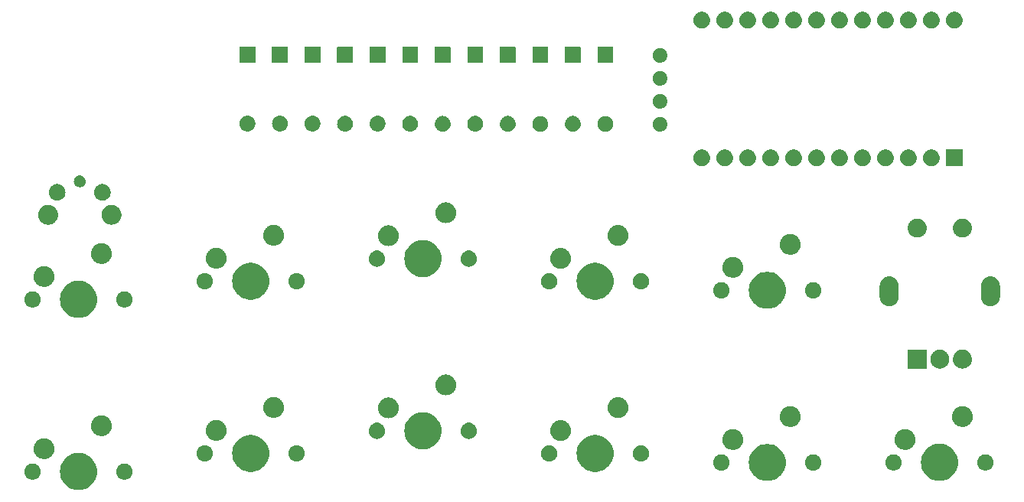
<source format=gts>
G04 #@! TF.GenerationSoftware,KiCad,Pcbnew,7.0.9*
G04 #@! TF.CreationDate,2023-11-13T15:47:58+00:00*
G04 #@! TF.ProjectId,Nixie-12R-pcb,4e697869-652d-4313-9252-2d7063622e6b,rev?*
G04 #@! TF.SameCoordinates,Original*
G04 #@! TF.FileFunction,Soldermask,Top*
G04 #@! TF.FilePolarity,Negative*
%FSLAX46Y46*%
G04 Gerber Fmt 4.6, Leading zero omitted, Abs format (unit mm)*
G04 Created by KiCad (PCBNEW 7.0.9) date 2023-11-13 15:47:58*
%MOMM*%
%LPD*%
G01*
G04 APERTURE LIST*
G04 APERTURE END LIST*
G36*
X155827288Y-161966899D02*
G01*
X156096838Y-162042423D01*
X156353593Y-162153947D01*
X156592771Y-162299395D01*
X156809916Y-162476055D01*
X157000984Y-162680639D01*
X157162414Y-162909333D01*
X157291200Y-163157879D01*
X157384943Y-163421647D01*
X157441897Y-163695722D01*
X157461000Y-163975000D01*
X157441897Y-164254278D01*
X157384943Y-164528353D01*
X157291200Y-164792121D01*
X157162414Y-165040667D01*
X157000984Y-165269361D01*
X156809916Y-165473945D01*
X156592771Y-165650605D01*
X156353593Y-165796053D01*
X156096838Y-165907577D01*
X155827288Y-165983101D01*
X155549965Y-166021219D01*
X155270035Y-166021219D01*
X154992712Y-165983101D01*
X154723162Y-165907577D01*
X154466407Y-165796053D01*
X154227229Y-165650605D01*
X154010084Y-165473945D01*
X153819016Y-165269361D01*
X153657586Y-165040667D01*
X153528800Y-164792121D01*
X153435057Y-164528353D01*
X153378103Y-164254278D01*
X153359000Y-163975000D01*
X153378103Y-163695722D01*
X153435057Y-163421647D01*
X153528800Y-163157879D01*
X153657586Y-162909333D01*
X153819016Y-162680639D01*
X154010084Y-162476055D01*
X154227229Y-162299395D01*
X154466407Y-162153947D01*
X154723162Y-162042423D01*
X154992712Y-161966899D01*
X155270035Y-161928781D01*
X155549965Y-161928781D01*
X155827288Y-161966899D01*
G37*
G36*
X232027288Y-160956899D02*
G01*
X232296838Y-161032423D01*
X232553593Y-161143947D01*
X232792771Y-161289395D01*
X233009916Y-161466055D01*
X233200984Y-161670639D01*
X233362414Y-161899333D01*
X233491200Y-162147879D01*
X233584943Y-162411647D01*
X233641897Y-162685722D01*
X233661000Y-162965000D01*
X233641897Y-163244278D01*
X233584943Y-163518353D01*
X233491200Y-163782121D01*
X233362414Y-164030667D01*
X233200984Y-164259361D01*
X233009916Y-164463945D01*
X232792771Y-164640605D01*
X232553593Y-164786053D01*
X232296838Y-164897577D01*
X232027288Y-164973101D01*
X231749965Y-165011219D01*
X231470035Y-165011219D01*
X231192712Y-164973101D01*
X230923162Y-164897577D01*
X230666407Y-164786053D01*
X230427229Y-164640605D01*
X230210084Y-164463945D01*
X230019016Y-164259361D01*
X229857586Y-164030667D01*
X229728800Y-163782121D01*
X229635057Y-163518353D01*
X229578103Y-163244278D01*
X229559000Y-162965000D01*
X229578103Y-162685722D01*
X229635057Y-162411647D01*
X229728800Y-162147879D01*
X229857586Y-161899333D01*
X230019016Y-161670639D01*
X230210084Y-161466055D01*
X230427229Y-161289395D01*
X230666407Y-161143947D01*
X230923162Y-161032423D01*
X231192712Y-160956899D01*
X231470035Y-160918781D01*
X231749965Y-160918781D01*
X232027288Y-160956899D01*
G37*
G36*
X251077288Y-160946899D02*
G01*
X251346838Y-161022423D01*
X251603593Y-161133947D01*
X251842771Y-161279395D01*
X252059916Y-161456055D01*
X252250984Y-161660639D01*
X252412414Y-161889333D01*
X252541200Y-162137879D01*
X252634943Y-162401647D01*
X252691897Y-162675722D01*
X252711000Y-162955000D01*
X252691897Y-163234278D01*
X252634943Y-163508353D01*
X252541200Y-163772121D01*
X252412414Y-164020667D01*
X252250984Y-164249361D01*
X252059916Y-164453945D01*
X251842771Y-164630605D01*
X251603593Y-164776053D01*
X251346838Y-164887577D01*
X251077288Y-164963101D01*
X250799965Y-165001219D01*
X250520035Y-165001219D01*
X250242712Y-164963101D01*
X249973162Y-164887577D01*
X249716407Y-164776053D01*
X249477229Y-164630605D01*
X249260084Y-164453945D01*
X249069016Y-164249361D01*
X248907586Y-164020667D01*
X248778800Y-163772121D01*
X248685057Y-163508353D01*
X248628103Y-163234278D01*
X248609000Y-162955000D01*
X248628103Y-162675722D01*
X248685057Y-162401647D01*
X248778800Y-162137879D01*
X248907586Y-161889333D01*
X249069016Y-161660639D01*
X249260084Y-161456055D01*
X249477229Y-161279395D01*
X249716407Y-161133947D01*
X249973162Y-161022423D01*
X250242712Y-160946899D01*
X250520035Y-160908781D01*
X250799965Y-160908781D01*
X251077288Y-160946899D01*
G37*
G36*
X150373983Y-163078936D02*
G01*
X150424180Y-163078936D01*
X150467524Y-163088149D01*
X150505659Y-163091905D01*
X150553566Y-163106437D01*
X150608424Y-163118098D01*
X150643530Y-163133728D01*
X150674566Y-163143143D01*
X150723884Y-163169504D01*
X150780500Y-163194711D01*
X150806822Y-163213835D01*
X150830232Y-163226348D01*
X150877988Y-163265540D01*
X150932887Y-163305427D01*
X150950711Y-163325223D01*
X150966675Y-163338324D01*
X151009572Y-163390594D01*
X151058924Y-163445405D01*
X151069292Y-163463363D01*
X151078651Y-163474767D01*
X151113273Y-163539542D01*
X151153104Y-163608530D01*
X151157685Y-163622630D01*
X151161856Y-163630433D01*
X151184852Y-163706242D01*
X151211311Y-163787672D01*
X151212242Y-163796532D01*
X151213094Y-163799340D01*
X151221384Y-163883513D01*
X151231000Y-163975000D01*
X151221383Y-164066494D01*
X151213094Y-164150659D01*
X151212242Y-164153466D01*
X151211311Y-164162328D01*
X151184848Y-164243771D01*
X151161856Y-164319566D01*
X151157686Y-164327366D01*
X151153104Y-164341470D01*
X151113266Y-164410470D01*
X151078651Y-164475232D01*
X151069294Y-164486633D01*
X151058924Y-164504595D01*
X151009563Y-164559415D01*
X150966675Y-164611675D01*
X150950714Y-164624773D01*
X150932887Y-164644573D01*
X150877977Y-164684467D01*
X150830232Y-164723651D01*
X150806827Y-164736161D01*
X150780500Y-164755289D01*
X150723873Y-164780500D01*
X150674566Y-164806856D01*
X150643537Y-164816268D01*
X150608424Y-164831902D01*
X150553555Y-164843564D01*
X150505659Y-164858094D01*
X150467532Y-164861849D01*
X150424180Y-164871064D01*
X150373973Y-164871064D01*
X150330000Y-164875395D01*
X150286027Y-164871064D01*
X150235820Y-164871064D01*
X150192467Y-164861849D01*
X150154340Y-164858094D01*
X150106441Y-164843563D01*
X150051576Y-164831902D01*
X150016464Y-164816269D01*
X149985433Y-164806856D01*
X149936120Y-164780498D01*
X149879500Y-164755289D01*
X149853175Y-164736163D01*
X149829767Y-164723651D01*
X149782013Y-164684460D01*
X149727113Y-164644573D01*
X149709287Y-164624776D01*
X149693324Y-164611675D01*
X149650425Y-164559402D01*
X149601076Y-164504595D01*
X149590708Y-164486637D01*
X149581348Y-164475232D01*
X149546719Y-164410447D01*
X149506896Y-164341470D01*
X149502315Y-164327371D01*
X149498143Y-164319566D01*
X149475136Y-164243725D01*
X149448689Y-164162328D01*
X149447758Y-164153471D01*
X149446905Y-164150659D01*
X149438600Y-164066342D01*
X149429000Y-163975000D01*
X149438599Y-163883664D01*
X149446905Y-163799340D01*
X149447758Y-163796527D01*
X149448689Y-163787672D01*
X149475132Y-163706288D01*
X149498143Y-163630433D01*
X149502315Y-163622626D01*
X149506896Y-163608530D01*
X149546712Y-163539565D01*
X149581348Y-163474767D01*
X149590710Y-163463359D01*
X149601076Y-163445405D01*
X149650416Y-163390607D01*
X149693324Y-163338324D01*
X149709291Y-163325219D01*
X149727113Y-163305427D01*
X149782002Y-163265546D01*
X149829767Y-163226348D01*
X149853180Y-163213833D01*
X149879500Y-163194711D01*
X149936109Y-163169506D01*
X149985433Y-163143143D01*
X150016471Y-163133727D01*
X150051576Y-163118098D01*
X150106430Y-163106438D01*
X150154340Y-163091905D01*
X150192476Y-163088148D01*
X150235820Y-163078936D01*
X150286016Y-163078936D01*
X150330000Y-163074604D01*
X150373983Y-163078936D01*
G37*
G36*
X160533983Y-163078936D02*
G01*
X160584180Y-163078936D01*
X160627524Y-163088149D01*
X160665659Y-163091905D01*
X160713566Y-163106437D01*
X160768424Y-163118098D01*
X160803530Y-163133728D01*
X160834566Y-163143143D01*
X160883884Y-163169504D01*
X160940500Y-163194711D01*
X160966822Y-163213835D01*
X160990232Y-163226348D01*
X161037988Y-163265540D01*
X161092887Y-163305427D01*
X161110711Y-163325223D01*
X161126675Y-163338324D01*
X161169572Y-163390594D01*
X161218924Y-163445405D01*
X161229292Y-163463363D01*
X161238651Y-163474767D01*
X161273273Y-163539542D01*
X161313104Y-163608530D01*
X161317685Y-163622630D01*
X161321856Y-163630433D01*
X161344852Y-163706242D01*
X161371311Y-163787672D01*
X161372242Y-163796532D01*
X161373094Y-163799340D01*
X161381384Y-163883513D01*
X161391000Y-163975000D01*
X161381383Y-164066494D01*
X161373094Y-164150659D01*
X161372242Y-164153466D01*
X161371311Y-164162328D01*
X161344848Y-164243771D01*
X161321856Y-164319566D01*
X161317686Y-164327366D01*
X161313104Y-164341470D01*
X161273266Y-164410470D01*
X161238651Y-164475232D01*
X161229294Y-164486633D01*
X161218924Y-164504595D01*
X161169563Y-164559415D01*
X161126675Y-164611675D01*
X161110714Y-164624773D01*
X161092887Y-164644573D01*
X161037977Y-164684467D01*
X160990232Y-164723651D01*
X160966827Y-164736161D01*
X160940500Y-164755289D01*
X160883873Y-164780500D01*
X160834566Y-164806856D01*
X160803537Y-164816268D01*
X160768424Y-164831902D01*
X160713555Y-164843564D01*
X160665659Y-164858094D01*
X160627532Y-164861849D01*
X160584180Y-164871064D01*
X160533973Y-164871064D01*
X160490000Y-164875395D01*
X160446027Y-164871064D01*
X160395820Y-164871064D01*
X160352467Y-164861849D01*
X160314340Y-164858094D01*
X160266441Y-164843563D01*
X160211576Y-164831902D01*
X160176464Y-164816269D01*
X160145433Y-164806856D01*
X160096120Y-164780498D01*
X160039500Y-164755289D01*
X160013175Y-164736163D01*
X159989767Y-164723651D01*
X159942013Y-164684460D01*
X159887113Y-164644573D01*
X159869287Y-164624776D01*
X159853324Y-164611675D01*
X159810425Y-164559402D01*
X159761076Y-164504595D01*
X159750708Y-164486637D01*
X159741348Y-164475232D01*
X159706719Y-164410447D01*
X159666896Y-164341470D01*
X159662315Y-164327371D01*
X159658143Y-164319566D01*
X159635136Y-164243725D01*
X159608689Y-164162328D01*
X159607758Y-164153471D01*
X159606905Y-164150659D01*
X159598600Y-164066342D01*
X159589000Y-163975000D01*
X159598599Y-163883664D01*
X159606905Y-163799340D01*
X159607758Y-163796527D01*
X159608689Y-163787672D01*
X159635132Y-163706288D01*
X159658143Y-163630433D01*
X159662315Y-163622626D01*
X159666896Y-163608530D01*
X159706712Y-163539565D01*
X159741348Y-163474767D01*
X159750710Y-163463359D01*
X159761076Y-163445405D01*
X159810416Y-163390607D01*
X159853324Y-163338324D01*
X159869291Y-163325219D01*
X159887113Y-163305427D01*
X159942002Y-163265546D01*
X159989767Y-163226348D01*
X160013180Y-163213833D01*
X160039500Y-163194711D01*
X160096109Y-163169506D01*
X160145433Y-163143143D01*
X160176471Y-163133727D01*
X160211576Y-163118098D01*
X160266430Y-163106438D01*
X160314340Y-163091905D01*
X160352476Y-163088148D01*
X160395820Y-163078936D01*
X160446016Y-163078936D01*
X160490000Y-163074604D01*
X160533983Y-163078936D01*
G37*
G36*
X212977288Y-159956899D02*
G01*
X213246838Y-160032423D01*
X213503593Y-160143947D01*
X213742771Y-160289395D01*
X213959916Y-160466055D01*
X214150984Y-160670639D01*
X214312414Y-160899333D01*
X214441200Y-161147879D01*
X214534943Y-161411647D01*
X214591897Y-161685722D01*
X214611000Y-161965000D01*
X214591897Y-162244278D01*
X214534943Y-162518353D01*
X214441200Y-162782121D01*
X214312414Y-163030667D01*
X214150984Y-163259361D01*
X213959916Y-163463945D01*
X213742771Y-163640605D01*
X213503593Y-163786053D01*
X213246838Y-163897577D01*
X212977288Y-163973101D01*
X212699965Y-164011219D01*
X212420035Y-164011219D01*
X212142712Y-163973101D01*
X211873162Y-163897577D01*
X211616407Y-163786053D01*
X211377229Y-163640605D01*
X211160084Y-163463945D01*
X210969016Y-163259361D01*
X210807586Y-163030667D01*
X210678800Y-162782121D01*
X210585057Y-162518353D01*
X210528103Y-162244278D01*
X210509000Y-161965000D01*
X210528103Y-161685722D01*
X210585057Y-161411647D01*
X210678800Y-161147879D01*
X210807586Y-160899333D01*
X210969016Y-160670639D01*
X211160084Y-160466055D01*
X211377229Y-160289395D01*
X211616407Y-160143947D01*
X211873162Y-160032423D01*
X212142712Y-159956899D01*
X212420035Y-159918781D01*
X212699965Y-159918781D01*
X212977288Y-159956899D01*
G37*
G36*
X174877288Y-159946899D02*
G01*
X175146838Y-160022423D01*
X175403593Y-160133947D01*
X175642771Y-160279395D01*
X175859916Y-160456055D01*
X176050984Y-160660639D01*
X176212414Y-160889333D01*
X176341200Y-161137879D01*
X176434943Y-161401647D01*
X176491897Y-161675722D01*
X176511000Y-161955000D01*
X176491897Y-162234278D01*
X176434943Y-162508353D01*
X176341200Y-162772121D01*
X176212414Y-163020667D01*
X176050984Y-163249361D01*
X175859916Y-163453945D01*
X175642771Y-163630605D01*
X175403593Y-163776053D01*
X175146838Y-163887577D01*
X174877288Y-163963101D01*
X174599965Y-164001219D01*
X174320035Y-164001219D01*
X174042712Y-163963101D01*
X173773162Y-163887577D01*
X173516407Y-163776053D01*
X173277229Y-163630605D01*
X173060084Y-163453945D01*
X172869016Y-163249361D01*
X172707586Y-163020667D01*
X172578800Y-162772121D01*
X172485057Y-162508353D01*
X172428103Y-162234278D01*
X172409000Y-161955000D01*
X172428103Y-161675722D01*
X172485057Y-161401647D01*
X172578800Y-161137879D01*
X172707586Y-160889333D01*
X172869016Y-160660639D01*
X173060084Y-160456055D01*
X173277229Y-160279395D01*
X173516407Y-160133947D01*
X173773162Y-160022423D01*
X174042712Y-159946899D01*
X174320035Y-159908781D01*
X174599965Y-159908781D01*
X174877288Y-159946899D01*
G37*
G36*
X226573983Y-162068936D02*
G01*
X226624180Y-162068936D01*
X226667524Y-162078149D01*
X226705659Y-162081905D01*
X226753566Y-162096437D01*
X226808424Y-162108098D01*
X226843530Y-162123728D01*
X226874566Y-162133143D01*
X226923884Y-162159504D01*
X226980500Y-162184711D01*
X227006822Y-162203835D01*
X227030232Y-162216348D01*
X227077988Y-162255540D01*
X227132887Y-162295427D01*
X227150711Y-162315223D01*
X227166675Y-162328324D01*
X227209572Y-162380594D01*
X227258924Y-162435405D01*
X227269292Y-162453363D01*
X227278651Y-162464767D01*
X227313273Y-162529542D01*
X227353104Y-162598530D01*
X227357685Y-162612630D01*
X227361856Y-162620433D01*
X227384852Y-162696242D01*
X227411311Y-162777672D01*
X227412242Y-162786532D01*
X227413094Y-162789340D01*
X227421384Y-162873513D01*
X227431000Y-162965000D01*
X227421383Y-163056494D01*
X227413094Y-163140659D01*
X227412242Y-163143466D01*
X227411311Y-163152328D01*
X227384848Y-163233771D01*
X227361856Y-163309566D01*
X227357686Y-163317366D01*
X227353104Y-163331470D01*
X227313266Y-163400470D01*
X227278651Y-163465232D01*
X227269294Y-163476633D01*
X227258924Y-163494595D01*
X227209563Y-163549415D01*
X227166675Y-163601675D01*
X227150714Y-163614773D01*
X227132887Y-163634573D01*
X227077977Y-163674467D01*
X227030232Y-163713651D01*
X227006827Y-163726161D01*
X226980500Y-163745289D01*
X226923873Y-163770500D01*
X226874566Y-163796856D01*
X226843537Y-163806268D01*
X226808424Y-163821902D01*
X226753555Y-163833564D01*
X226705659Y-163848094D01*
X226667532Y-163851849D01*
X226624180Y-163861064D01*
X226573973Y-163861064D01*
X226530000Y-163865395D01*
X226486027Y-163861064D01*
X226435820Y-163861064D01*
X226392467Y-163851849D01*
X226354340Y-163848094D01*
X226306441Y-163833563D01*
X226251576Y-163821902D01*
X226216464Y-163806269D01*
X226185433Y-163796856D01*
X226136120Y-163770498D01*
X226079500Y-163745289D01*
X226053175Y-163726163D01*
X226029767Y-163713651D01*
X225982013Y-163674460D01*
X225927113Y-163634573D01*
X225909287Y-163614776D01*
X225893324Y-163601675D01*
X225850425Y-163549402D01*
X225801076Y-163494595D01*
X225790708Y-163476637D01*
X225781348Y-163465232D01*
X225746719Y-163400447D01*
X225706896Y-163331470D01*
X225702315Y-163317371D01*
X225698143Y-163309566D01*
X225675136Y-163233725D01*
X225648689Y-163152328D01*
X225647758Y-163143471D01*
X225646905Y-163140659D01*
X225638600Y-163056342D01*
X225629000Y-162965000D01*
X225638599Y-162873664D01*
X225646905Y-162789340D01*
X225647758Y-162786527D01*
X225648689Y-162777672D01*
X225675132Y-162696288D01*
X225698143Y-162620433D01*
X225702315Y-162612626D01*
X225706896Y-162598530D01*
X225746712Y-162529565D01*
X225781348Y-162464767D01*
X225790710Y-162453359D01*
X225801076Y-162435405D01*
X225850416Y-162380607D01*
X225893324Y-162328324D01*
X225909291Y-162315219D01*
X225927113Y-162295427D01*
X225982002Y-162255546D01*
X226029767Y-162216348D01*
X226053180Y-162203833D01*
X226079500Y-162184711D01*
X226136109Y-162159506D01*
X226185433Y-162133143D01*
X226216471Y-162123727D01*
X226251576Y-162108098D01*
X226306430Y-162096438D01*
X226354340Y-162081905D01*
X226392476Y-162078148D01*
X226435820Y-162068936D01*
X226486016Y-162068936D01*
X226530000Y-162064604D01*
X226573983Y-162068936D01*
G37*
G36*
X236733983Y-162068936D02*
G01*
X236784180Y-162068936D01*
X236827524Y-162078149D01*
X236865659Y-162081905D01*
X236913566Y-162096437D01*
X236968424Y-162108098D01*
X237003530Y-162123728D01*
X237034566Y-162133143D01*
X237083884Y-162159504D01*
X237140500Y-162184711D01*
X237166822Y-162203835D01*
X237190232Y-162216348D01*
X237237988Y-162255540D01*
X237292887Y-162295427D01*
X237310711Y-162315223D01*
X237326675Y-162328324D01*
X237369572Y-162380594D01*
X237418924Y-162435405D01*
X237429292Y-162453363D01*
X237438651Y-162464767D01*
X237473273Y-162529542D01*
X237513104Y-162598530D01*
X237517685Y-162612630D01*
X237521856Y-162620433D01*
X237544852Y-162696242D01*
X237571311Y-162777672D01*
X237572242Y-162786532D01*
X237573094Y-162789340D01*
X237581384Y-162873513D01*
X237591000Y-162965000D01*
X237581383Y-163056494D01*
X237573094Y-163140659D01*
X237572242Y-163143466D01*
X237571311Y-163152328D01*
X237544848Y-163233771D01*
X237521856Y-163309566D01*
X237517686Y-163317366D01*
X237513104Y-163331470D01*
X237473266Y-163400470D01*
X237438651Y-163465232D01*
X237429294Y-163476633D01*
X237418924Y-163494595D01*
X237369563Y-163549415D01*
X237326675Y-163601675D01*
X237310714Y-163614773D01*
X237292887Y-163634573D01*
X237237977Y-163674467D01*
X237190232Y-163713651D01*
X237166827Y-163726161D01*
X237140500Y-163745289D01*
X237083873Y-163770500D01*
X237034566Y-163796856D01*
X237003537Y-163806268D01*
X236968424Y-163821902D01*
X236913555Y-163833564D01*
X236865659Y-163848094D01*
X236827532Y-163851849D01*
X236784180Y-163861064D01*
X236733973Y-163861064D01*
X236690000Y-163865395D01*
X236646027Y-163861064D01*
X236595820Y-163861064D01*
X236552467Y-163851849D01*
X236514340Y-163848094D01*
X236466441Y-163833563D01*
X236411576Y-163821902D01*
X236376464Y-163806269D01*
X236345433Y-163796856D01*
X236296120Y-163770498D01*
X236239500Y-163745289D01*
X236213175Y-163726163D01*
X236189767Y-163713651D01*
X236142013Y-163674460D01*
X236087113Y-163634573D01*
X236069287Y-163614776D01*
X236053324Y-163601675D01*
X236010425Y-163549402D01*
X235961076Y-163494595D01*
X235950708Y-163476637D01*
X235941348Y-163465232D01*
X235906719Y-163400447D01*
X235866896Y-163331470D01*
X235862315Y-163317371D01*
X235858143Y-163309566D01*
X235835136Y-163233725D01*
X235808689Y-163152328D01*
X235807758Y-163143471D01*
X235806905Y-163140659D01*
X235798600Y-163056342D01*
X235789000Y-162965000D01*
X235798599Y-162873664D01*
X235806905Y-162789340D01*
X235807758Y-162786527D01*
X235808689Y-162777672D01*
X235835132Y-162696288D01*
X235858143Y-162620433D01*
X235862315Y-162612626D01*
X235866896Y-162598530D01*
X235906712Y-162529565D01*
X235941348Y-162464767D01*
X235950710Y-162453359D01*
X235961076Y-162435405D01*
X236010416Y-162380607D01*
X236053324Y-162328324D01*
X236069291Y-162315219D01*
X236087113Y-162295427D01*
X236142002Y-162255546D01*
X236189767Y-162216348D01*
X236213180Y-162203833D01*
X236239500Y-162184711D01*
X236296109Y-162159506D01*
X236345433Y-162133143D01*
X236376471Y-162123727D01*
X236411576Y-162108098D01*
X236466430Y-162096438D01*
X236514340Y-162081905D01*
X236552476Y-162078148D01*
X236595820Y-162068936D01*
X236646016Y-162068936D01*
X236690000Y-162064604D01*
X236733983Y-162068936D01*
G37*
G36*
X245623983Y-162058936D02*
G01*
X245674180Y-162058936D01*
X245717524Y-162068149D01*
X245755659Y-162071905D01*
X245803566Y-162086437D01*
X245858424Y-162098098D01*
X245893530Y-162113728D01*
X245924566Y-162123143D01*
X245973884Y-162149504D01*
X246030500Y-162174711D01*
X246056822Y-162193835D01*
X246080232Y-162206348D01*
X246127988Y-162245540D01*
X246182887Y-162285427D01*
X246200711Y-162305223D01*
X246216675Y-162318324D01*
X246259572Y-162370594D01*
X246308924Y-162425405D01*
X246319292Y-162443363D01*
X246328651Y-162454767D01*
X246363273Y-162519542D01*
X246403104Y-162588530D01*
X246407685Y-162602630D01*
X246411856Y-162610433D01*
X246434852Y-162686242D01*
X246461311Y-162767672D01*
X246462242Y-162776532D01*
X246463094Y-162779340D01*
X246471384Y-162863513D01*
X246481000Y-162955000D01*
X246471383Y-163046494D01*
X246463094Y-163130659D01*
X246462242Y-163133466D01*
X246461311Y-163142328D01*
X246434848Y-163223771D01*
X246411856Y-163299566D01*
X246407686Y-163307366D01*
X246403104Y-163321470D01*
X246363266Y-163390470D01*
X246328651Y-163455232D01*
X246319294Y-163466633D01*
X246308924Y-163484595D01*
X246259563Y-163539415D01*
X246216675Y-163591675D01*
X246200714Y-163604773D01*
X246182887Y-163624573D01*
X246127977Y-163664467D01*
X246080232Y-163703651D01*
X246056827Y-163716161D01*
X246030500Y-163735289D01*
X245973873Y-163760500D01*
X245924566Y-163786856D01*
X245893537Y-163796268D01*
X245858424Y-163811902D01*
X245803555Y-163823564D01*
X245755659Y-163838094D01*
X245717532Y-163841849D01*
X245674180Y-163851064D01*
X245623973Y-163851064D01*
X245580000Y-163855395D01*
X245536027Y-163851064D01*
X245485820Y-163851064D01*
X245442467Y-163841849D01*
X245404340Y-163838094D01*
X245356441Y-163823563D01*
X245301576Y-163811902D01*
X245266464Y-163796269D01*
X245235433Y-163786856D01*
X245186120Y-163760498D01*
X245129500Y-163735289D01*
X245103175Y-163716163D01*
X245079767Y-163703651D01*
X245032013Y-163664460D01*
X244977113Y-163624573D01*
X244959287Y-163604776D01*
X244943324Y-163591675D01*
X244900425Y-163539402D01*
X244851076Y-163484595D01*
X244840708Y-163466637D01*
X244831348Y-163455232D01*
X244796719Y-163390447D01*
X244756896Y-163321470D01*
X244752315Y-163307371D01*
X244748143Y-163299566D01*
X244725136Y-163223725D01*
X244698689Y-163142328D01*
X244697758Y-163133471D01*
X244696905Y-163130659D01*
X244688600Y-163046342D01*
X244679000Y-162955000D01*
X244688599Y-162863664D01*
X244696905Y-162779340D01*
X244697758Y-162776527D01*
X244698689Y-162767672D01*
X244725132Y-162686288D01*
X244748143Y-162610433D01*
X244752315Y-162602626D01*
X244756896Y-162588530D01*
X244796712Y-162519565D01*
X244831348Y-162454767D01*
X244840710Y-162443359D01*
X244851076Y-162425405D01*
X244900416Y-162370607D01*
X244943324Y-162318324D01*
X244959291Y-162305219D01*
X244977113Y-162285427D01*
X245032002Y-162245546D01*
X245079767Y-162206348D01*
X245103180Y-162193833D01*
X245129500Y-162174711D01*
X245186109Y-162149506D01*
X245235433Y-162123143D01*
X245266471Y-162113727D01*
X245301576Y-162098098D01*
X245356430Y-162086438D01*
X245404340Y-162071905D01*
X245442476Y-162068148D01*
X245485820Y-162058936D01*
X245536016Y-162058936D01*
X245580000Y-162054604D01*
X245623983Y-162058936D01*
G37*
G36*
X255783983Y-162058936D02*
G01*
X255834180Y-162058936D01*
X255877524Y-162068149D01*
X255915659Y-162071905D01*
X255963566Y-162086437D01*
X256018424Y-162098098D01*
X256053530Y-162113728D01*
X256084566Y-162123143D01*
X256133884Y-162149504D01*
X256190500Y-162174711D01*
X256216822Y-162193835D01*
X256240232Y-162206348D01*
X256287988Y-162245540D01*
X256342887Y-162285427D01*
X256360711Y-162305223D01*
X256376675Y-162318324D01*
X256419572Y-162370594D01*
X256468924Y-162425405D01*
X256479292Y-162443363D01*
X256488651Y-162454767D01*
X256523273Y-162519542D01*
X256563104Y-162588530D01*
X256567685Y-162602630D01*
X256571856Y-162610433D01*
X256594852Y-162686242D01*
X256621311Y-162767672D01*
X256622242Y-162776532D01*
X256623094Y-162779340D01*
X256631384Y-162863513D01*
X256641000Y-162955000D01*
X256631383Y-163046494D01*
X256623094Y-163130659D01*
X256622242Y-163133466D01*
X256621311Y-163142328D01*
X256594848Y-163223771D01*
X256571856Y-163299566D01*
X256567686Y-163307366D01*
X256563104Y-163321470D01*
X256523266Y-163390470D01*
X256488651Y-163455232D01*
X256479294Y-163466633D01*
X256468924Y-163484595D01*
X256419563Y-163539415D01*
X256376675Y-163591675D01*
X256360714Y-163604773D01*
X256342887Y-163624573D01*
X256287977Y-163664467D01*
X256240232Y-163703651D01*
X256216827Y-163716161D01*
X256190500Y-163735289D01*
X256133873Y-163760500D01*
X256084566Y-163786856D01*
X256053537Y-163796268D01*
X256018424Y-163811902D01*
X255963555Y-163823564D01*
X255915659Y-163838094D01*
X255877532Y-163841849D01*
X255834180Y-163851064D01*
X255783973Y-163851064D01*
X255740000Y-163855395D01*
X255696027Y-163851064D01*
X255645820Y-163851064D01*
X255602467Y-163841849D01*
X255564340Y-163838094D01*
X255516441Y-163823563D01*
X255461576Y-163811902D01*
X255426464Y-163796269D01*
X255395433Y-163786856D01*
X255346120Y-163760498D01*
X255289500Y-163735289D01*
X255263175Y-163716163D01*
X255239767Y-163703651D01*
X255192013Y-163664460D01*
X255137113Y-163624573D01*
X255119287Y-163604776D01*
X255103324Y-163591675D01*
X255060425Y-163539402D01*
X255011076Y-163484595D01*
X255000708Y-163466637D01*
X254991348Y-163455232D01*
X254956719Y-163390447D01*
X254916896Y-163321470D01*
X254912315Y-163307371D01*
X254908143Y-163299566D01*
X254885136Y-163223725D01*
X254858689Y-163142328D01*
X254857758Y-163133471D01*
X254856905Y-163130659D01*
X254848600Y-163046342D01*
X254839000Y-162955000D01*
X254848599Y-162863664D01*
X254856905Y-162779340D01*
X254857758Y-162776527D01*
X254858689Y-162767672D01*
X254885132Y-162686288D01*
X254908143Y-162610433D01*
X254912315Y-162602626D01*
X254916896Y-162588530D01*
X254956712Y-162519565D01*
X254991348Y-162454767D01*
X255000710Y-162443359D01*
X255011076Y-162425405D01*
X255060416Y-162370607D01*
X255103324Y-162318324D01*
X255119291Y-162305219D01*
X255137113Y-162285427D01*
X255192002Y-162245546D01*
X255239767Y-162206348D01*
X255263180Y-162193833D01*
X255289500Y-162174711D01*
X255346109Y-162149506D01*
X255395433Y-162123143D01*
X255426471Y-162113727D01*
X255461576Y-162098098D01*
X255516430Y-162086438D01*
X255564340Y-162071905D01*
X255602476Y-162068148D01*
X255645820Y-162058936D01*
X255696016Y-162058936D01*
X255740000Y-162054604D01*
X255783983Y-162058936D01*
G37*
G36*
X207523983Y-161068936D02*
G01*
X207574180Y-161068936D01*
X207617524Y-161078149D01*
X207655659Y-161081905D01*
X207703566Y-161096437D01*
X207758424Y-161108098D01*
X207793530Y-161123728D01*
X207824566Y-161133143D01*
X207873884Y-161159504D01*
X207930500Y-161184711D01*
X207956822Y-161203835D01*
X207980232Y-161216348D01*
X208027988Y-161255540D01*
X208082887Y-161295427D01*
X208100711Y-161315223D01*
X208116675Y-161328324D01*
X208159572Y-161380594D01*
X208208924Y-161435405D01*
X208219292Y-161453363D01*
X208228651Y-161464767D01*
X208263273Y-161529542D01*
X208303104Y-161598530D01*
X208307685Y-161612630D01*
X208311856Y-161620433D01*
X208334852Y-161696242D01*
X208361311Y-161777672D01*
X208362242Y-161786532D01*
X208363094Y-161789340D01*
X208371384Y-161873513D01*
X208381000Y-161965000D01*
X208371383Y-162056494D01*
X208363094Y-162140659D01*
X208362242Y-162143466D01*
X208361311Y-162152328D01*
X208334848Y-162233771D01*
X208311856Y-162309566D01*
X208307686Y-162317366D01*
X208303104Y-162331470D01*
X208263266Y-162400470D01*
X208228651Y-162465232D01*
X208219294Y-162476633D01*
X208208924Y-162494595D01*
X208159563Y-162549415D01*
X208116675Y-162601675D01*
X208100714Y-162614773D01*
X208082887Y-162634573D01*
X208027977Y-162674467D01*
X207980232Y-162713651D01*
X207956827Y-162726161D01*
X207930500Y-162745289D01*
X207873873Y-162770500D01*
X207824566Y-162796856D01*
X207793537Y-162806268D01*
X207758424Y-162821902D01*
X207703555Y-162833564D01*
X207655659Y-162848094D01*
X207617532Y-162851849D01*
X207574180Y-162861064D01*
X207523973Y-162861064D01*
X207480000Y-162865395D01*
X207436027Y-162861064D01*
X207385820Y-162861064D01*
X207342467Y-162851849D01*
X207304340Y-162848094D01*
X207256441Y-162833563D01*
X207201576Y-162821902D01*
X207166464Y-162806269D01*
X207135433Y-162796856D01*
X207086120Y-162770498D01*
X207029500Y-162745289D01*
X207003175Y-162726163D01*
X206979767Y-162713651D01*
X206932013Y-162674460D01*
X206877113Y-162634573D01*
X206859287Y-162614776D01*
X206843324Y-162601675D01*
X206800425Y-162549402D01*
X206751076Y-162494595D01*
X206740708Y-162476637D01*
X206731348Y-162465232D01*
X206696719Y-162400447D01*
X206656896Y-162331470D01*
X206652315Y-162317371D01*
X206648143Y-162309566D01*
X206625136Y-162233725D01*
X206598689Y-162152328D01*
X206597758Y-162143471D01*
X206596905Y-162140659D01*
X206588600Y-162056342D01*
X206579000Y-161965000D01*
X206588599Y-161873664D01*
X206596905Y-161789340D01*
X206597758Y-161786527D01*
X206598689Y-161777672D01*
X206625132Y-161696288D01*
X206648143Y-161620433D01*
X206652315Y-161612626D01*
X206656896Y-161598530D01*
X206696712Y-161529565D01*
X206731348Y-161464767D01*
X206740710Y-161453359D01*
X206751076Y-161435405D01*
X206800416Y-161380607D01*
X206843324Y-161328324D01*
X206859291Y-161315219D01*
X206877113Y-161295427D01*
X206932002Y-161255546D01*
X206979767Y-161216348D01*
X207003180Y-161203833D01*
X207029500Y-161184711D01*
X207086109Y-161159506D01*
X207135433Y-161133143D01*
X207166471Y-161123727D01*
X207201576Y-161108098D01*
X207256430Y-161096438D01*
X207304340Y-161081905D01*
X207342476Y-161078148D01*
X207385820Y-161068936D01*
X207436016Y-161068936D01*
X207480000Y-161064604D01*
X207523983Y-161068936D01*
G37*
G36*
X217683983Y-161068936D02*
G01*
X217734180Y-161068936D01*
X217777524Y-161078149D01*
X217815659Y-161081905D01*
X217863566Y-161096437D01*
X217918424Y-161108098D01*
X217953530Y-161123728D01*
X217984566Y-161133143D01*
X218033884Y-161159504D01*
X218090500Y-161184711D01*
X218116822Y-161203835D01*
X218140232Y-161216348D01*
X218187988Y-161255540D01*
X218242887Y-161295427D01*
X218260711Y-161315223D01*
X218276675Y-161328324D01*
X218319572Y-161380594D01*
X218368924Y-161435405D01*
X218379292Y-161453363D01*
X218388651Y-161464767D01*
X218423273Y-161529542D01*
X218463104Y-161598530D01*
X218467685Y-161612630D01*
X218471856Y-161620433D01*
X218494852Y-161696242D01*
X218521311Y-161777672D01*
X218522242Y-161786532D01*
X218523094Y-161789340D01*
X218531384Y-161873513D01*
X218541000Y-161965000D01*
X218531383Y-162056494D01*
X218523094Y-162140659D01*
X218522242Y-162143466D01*
X218521311Y-162152328D01*
X218494848Y-162233771D01*
X218471856Y-162309566D01*
X218467686Y-162317366D01*
X218463104Y-162331470D01*
X218423266Y-162400470D01*
X218388651Y-162465232D01*
X218379294Y-162476633D01*
X218368924Y-162494595D01*
X218319563Y-162549415D01*
X218276675Y-162601675D01*
X218260714Y-162614773D01*
X218242887Y-162634573D01*
X218187977Y-162674467D01*
X218140232Y-162713651D01*
X218116827Y-162726161D01*
X218090500Y-162745289D01*
X218033873Y-162770500D01*
X217984566Y-162796856D01*
X217953537Y-162806268D01*
X217918424Y-162821902D01*
X217863555Y-162833564D01*
X217815659Y-162848094D01*
X217777532Y-162851849D01*
X217734180Y-162861064D01*
X217683973Y-162861064D01*
X217640000Y-162865395D01*
X217596027Y-162861064D01*
X217545820Y-162861064D01*
X217502467Y-162851849D01*
X217464340Y-162848094D01*
X217416441Y-162833563D01*
X217361576Y-162821902D01*
X217326464Y-162806269D01*
X217295433Y-162796856D01*
X217246120Y-162770498D01*
X217189500Y-162745289D01*
X217163175Y-162726163D01*
X217139767Y-162713651D01*
X217092013Y-162674460D01*
X217037113Y-162634573D01*
X217019287Y-162614776D01*
X217003324Y-162601675D01*
X216960425Y-162549402D01*
X216911076Y-162494595D01*
X216900708Y-162476637D01*
X216891348Y-162465232D01*
X216856719Y-162400447D01*
X216816896Y-162331470D01*
X216812315Y-162317371D01*
X216808143Y-162309566D01*
X216785136Y-162233725D01*
X216758689Y-162152328D01*
X216757758Y-162143471D01*
X216756905Y-162140659D01*
X216748600Y-162056342D01*
X216739000Y-161965000D01*
X216748599Y-161873664D01*
X216756905Y-161789340D01*
X216757758Y-161786527D01*
X216758689Y-161777672D01*
X216785132Y-161696288D01*
X216808143Y-161620433D01*
X216812315Y-161612626D01*
X216816896Y-161598530D01*
X216856712Y-161529565D01*
X216891348Y-161464767D01*
X216900710Y-161453359D01*
X216911076Y-161435405D01*
X216960416Y-161380607D01*
X217003324Y-161328324D01*
X217019291Y-161315219D01*
X217037113Y-161295427D01*
X217092002Y-161255546D01*
X217139767Y-161216348D01*
X217163180Y-161203833D01*
X217189500Y-161184711D01*
X217246109Y-161159506D01*
X217295433Y-161133143D01*
X217326471Y-161123727D01*
X217361576Y-161108098D01*
X217416430Y-161096438D01*
X217464340Y-161081905D01*
X217502476Y-161078148D01*
X217545820Y-161068936D01*
X217596016Y-161068936D01*
X217640000Y-161064604D01*
X217683983Y-161068936D01*
G37*
G36*
X169423983Y-161058936D02*
G01*
X169474180Y-161058936D01*
X169517524Y-161068149D01*
X169555659Y-161071905D01*
X169603566Y-161086437D01*
X169658424Y-161098098D01*
X169693530Y-161113728D01*
X169724566Y-161123143D01*
X169773884Y-161149504D01*
X169830500Y-161174711D01*
X169856822Y-161193835D01*
X169880232Y-161206348D01*
X169927988Y-161245540D01*
X169982887Y-161285427D01*
X170000711Y-161305223D01*
X170016675Y-161318324D01*
X170059572Y-161370594D01*
X170108924Y-161425405D01*
X170119292Y-161443363D01*
X170128651Y-161454767D01*
X170163273Y-161519542D01*
X170203104Y-161588530D01*
X170207685Y-161602630D01*
X170211856Y-161610433D01*
X170234852Y-161686242D01*
X170261311Y-161767672D01*
X170262242Y-161776532D01*
X170263094Y-161779340D01*
X170271384Y-161863513D01*
X170281000Y-161955000D01*
X170271383Y-162046494D01*
X170263094Y-162130659D01*
X170262242Y-162133466D01*
X170261311Y-162142328D01*
X170234848Y-162223771D01*
X170211856Y-162299566D01*
X170207686Y-162307366D01*
X170203104Y-162321470D01*
X170163266Y-162390470D01*
X170128651Y-162455232D01*
X170119294Y-162466633D01*
X170108924Y-162484595D01*
X170059563Y-162539415D01*
X170016675Y-162591675D01*
X170000714Y-162604773D01*
X169982887Y-162624573D01*
X169927977Y-162664467D01*
X169880232Y-162703651D01*
X169856827Y-162716161D01*
X169830500Y-162735289D01*
X169773873Y-162760500D01*
X169724566Y-162786856D01*
X169693537Y-162796268D01*
X169658424Y-162811902D01*
X169603555Y-162823564D01*
X169555659Y-162838094D01*
X169517532Y-162841849D01*
X169474180Y-162851064D01*
X169423973Y-162851064D01*
X169380000Y-162855395D01*
X169336027Y-162851064D01*
X169285820Y-162851064D01*
X169242467Y-162841849D01*
X169204340Y-162838094D01*
X169156441Y-162823563D01*
X169101576Y-162811902D01*
X169066464Y-162796269D01*
X169035433Y-162786856D01*
X168986120Y-162760498D01*
X168929500Y-162735289D01*
X168903175Y-162716163D01*
X168879767Y-162703651D01*
X168832013Y-162664460D01*
X168777113Y-162624573D01*
X168759287Y-162604776D01*
X168743324Y-162591675D01*
X168700425Y-162539402D01*
X168651076Y-162484595D01*
X168640708Y-162466637D01*
X168631348Y-162455232D01*
X168596719Y-162390447D01*
X168556896Y-162321470D01*
X168552315Y-162307371D01*
X168548143Y-162299566D01*
X168525136Y-162223725D01*
X168498689Y-162142328D01*
X168497758Y-162133471D01*
X168496905Y-162130659D01*
X168488600Y-162046342D01*
X168479000Y-161955000D01*
X168488599Y-161863664D01*
X168496905Y-161779340D01*
X168497758Y-161776527D01*
X168498689Y-161767672D01*
X168525132Y-161686288D01*
X168548143Y-161610433D01*
X168552315Y-161602626D01*
X168556896Y-161588530D01*
X168596712Y-161519565D01*
X168631348Y-161454767D01*
X168640710Y-161443359D01*
X168651076Y-161425405D01*
X168700416Y-161370607D01*
X168743324Y-161318324D01*
X168759291Y-161305219D01*
X168777113Y-161285427D01*
X168832002Y-161245546D01*
X168879767Y-161206348D01*
X168903180Y-161193833D01*
X168929500Y-161174711D01*
X168986109Y-161149506D01*
X169035433Y-161123143D01*
X169066471Y-161113727D01*
X169101576Y-161098098D01*
X169156430Y-161086438D01*
X169204340Y-161071905D01*
X169242476Y-161068148D01*
X169285820Y-161058936D01*
X169336016Y-161058936D01*
X169380000Y-161054604D01*
X169423983Y-161058936D01*
G37*
G36*
X179583983Y-161058936D02*
G01*
X179634180Y-161058936D01*
X179677524Y-161068149D01*
X179715659Y-161071905D01*
X179763566Y-161086437D01*
X179818424Y-161098098D01*
X179853530Y-161113728D01*
X179884566Y-161123143D01*
X179933884Y-161149504D01*
X179990500Y-161174711D01*
X180016822Y-161193835D01*
X180040232Y-161206348D01*
X180087988Y-161245540D01*
X180142887Y-161285427D01*
X180160711Y-161305223D01*
X180176675Y-161318324D01*
X180219572Y-161370594D01*
X180268924Y-161425405D01*
X180279292Y-161443363D01*
X180288651Y-161454767D01*
X180323273Y-161519542D01*
X180363104Y-161588530D01*
X180367685Y-161602630D01*
X180371856Y-161610433D01*
X180394852Y-161686242D01*
X180421311Y-161767672D01*
X180422242Y-161776532D01*
X180423094Y-161779340D01*
X180431384Y-161863513D01*
X180441000Y-161955000D01*
X180431383Y-162046494D01*
X180423094Y-162130659D01*
X180422242Y-162133466D01*
X180421311Y-162142328D01*
X180394848Y-162223771D01*
X180371856Y-162299566D01*
X180367686Y-162307366D01*
X180363104Y-162321470D01*
X180323266Y-162390470D01*
X180288651Y-162455232D01*
X180279294Y-162466633D01*
X180268924Y-162484595D01*
X180219563Y-162539415D01*
X180176675Y-162591675D01*
X180160714Y-162604773D01*
X180142887Y-162624573D01*
X180087977Y-162664467D01*
X180040232Y-162703651D01*
X180016827Y-162716161D01*
X179990500Y-162735289D01*
X179933873Y-162760500D01*
X179884566Y-162786856D01*
X179853537Y-162796268D01*
X179818424Y-162811902D01*
X179763555Y-162823564D01*
X179715659Y-162838094D01*
X179677532Y-162841849D01*
X179634180Y-162851064D01*
X179583973Y-162851064D01*
X179540000Y-162855395D01*
X179496027Y-162851064D01*
X179445820Y-162851064D01*
X179402467Y-162841849D01*
X179364340Y-162838094D01*
X179316441Y-162823563D01*
X179261576Y-162811902D01*
X179226464Y-162796269D01*
X179195433Y-162786856D01*
X179146120Y-162760498D01*
X179089500Y-162735289D01*
X179063175Y-162716163D01*
X179039767Y-162703651D01*
X178992013Y-162664460D01*
X178937113Y-162624573D01*
X178919287Y-162604776D01*
X178903324Y-162591675D01*
X178860425Y-162539402D01*
X178811076Y-162484595D01*
X178800708Y-162466637D01*
X178791348Y-162455232D01*
X178756719Y-162390447D01*
X178716896Y-162321470D01*
X178712315Y-162307371D01*
X178708143Y-162299566D01*
X178685136Y-162223725D01*
X178658689Y-162142328D01*
X178657758Y-162133471D01*
X178656905Y-162130659D01*
X178648600Y-162046342D01*
X178639000Y-161955000D01*
X178648599Y-161863664D01*
X178656905Y-161779340D01*
X178657758Y-161776527D01*
X178658689Y-161767672D01*
X178685132Y-161686288D01*
X178708143Y-161610433D01*
X178712315Y-161602626D01*
X178716896Y-161588530D01*
X178756712Y-161519565D01*
X178791348Y-161454767D01*
X178800710Y-161443359D01*
X178811076Y-161425405D01*
X178860416Y-161370607D01*
X178903324Y-161318324D01*
X178919291Y-161305219D01*
X178937113Y-161285427D01*
X178992002Y-161245546D01*
X179039767Y-161206348D01*
X179063180Y-161193833D01*
X179089500Y-161174711D01*
X179146109Y-161149506D01*
X179195433Y-161123143D01*
X179226471Y-161113727D01*
X179261576Y-161098098D01*
X179316430Y-161086438D01*
X179364340Y-161071905D01*
X179402476Y-161068148D01*
X179445820Y-161058936D01*
X179496016Y-161058936D01*
X179540000Y-161054604D01*
X179583983Y-161058936D01*
G37*
G36*
X151650672Y-160288910D02*
G01*
X151706201Y-160288910D01*
X151755050Y-160298041D01*
X151799783Y-160301955D01*
X151854691Y-160316667D01*
X151914986Y-160327939D01*
X151955882Y-160343782D01*
X151993500Y-160353862D01*
X152050449Y-160380417D01*
X152113045Y-160404667D01*
X152145350Y-160424669D01*
X152175263Y-160438618D01*
X152231688Y-160478127D01*
X152293632Y-160516482D01*
X152317378Y-160538130D01*
X152339539Y-160553647D01*
X152392543Y-160606651D01*
X152450599Y-160659576D01*
X152466424Y-160680532D01*
X152481352Y-160695460D01*
X152527922Y-160761969D01*
X152578600Y-160829077D01*
X152587677Y-160847307D01*
X152596381Y-160859737D01*
X152633430Y-160939191D01*
X152673276Y-161019211D01*
X152677239Y-161033139D01*
X152681137Y-161041499D01*
X152705709Y-161133204D01*
X152731402Y-161223504D01*
X152732192Y-161232039D01*
X152733044Y-161235216D01*
X152742447Y-161342707D01*
X152751000Y-161435000D01*
X152742447Y-161527299D01*
X152733044Y-161634783D01*
X152732193Y-161637958D01*
X152731402Y-161646496D01*
X152705705Y-161736811D01*
X152681137Y-161828500D01*
X152677239Y-161836857D01*
X152673276Y-161850789D01*
X152633427Y-161930815D01*
X152596381Y-162010263D01*
X152587678Y-162022691D01*
X152578600Y-162040923D01*
X152527917Y-162108037D01*
X152481352Y-162174539D01*
X152466427Y-162189463D01*
X152450599Y-162210424D01*
X152392532Y-162263358D01*
X152339539Y-162316352D01*
X152317383Y-162331865D01*
X152293632Y-162353518D01*
X152231675Y-162391879D01*
X152175263Y-162431381D01*
X152145357Y-162445325D01*
X152113045Y-162465333D01*
X152050436Y-162489587D01*
X151993500Y-162516137D01*
X151955890Y-162526214D01*
X151914986Y-162542061D01*
X151854679Y-162553334D01*
X151799783Y-162568044D01*
X151755060Y-162571956D01*
X151706201Y-162581090D01*
X151650660Y-162581090D01*
X151600000Y-162585522D01*
X151549340Y-162581090D01*
X151493799Y-162581090D01*
X151444940Y-162571956D01*
X151400216Y-162568044D01*
X151345317Y-162553333D01*
X151285014Y-162542061D01*
X151244111Y-162526215D01*
X151206499Y-162516137D01*
X151149557Y-162489585D01*
X151086955Y-162465333D01*
X151054645Y-162445327D01*
X151024736Y-162431381D01*
X150968315Y-162391874D01*
X150906368Y-162353518D01*
X150882619Y-162331868D01*
X150860460Y-162316352D01*
X150807456Y-162263348D01*
X150749401Y-162210424D01*
X150733575Y-162189467D01*
X150718647Y-162174539D01*
X150672069Y-162108019D01*
X150621400Y-162040923D01*
X150612324Y-162022696D01*
X150603618Y-162010263D01*
X150566556Y-161930783D01*
X150526724Y-161850789D01*
X150522761Y-161836863D01*
X150518862Y-161828500D01*
X150494277Y-161736751D01*
X150468598Y-161646496D01*
X150467807Y-161637964D01*
X150466955Y-161634783D01*
X150457534Y-161527106D01*
X150449000Y-161435000D01*
X150457534Y-161342900D01*
X150466955Y-161235216D01*
X150467807Y-161232034D01*
X150468598Y-161223504D01*
X150494273Y-161133264D01*
X150518862Y-161041499D01*
X150522762Y-161033134D01*
X150526724Y-161019211D01*
X150566553Y-160939222D01*
X150603618Y-160859737D01*
X150612324Y-160847302D01*
X150621400Y-160829077D01*
X150672063Y-160761987D01*
X150718647Y-160695460D01*
X150733578Y-160680528D01*
X150749401Y-160659576D01*
X150807444Y-160606662D01*
X150860460Y-160553647D01*
X150882624Y-160538127D01*
X150906368Y-160516482D01*
X150968308Y-160478129D01*
X151024737Y-160438618D01*
X151054649Y-160424669D01*
X151086955Y-160404667D01*
X151149546Y-160380419D01*
X151206499Y-160353862D01*
X151244119Y-160343781D01*
X151285014Y-160327939D01*
X151345304Y-160316668D01*
X151400216Y-160301955D01*
X151444950Y-160298041D01*
X151493799Y-160288910D01*
X151549328Y-160288910D01*
X151600000Y-160284477D01*
X151650672Y-160288910D01*
G37*
G36*
X227850672Y-159278910D02*
G01*
X227906201Y-159278910D01*
X227955050Y-159288041D01*
X227999783Y-159291955D01*
X228054691Y-159306667D01*
X228114986Y-159317939D01*
X228155882Y-159333782D01*
X228193500Y-159343862D01*
X228250449Y-159370417D01*
X228313045Y-159394667D01*
X228345350Y-159414669D01*
X228375263Y-159428618D01*
X228431688Y-159468127D01*
X228493632Y-159506482D01*
X228517378Y-159528130D01*
X228539539Y-159543647D01*
X228592543Y-159596651D01*
X228650599Y-159649576D01*
X228666424Y-159670532D01*
X228681352Y-159685460D01*
X228727922Y-159751969D01*
X228778600Y-159819077D01*
X228787677Y-159837307D01*
X228796381Y-159849737D01*
X228833430Y-159929191D01*
X228873276Y-160009211D01*
X228877239Y-160023139D01*
X228881137Y-160031499D01*
X228905709Y-160123204D01*
X228931402Y-160213504D01*
X228932192Y-160222039D01*
X228933044Y-160225216D01*
X228942447Y-160332707D01*
X228951000Y-160425000D01*
X228942447Y-160517299D01*
X228933044Y-160624783D01*
X228932193Y-160627958D01*
X228931402Y-160636496D01*
X228905705Y-160726811D01*
X228881137Y-160818500D01*
X228877239Y-160826857D01*
X228873276Y-160840789D01*
X228833427Y-160920815D01*
X228796381Y-161000263D01*
X228787678Y-161012691D01*
X228778600Y-161030923D01*
X228727917Y-161098037D01*
X228681352Y-161164539D01*
X228666427Y-161179463D01*
X228650599Y-161200424D01*
X228592532Y-161253358D01*
X228539539Y-161306352D01*
X228517383Y-161321865D01*
X228493632Y-161343518D01*
X228431675Y-161381879D01*
X228375263Y-161421381D01*
X228345357Y-161435325D01*
X228313045Y-161455333D01*
X228250436Y-161479587D01*
X228193500Y-161506137D01*
X228155890Y-161516214D01*
X228114986Y-161532061D01*
X228054679Y-161543334D01*
X227999783Y-161558044D01*
X227955060Y-161561956D01*
X227906201Y-161571090D01*
X227850660Y-161571090D01*
X227800000Y-161575522D01*
X227749340Y-161571090D01*
X227693799Y-161571090D01*
X227644940Y-161561956D01*
X227600216Y-161558044D01*
X227545317Y-161543333D01*
X227485014Y-161532061D01*
X227444111Y-161516215D01*
X227406499Y-161506137D01*
X227349557Y-161479585D01*
X227286955Y-161455333D01*
X227254645Y-161435327D01*
X227224736Y-161421381D01*
X227168315Y-161381874D01*
X227106368Y-161343518D01*
X227082619Y-161321868D01*
X227060460Y-161306352D01*
X227007456Y-161253348D01*
X226949401Y-161200424D01*
X226933575Y-161179467D01*
X226918647Y-161164539D01*
X226872069Y-161098019D01*
X226821400Y-161030923D01*
X226812324Y-161012696D01*
X226803618Y-161000263D01*
X226766556Y-160920783D01*
X226726724Y-160840789D01*
X226722761Y-160826863D01*
X226718862Y-160818500D01*
X226694277Y-160726751D01*
X226668598Y-160636496D01*
X226667807Y-160627964D01*
X226666955Y-160624783D01*
X226657534Y-160517106D01*
X226649000Y-160425000D01*
X226657534Y-160332900D01*
X226666955Y-160225216D01*
X226667807Y-160222034D01*
X226668598Y-160213504D01*
X226694273Y-160123264D01*
X226718862Y-160031499D01*
X226722762Y-160023134D01*
X226726724Y-160009211D01*
X226766553Y-159929222D01*
X226803618Y-159849737D01*
X226812324Y-159837302D01*
X226821400Y-159819077D01*
X226872063Y-159751987D01*
X226918647Y-159685460D01*
X226933578Y-159670528D01*
X226949401Y-159649576D01*
X227007444Y-159596662D01*
X227060460Y-159543647D01*
X227082624Y-159528127D01*
X227106368Y-159506482D01*
X227168308Y-159468129D01*
X227224737Y-159428618D01*
X227254649Y-159414669D01*
X227286955Y-159394667D01*
X227349546Y-159370419D01*
X227406499Y-159343862D01*
X227444119Y-159333781D01*
X227485014Y-159317939D01*
X227545304Y-159306668D01*
X227600216Y-159291955D01*
X227644950Y-159288041D01*
X227693799Y-159278910D01*
X227749328Y-159278910D01*
X227800000Y-159274477D01*
X227850672Y-159278910D01*
G37*
G36*
X246900672Y-159268910D02*
G01*
X246956201Y-159268910D01*
X247005050Y-159278041D01*
X247049783Y-159281955D01*
X247104691Y-159296667D01*
X247164986Y-159307939D01*
X247205882Y-159323782D01*
X247243500Y-159333862D01*
X247300449Y-159360417D01*
X247363045Y-159384667D01*
X247395350Y-159404669D01*
X247425263Y-159418618D01*
X247481688Y-159458127D01*
X247543632Y-159496482D01*
X247567378Y-159518130D01*
X247589539Y-159533647D01*
X247642543Y-159586651D01*
X247700599Y-159639576D01*
X247716424Y-159660532D01*
X247731352Y-159675460D01*
X247777922Y-159741969D01*
X247828600Y-159809077D01*
X247837677Y-159827307D01*
X247846381Y-159839737D01*
X247883430Y-159919191D01*
X247923276Y-159999211D01*
X247927239Y-160013139D01*
X247931137Y-160021499D01*
X247955709Y-160113204D01*
X247981402Y-160203504D01*
X247982192Y-160212039D01*
X247983044Y-160215216D01*
X247992447Y-160322707D01*
X248001000Y-160415000D01*
X247992447Y-160507299D01*
X247983044Y-160614783D01*
X247982193Y-160617958D01*
X247981402Y-160626496D01*
X247955705Y-160716811D01*
X247931137Y-160808500D01*
X247927239Y-160816857D01*
X247923276Y-160830789D01*
X247883427Y-160910815D01*
X247846381Y-160990263D01*
X247837678Y-161002691D01*
X247828600Y-161020923D01*
X247777917Y-161088037D01*
X247731352Y-161154539D01*
X247716427Y-161169463D01*
X247700599Y-161190424D01*
X247642532Y-161243358D01*
X247589539Y-161296352D01*
X247567383Y-161311865D01*
X247543632Y-161333518D01*
X247481675Y-161371879D01*
X247425263Y-161411381D01*
X247395357Y-161425325D01*
X247363045Y-161445333D01*
X247300436Y-161469587D01*
X247243500Y-161496137D01*
X247205890Y-161506214D01*
X247164986Y-161522061D01*
X247104679Y-161533334D01*
X247049783Y-161548044D01*
X247005060Y-161551956D01*
X246956201Y-161561090D01*
X246900660Y-161561090D01*
X246850000Y-161565522D01*
X246799340Y-161561090D01*
X246743799Y-161561090D01*
X246694940Y-161551956D01*
X246650216Y-161548044D01*
X246595317Y-161533333D01*
X246535014Y-161522061D01*
X246494111Y-161506215D01*
X246456499Y-161496137D01*
X246399557Y-161469585D01*
X246336955Y-161445333D01*
X246304645Y-161425327D01*
X246274736Y-161411381D01*
X246218315Y-161371874D01*
X246156368Y-161333518D01*
X246132619Y-161311868D01*
X246110460Y-161296352D01*
X246057456Y-161243348D01*
X245999401Y-161190424D01*
X245983575Y-161169467D01*
X245968647Y-161154539D01*
X245922069Y-161088019D01*
X245871400Y-161020923D01*
X245862324Y-161002696D01*
X245853618Y-160990263D01*
X245816556Y-160910783D01*
X245776724Y-160830789D01*
X245772761Y-160816863D01*
X245768862Y-160808500D01*
X245744277Y-160716751D01*
X245718598Y-160626496D01*
X245717807Y-160617964D01*
X245716955Y-160614783D01*
X245707534Y-160507106D01*
X245699000Y-160415000D01*
X245707534Y-160322900D01*
X245716955Y-160215216D01*
X245717807Y-160212034D01*
X245718598Y-160203504D01*
X245744273Y-160113264D01*
X245768862Y-160021499D01*
X245772762Y-160013134D01*
X245776724Y-159999211D01*
X245816553Y-159919222D01*
X245853618Y-159839737D01*
X245862324Y-159827302D01*
X245871400Y-159809077D01*
X245922063Y-159741987D01*
X245968647Y-159675460D01*
X245983578Y-159660528D01*
X245999401Y-159639576D01*
X246057444Y-159586662D01*
X246110460Y-159533647D01*
X246132624Y-159518127D01*
X246156368Y-159496482D01*
X246218308Y-159458129D01*
X246274737Y-159418618D01*
X246304649Y-159404669D01*
X246336955Y-159384667D01*
X246399546Y-159360419D01*
X246456499Y-159333862D01*
X246494119Y-159323781D01*
X246535014Y-159307939D01*
X246595304Y-159296668D01*
X246650216Y-159281955D01*
X246694950Y-159278041D01*
X246743799Y-159268910D01*
X246799328Y-159268910D01*
X246850000Y-159264477D01*
X246900672Y-159268910D01*
G37*
G36*
X193927288Y-157456899D02*
G01*
X194196838Y-157532423D01*
X194453593Y-157643947D01*
X194692771Y-157789395D01*
X194909916Y-157966055D01*
X195100984Y-158170639D01*
X195262414Y-158399333D01*
X195391200Y-158647879D01*
X195484943Y-158911647D01*
X195541897Y-159185722D01*
X195561000Y-159465000D01*
X195541897Y-159744278D01*
X195484943Y-160018353D01*
X195391200Y-160282121D01*
X195262414Y-160530667D01*
X195100984Y-160759361D01*
X194909916Y-160963945D01*
X194692771Y-161140605D01*
X194453593Y-161286053D01*
X194196838Y-161397577D01*
X193927288Y-161473101D01*
X193649965Y-161511219D01*
X193370035Y-161511219D01*
X193092712Y-161473101D01*
X192823162Y-161397577D01*
X192566407Y-161286053D01*
X192327229Y-161140605D01*
X192110084Y-160963945D01*
X191919016Y-160759361D01*
X191757586Y-160530667D01*
X191628800Y-160282121D01*
X191535057Y-160018353D01*
X191478103Y-159744278D01*
X191459000Y-159465000D01*
X191478103Y-159185722D01*
X191535057Y-158911647D01*
X191628800Y-158647879D01*
X191757586Y-158399333D01*
X191919016Y-158170639D01*
X192110084Y-157966055D01*
X192327229Y-157789395D01*
X192566407Y-157643947D01*
X192823162Y-157532423D01*
X193092712Y-157456899D01*
X193370035Y-157418781D01*
X193649965Y-157418781D01*
X193927288Y-157456899D01*
G37*
G36*
X208800672Y-158278910D02*
G01*
X208856201Y-158278910D01*
X208905050Y-158288041D01*
X208949783Y-158291955D01*
X209004691Y-158306667D01*
X209064986Y-158317939D01*
X209105882Y-158333782D01*
X209143500Y-158343862D01*
X209200449Y-158370417D01*
X209263045Y-158394667D01*
X209295350Y-158414669D01*
X209325263Y-158428618D01*
X209381688Y-158468127D01*
X209443632Y-158506482D01*
X209467378Y-158528130D01*
X209489539Y-158543647D01*
X209542543Y-158596651D01*
X209600599Y-158649576D01*
X209616424Y-158670532D01*
X209631352Y-158685460D01*
X209677922Y-158751969D01*
X209728600Y-158819077D01*
X209737677Y-158837307D01*
X209746381Y-158849737D01*
X209783430Y-158929191D01*
X209823276Y-159009211D01*
X209827239Y-159023139D01*
X209831137Y-159031499D01*
X209855709Y-159123204D01*
X209881402Y-159213504D01*
X209882192Y-159222039D01*
X209883044Y-159225216D01*
X209892447Y-159332707D01*
X209901000Y-159425000D01*
X209892447Y-159517299D01*
X209883044Y-159624783D01*
X209882193Y-159627958D01*
X209881402Y-159636496D01*
X209855705Y-159726811D01*
X209831137Y-159818500D01*
X209827239Y-159826857D01*
X209823276Y-159840789D01*
X209783427Y-159920815D01*
X209746381Y-160000263D01*
X209737678Y-160012691D01*
X209728600Y-160030923D01*
X209677917Y-160098037D01*
X209631352Y-160164539D01*
X209616427Y-160179463D01*
X209600599Y-160200424D01*
X209542532Y-160253358D01*
X209489539Y-160306352D01*
X209467383Y-160321865D01*
X209443632Y-160343518D01*
X209381675Y-160381879D01*
X209325263Y-160421381D01*
X209295357Y-160435325D01*
X209263045Y-160455333D01*
X209200436Y-160479587D01*
X209143500Y-160506137D01*
X209105890Y-160516214D01*
X209064986Y-160532061D01*
X209004679Y-160543334D01*
X208949783Y-160558044D01*
X208905060Y-160561956D01*
X208856201Y-160571090D01*
X208800660Y-160571090D01*
X208750000Y-160575522D01*
X208699340Y-160571090D01*
X208643799Y-160571090D01*
X208594940Y-160561956D01*
X208550216Y-160558044D01*
X208495317Y-160543333D01*
X208435014Y-160532061D01*
X208394111Y-160516215D01*
X208356499Y-160506137D01*
X208299557Y-160479585D01*
X208236955Y-160455333D01*
X208204645Y-160435327D01*
X208174736Y-160421381D01*
X208118315Y-160381874D01*
X208056368Y-160343518D01*
X208032619Y-160321868D01*
X208010460Y-160306352D01*
X207957456Y-160253348D01*
X207899401Y-160200424D01*
X207883575Y-160179467D01*
X207868647Y-160164539D01*
X207822069Y-160098019D01*
X207771400Y-160030923D01*
X207762324Y-160012696D01*
X207753618Y-160000263D01*
X207716556Y-159920783D01*
X207676724Y-159840789D01*
X207672761Y-159826863D01*
X207668862Y-159818500D01*
X207644277Y-159726751D01*
X207618598Y-159636496D01*
X207617807Y-159627964D01*
X207616955Y-159624783D01*
X207607534Y-159517106D01*
X207599000Y-159425000D01*
X207607534Y-159332900D01*
X207616955Y-159225216D01*
X207617807Y-159222034D01*
X207618598Y-159213504D01*
X207644273Y-159123264D01*
X207668862Y-159031499D01*
X207672762Y-159023134D01*
X207676724Y-159009211D01*
X207716553Y-158929222D01*
X207753618Y-158849737D01*
X207762324Y-158837302D01*
X207771400Y-158819077D01*
X207822063Y-158751987D01*
X207868647Y-158685460D01*
X207883578Y-158670528D01*
X207899401Y-158649576D01*
X207957444Y-158596662D01*
X208010460Y-158543647D01*
X208032624Y-158528127D01*
X208056368Y-158506482D01*
X208118308Y-158468129D01*
X208174737Y-158428618D01*
X208204649Y-158414669D01*
X208236955Y-158394667D01*
X208299546Y-158370419D01*
X208356499Y-158343862D01*
X208394119Y-158333781D01*
X208435014Y-158317939D01*
X208495304Y-158306668D01*
X208550216Y-158291955D01*
X208594950Y-158288041D01*
X208643799Y-158278910D01*
X208699328Y-158278910D01*
X208750000Y-158274477D01*
X208800672Y-158278910D01*
G37*
G36*
X170700672Y-158268910D02*
G01*
X170756201Y-158268910D01*
X170805050Y-158278041D01*
X170849783Y-158281955D01*
X170904691Y-158296667D01*
X170964986Y-158307939D01*
X171005882Y-158323782D01*
X171043500Y-158333862D01*
X171100449Y-158360417D01*
X171163045Y-158384667D01*
X171195350Y-158404669D01*
X171225263Y-158418618D01*
X171281688Y-158458127D01*
X171343632Y-158496482D01*
X171367378Y-158518130D01*
X171389539Y-158533647D01*
X171442543Y-158586651D01*
X171500599Y-158639576D01*
X171516424Y-158660532D01*
X171531352Y-158675460D01*
X171577922Y-158741969D01*
X171628600Y-158809077D01*
X171637677Y-158827307D01*
X171646381Y-158839737D01*
X171683430Y-158919191D01*
X171723276Y-158999211D01*
X171727239Y-159013139D01*
X171731137Y-159021499D01*
X171755709Y-159113204D01*
X171781402Y-159203504D01*
X171782192Y-159212039D01*
X171783044Y-159215216D01*
X171792447Y-159322707D01*
X171801000Y-159415000D01*
X171792447Y-159507299D01*
X171783044Y-159614783D01*
X171782193Y-159617958D01*
X171781402Y-159626496D01*
X171755705Y-159716811D01*
X171731137Y-159808500D01*
X171727239Y-159816857D01*
X171723276Y-159830789D01*
X171683427Y-159910815D01*
X171646381Y-159990263D01*
X171637678Y-160002691D01*
X171628600Y-160020923D01*
X171577917Y-160088037D01*
X171531352Y-160154539D01*
X171516427Y-160169463D01*
X171500599Y-160190424D01*
X171442532Y-160243358D01*
X171389539Y-160296352D01*
X171367383Y-160311865D01*
X171343632Y-160333518D01*
X171281675Y-160371879D01*
X171225263Y-160411381D01*
X171195357Y-160425325D01*
X171163045Y-160445333D01*
X171100436Y-160469587D01*
X171043500Y-160496137D01*
X171005890Y-160506214D01*
X170964986Y-160522061D01*
X170904679Y-160533334D01*
X170849783Y-160548044D01*
X170805060Y-160551956D01*
X170756201Y-160561090D01*
X170700660Y-160561090D01*
X170650000Y-160565522D01*
X170599340Y-160561090D01*
X170543799Y-160561090D01*
X170494940Y-160551956D01*
X170450216Y-160548044D01*
X170395317Y-160533333D01*
X170335014Y-160522061D01*
X170294111Y-160506215D01*
X170256499Y-160496137D01*
X170199557Y-160469585D01*
X170136955Y-160445333D01*
X170104645Y-160425327D01*
X170074736Y-160411381D01*
X170018315Y-160371874D01*
X169956368Y-160333518D01*
X169932619Y-160311868D01*
X169910460Y-160296352D01*
X169857456Y-160243348D01*
X169799401Y-160190424D01*
X169783575Y-160169467D01*
X169768647Y-160154539D01*
X169722069Y-160088019D01*
X169671400Y-160020923D01*
X169662324Y-160002696D01*
X169653618Y-159990263D01*
X169616556Y-159910783D01*
X169576724Y-159830789D01*
X169572761Y-159816863D01*
X169568862Y-159808500D01*
X169544277Y-159716751D01*
X169518598Y-159626496D01*
X169517807Y-159617964D01*
X169516955Y-159614783D01*
X169507534Y-159507106D01*
X169499000Y-159415000D01*
X169507534Y-159322900D01*
X169516955Y-159215216D01*
X169517807Y-159212034D01*
X169518598Y-159203504D01*
X169544273Y-159113264D01*
X169568862Y-159021499D01*
X169572762Y-159013134D01*
X169576724Y-158999211D01*
X169616553Y-158919222D01*
X169653618Y-158839737D01*
X169662324Y-158827302D01*
X169671400Y-158809077D01*
X169722063Y-158741987D01*
X169768647Y-158675460D01*
X169783578Y-158660528D01*
X169799401Y-158639576D01*
X169857444Y-158586662D01*
X169910460Y-158533647D01*
X169932624Y-158518127D01*
X169956368Y-158496482D01*
X170018308Y-158458129D01*
X170074737Y-158418618D01*
X170104649Y-158404669D01*
X170136955Y-158384667D01*
X170199546Y-158360419D01*
X170256499Y-158333862D01*
X170294119Y-158323781D01*
X170335014Y-158307939D01*
X170395304Y-158296668D01*
X170450216Y-158281955D01*
X170494950Y-158278041D01*
X170543799Y-158268910D01*
X170599328Y-158268910D01*
X170650000Y-158264477D01*
X170700672Y-158268910D01*
G37*
G36*
X188473983Y-158568936D02*
G01*
X188524180Y-158568936D01*
X188567524Y-158578149D01*
X188605659Y-158581905D01*
X188653566Y-158596437D01*
X188708424Y-158608098D01*
X188743530Y-158623728D01*
X188774566Y-158633143D01*
X188823884Y-158659504D01*
X188880500Y-158684711D01*
X188906822Y-158703835D01*
X188930232Y-158716348D01*
X188977988Y-158755540D01*
X189032887Y-158795427D01*
X189050711Y-158815223D01*
X189066675Y-158828324D01*
X189109572Y-158880594D01*
X189158924Y-158935405D01*
X189169292Y-158953363D01*
X189178651Y-158964767D01*
X189213273Y-159029542D01*
X189253104Y-159098530D01*
X189257685Y-159112630D01*
X189261856Y-159120433D01*
X189284852Y-159196242D01*
X189311311Y-159277672D01*
X189312242Y-159286532D01*
X189313094Y-159289340D01*
X189321384Y-159373513D01*
X189331000Y-159465000D01*
X189321383Y-159556494D01*
X189313094Y-159640659D01*
X189312242Y-159643466D01*
X189311311Y-159652328D01*
X189284848Y-159733771D01*
X189261856Y-159809566D01*
X189257686Y-159817366D01*
X189253104Y-159831470D01*
X189213266Y-159900470D01*
X189178651Y-159965232D01*
X189169294Y-159976633D01*
X189158924Y-159994595D01*
X189109563Y-160049415D01*
X189066675Y-160101675D01*
X189050714Y-160114773D01*
X189032887Y-160134573D01*
X188977977Y-160174467D01*
X188930232Y-160213651D01*
X188906827Y-160226161D01*
X188880500Y-160245289D01*
X188823873Y-160270500D01*
X188774566Y-160296856D01*
X188743537Y-160306268D01*
X188708424Y-160321902D01*
X188653555Y-160333564D01*
X188605659Y-160348094D01*
X188567532Y-160351849D01*
X188524180Y-160361064D01*
X188473973Y-160361064D01*
X188430000Y-160365395D01*
X188386027Y-160361064D01*
X188335820Y-160361064D01*
X188292467Y-160351849D01*
X188254340Y-160348094D01*
X188206441Y-160333563D01*
X188151576Y-160321902D01*
X188116464Y-160306269D01*
X188085433Y-160296856D01*
X188036120Y-160270498D01*
X187979500Y-160245289D01*
X187953175Y-160226163D01*
X187929767Y-160213651D01*
X187882013Y-160174460D01*
X187827113Y-160134573D01*
X187809287Y-160114776D01*
X187793324Y-160101675D01*
X187750425Y-160049402D01*
X187701076Y-159994595D01*
X187690708Y-159976637D01*
X187681348Y-159965232D01*
X187646719Y-159900447D01*
X187606896Y-159831470D01*
X187602315Y-159817371D01*
X187598143Y-159809566D01*
X187575136Y-159733725D01*
X187548689Y-159652328D01*
X187547758Y-159643471D01*
X187546905Y-159640659D01*
X187538600Y-159556342D01*
X187529000Y-159465000D01*
X187538599Y-159373664D01*
X187546905Y-159289340D01*
X187547758Y-159286527D01*
X187548689Y-159277672D01*
X187575132Y-159196288D01*
X187598143Y-159120433D01*
X187602315Y-159112626D01*
X187606896Y-159098530D01*
X187646712Y-159029565D01*
X187681348Y-158964767D01*
X187690710Y-158953359D01*
X187701076Y-158935405D01*
X187750416Y-158880607D01*
X187793324Y-158828324D01*
X187809291Y-158815219D01*
X187827113Y-158795427D01*
X187882002Y-158755546D01*
X187929767Y-158716348D01*
X187953180Y-158703833D01*
X187979500Y-158684711D01*
X188036109Y-158659506D01*
X188085433Y-158633143D01*
X188116471Y-158623727D01*
X188151576Y-158608098D01*
X188206430Y-158596438D01*
X188254340Y-158581905D01*
X188292476Y-158578148D01*
X188335820Y-158568936D01*
X188386016Y-158568936D01*
X188430000Y-158564604D01*
X188473983Y-158568936D01*
G37*
G36*
X198633983Y-158568936D02*
G01*
X198684180Y-158568936D01*
X198727524Y-158578149D01*
X198765659Y-158581905D01*
X198813566Y-158596437D01*
X198868424Y-158608098D01*
X198903530Y-158623728D01*
X198934566Y-158633143D01*
X198983884Y-158659504D01*
X199040500Y-158684711D01*
X199066822Y-158703835D01*
X199090232Y-158716348D01*
X199137988Y-158755540D01*
X199192887Y-158795427D01*
X199210711Y-158815223D01*
X199226675Y-158828324D01*
X199269572Y-158880594D01*
X199318924Y-158935405D01*
X199329292Y-158953363D01*
X199338651Y-158964767D01*
X199373273Y-159029542D01*
X199413104Y-159098530D01*
X199417685Y-159112630D01*
X199421856Y-159120433D01*
X199444852Y-159196242D01*
X199471311Y-159277672D01*
X199472242Y-159286532D01*
X199473094Y-159289340D01*
X199481384Y-159373513D01*
X199491000Y-159465000D01*
X199481383Y-159556494D01*
X199473094Y-159640659D01*
X199472242Y-159643466D01*
X199471311Y-159652328D01*
X199444848Y-159733771D01*
X199421856Y-159809566D01*
X199417686Y-159817366D01*
X199413104Y-159831470D01*
X199373266Y-159900470D01*
X199338651Y-159965232D01*
X199329294Y-159976633D01*
X199318924Y-159994595D01*
X199269563Y-160049415D01*
X199226675Y-160101675D01*
X199210714Y-160114773D01*
X199192887Y-160134573D01*
X199137977Y-160174467D01*
X199090232Y-160213651D01*
X199066827Y-160226161D01*
X199040500Y-160245289D01*
X198983873Y-160270500D01*
X198934566Y-160296856D01*
X198903537Y-160306268D01*
X198868424Y-160321902D01*
X198813555Y-160333564D01*
X198765659Y-160348094D01*
X198727532Y-160351849D01*
X198684180Y-160361064D01*
X198633973Y-160361064D01*
X198590000Y-160365395D01*
X198546027Y-160361064D01*
X198495820Y-160361064D01*
X198452467Y-160351849D01*
X198414340Y-160348094D01*
X198366441Y-160333563D01*
X198311576Y-160321902D01*
X198276464Y-160306269D01*
X198245433Y-160296856D01*
X198196120Y-160270498D01*
X198139500Y-160245289D01*
X198113175Y-160226163D01*
X198089767Y-160213651D01*
X198042013Y-160174460D01*
X197987113Y-160134573D01*
X197969287Y-160114776D01*
X197953324Y-160101675D01*
X197910425Y-160049402D01*
X197861076Y-159994595D01*
X197850708Y-159976637D01*
X197841348Y-159965232D01*
X197806719Y-159900447D01*
X197766896Y-159831470D01*
X197762315Y-159817371D01*
X197758143Y-159809566D01*
X197735136Y-159733725D01*
X197708689Y-159652328D01*
X197707758Y-159643471D01*
X197706905Y-159640659D01*
X197698600Y-159556342D01*
X197689000Y-159465000D01*
X197698599Y-159373664D01*
X197706905Y-159289340D01*
X197707758Y-159286527D01*
X197708689Y-159277672D01*
X197735132Y-159196288D01*
X197758143Y-159120433D01*
X197762315Y-159112626D01*
X197766896Y-159098530D01*
X197806712Y-159029565D01*
X197841348Y-158964767D01*
X197850710Y-158953359D01*
X197861076Y-158935405D01*
X197910416Y-158880607D01*
X197953324Y-158828324D01*
X197969291Y-158815219D01*
X197987113Y-158795427D01*
X198042002Y-158755546D01*
X198089767Y-158716348D01*
X198113180Y-158703833D01*
X198139500Y-158684711D01*
X198196109Y-158659506D01*
X198245433Y-158633143D01*
X198276471Y-158623727D01*
X198311576Y-158608098D01*
X198366430Y-158596438D01*
X198414340Y-158581905D01*
X198452476Y-158578148D01*
X198495820Y-158568936D01*
X198546016Y-158568936D01*
X198590000Y-158564604D01*
X198633983Y-158568936D01*
G37*
G36*
X158000672Y-157748910D02*
G01*
X158056201Y-157748910D01*
X158105050Y-157758041D01*
X158149783Y-157761955D01*
X158204691Y-157776667D01*
X158264986Y-157787939D01*
X158305882Y-157803782D01*
X158343500Y-157813862D01*
X158400449Y-157840417D01*
X158463045Y-157864667D01*
X158495350Y-157884669D01*
X158525263Y-157898618D01*
X158581688Y-157938127D01*
X158643632Y-157976482D01*
X158667378Y-157998130D01*
X158689539Y-158013647D01*
X158742543Y-158066651D01*
X158800599Y-158119576D01*
X158816424Y-158140532D01*
X158831352Y-158155460D01*
X158877922Y-158221969D01*
X158928600Y-158289077D01*
X158937677Y-158307307D01*
X158946381Y-158319737D01*
X158983430Y-158399191D01*
X159023276Y-158479211D01*
X159027239Y-158493139D01*
X159031137Y-158501499D01*
X159055709Y-158593204D01*
X159081402Y-158683504D01*
X159082192Y-158692039D01*
X159083044Y-158695216D01*
X159092447Y-158802707D01*
X159101000Y-158895000D01*
X159092447Y-158987299D01*
X159083044Y-159094783D01*
X159082193Y-159097958D01*
X159081402Y-159106496D01*
X159055705Y-159196811D01*
X159031137Y-159288500D01*
X159027239Y-159296857D01*
X159023276Y-159310789D01*
X158983427Y-159390815D01*
X158946381Y-159470263D01*
X158937678Y-159482691D01*
X158928600Y-159500923D01*
X158877917Y-159568037D01*
X158831352Y-159634539D01*
X158816427Y-159649463D01*
X158800599Y-159670424D01*
X158742532Y-159723358D01*
X158689539Y-159776352D01*
X158667383Y-159791865D01*
X158643632Y-159813518D01*
X158581675Y-159851879D01*
X158525263Y-159891381D01*
X158495357Y-159905325D01*
X158463045Y-159925333D01*
X158400436Y-159949587D01*
X158343500Y-159976137D01*
X158305890Y-159986214D01*
X158264986Y-160002061D01*
X158204679Y-160013334D01*
X158149783Y-160028044D01*
X158105060Y-160031956D01*
X158056201Y-160041090D01*
X158000660Y-160041090D01*
X157950000Y-160045522D01*
X157899340Y-160041090D01*
X157843799Y-160041090D01*
X157794940Y-160031956D01*
X157750216Y-160028044D01*
X157695317Y-160013333D01*
X157635014Y-160002061D01*
X157594111Y-159986215D01*
X157556499Y-159976137D01*
X157499557Y-159949585D01*
X157436955Y-159925333D01*
X157404645Y-159905327D01*
X157374736Y-159891381D01*
X157318315Y-159851874D01*
X157256368Y-159813518D01*
X157232619Y-159791868D01*
X157210460Y-159776352D01*
X157157456Y-159723348D01*
X157099401Y-159670424D01*
X157083575Y-159649467D01*
X157068647Y-159634539D01*
X157022069Y-159568019D01*
X156971400Y-159500923D01*
X156962324Y-159482696D01*
X156953618Y-159470263D01*
X156916556Y-159390783D01*
X156876724Y-159310789D01*
X156872761Y-159296863D01*
X156868862Y-159288500D01*
X156844277Y-159196751D01*
X156818598Y-159106496D01*
X156817807Y-159097964D01*
X156816955Y-159094783D01*
X156807534Y-158987106D01*
X156799000Y-158895000D01*
X156807534Y-158802900D01*
X156816955Y-158695216D01*
X156817807Y-158692034D01*
X156818598Y-158683504D01*
X156844273Y-158593264D01*
X156868862Y-158501499D01*
X156872762Y-158493134D01*
X156876724Y-158479211D01*
X156916553Y-158399222D01*
X156953618Y-158319737D01*
X156962324Y-158307302D01*
X156971400Y-158289077D01*
X157022063Y-158221987D01*
X157068647Y-158155460D01*
X157083578Y-158140528D01*
X157099401Y-158119576D01*
X157157444Y-158066662D01*
X157210460Y-158013647D01*
X157232624Y-157998127D01*
X157256368Y-157976482D01*
X157318308Y-157938129D01*
X157374737Y-157898618D01*
X157404649Y-157884669D01*
X157436955Y-157864667D01*
X157499546Y-157840419D01*
X157556499Y-157813862D01*
X157594119Y-157803781D01*
X157635014Y-157787939D01*
X157695304Y-157776668D01*
X157750216Y-157761955D01*
X157794950Y-157758041D01*
X157843799Y-157748910D01*
X157899328Y-157748910D01*
X157950000Y-157744477D01*
X158000672Y-157748910D01*
G37*
G36*
X234200672Y-156738910D02*
G01*
X234256201Y-156738910D01*
X234305050Y-156748041D01*
X234349783Y-156751955D01*
X234404691Y-156766667D01*
X234464986Y-156777939D01*
X234505882Y-156793782D01*
X234543500Y-156803862D01*
X234600449Y-156830417D01*
X234663045Y-156854667D01*
X234695350Y-156874669D01*
X234725263Y-156888618D01*
X234781688Y-156928127D01*
X234843632Y-156966482D01*
X234867378Y-156988130D01*
X234889539Y-157003647D01*
X234942543Y-157056651D01*
X235000599Y-157109576D01*
X235016424Y-157130532D01*
X235031352Y-157145460D01*
X235077922Y-157211969D01*
X235128600Y-157279077D01*
X235137677Y-157297307D01*
X235146381Y-157309737D01*
X235183430Y-157389191D01*
X235223276Y-157469211D01*
X235227239Y-157483139D01*
X235231137Y-157491499D01*
X235255709Y-157583204D01*
X235281402Y-157673504D01*
X235282192Y-157682039D01*
X235283044Y-157685216D01*
X235292447Y-157792707D01*
X235301000Y-157885000D01*
X235292447Y-157977299D01*
X235283044Y-158084783D01*
X235282193Y-158087958D01*
X235281402Y-158096496D01*
X235255705Y-158186811D01*
X235231137Y-158278500D01*
X235227239Y-158286857D01*
X235223276Y-158300789D01*
X235183427Y-158380815D01*
X235146381Y-158460263D01*
X235137678Y-158472691D01*
X235128600Y-158490923D01*
X235077917Y-158558037D01*
X235031352Y-158624539D01*
X235016427Y-158639463D01*
X235000599Y-158660424D01*
X234942532Y-158713358D01*
X234889539Y-158766352D01*
X234867383Y-158781865D01*
X234843632Y-158803518D01*
X234781675Y-158841879D01*
X234725263Y-158881381D01*
X234695357Y-158895325D01*
X234663045Y-158915333D01*
X234600436Y-158939587D01*
X234543500Y-158966137D01*
X234505890Y-158976214D01*
X234464986Y-158992061D01*
X234404679Y-159003334D01*
X234349783Y-159018044D01*
X234305060Y-159021956D01*
X234256201Y-159031090D01*
X234200660Y-159031090D01*
X234150000Y-159035522D01*
X234099340Y-159031090D01*
X234043799Y-159031090D01*
X233994940Y-159021956D01*
X233950216Y-159018044D01*
X233895317Y-159003333D01*
X233835014Y-158992061D01*
X233794111Y-158976215D01*
X233756499Y-158966137D01*
X233699557Y-158939585D01*
X233636955Y-158915333D01*
X233604645Y-158895327D01*
X233574736Y-158881381D01*
X233518315Y-158841874D01*
X233456368Y-158803518D01*
X233432619Y-158781868D01*
X233410460Y-158766352D01*
X233357456Y-158713348D01*
X233299401Y-158660424D01*
X233283575Y-158639467D01*
X233268647Y-158624539D01*
X233222069Y-158558019D01*
X233171400Y-158490923D01*
X233162324Y-158472696D01*
X233153618Y-158460263D01*
X233116556Y-158380783D01*
X233076724Y-158300789D01*
X233072761Y-158286863D01*
X233068862Y-158278500D01*
X233044277Y-158186751D01*
X233018598Y-158096496D01*
X233017807Y-158087964D01*
X233016955Y-158084783D01*
X233007534Y-157977106D01*
X232999000Y-157885000D01*
X233007534Y-157792900D01*
X233016955Y-157685216D01*
X233017807Y-157682034D01*
X233018598Y-157673504D01*
X233044273Y-157583264D01*
X233068862Y-157491499D01*
X233072762Y-157483134D01*
X233076724Y-157469211D01*
X233116553Y-157389222D01*
X233153618Y-157309737D01*
X233162324Y-157297302D01*
X233171400Y-157279077D01*
X233222063Y-157211987D01*
X233268647Y-157145460D01*
X233283578Y-157130528D01*
X233299401Y-157109576D01*
X233357444Y-157056662D01*
X233410460Y-157003647D01*
X233432624Y-156988127D01*
X233456368Y-156966482D01*
X233518308Y-156928129D01*
X233574737Y-156888618D01*
X233604649Y-156874669D01*
X233636955Y-156854667D01*
X233699546Y-156830419D01*
X233756499Y-156803862D01*
X233794119Y-156793781D01*
X233835014Y-156777939D01*
X233895304Y-156766668D01*
X233950216Y-156751955D01*
X233994950Y-156748041D01*
X234043799Y-156738910D01*
X234099328Y-156738910D01*
X234150000Y-156734477D01*
X234200672Y-156738910D01*
G37*
G36*
X253250672Y-156728910D02*
G01*
X253306201Y-156728910D01*
X253355050Y-156738041D01*
X253399783Y-156741955D01*
X253454691Y-156756667D01*
X253514986Y-156767939D01*
X253555882Y-156783782D01*
X253593500Y-156793862D01*
X253650449Y-156820417D01*
X253713045Y-156844667D01*
X253745350Y-156864669D01*
X253775263Y-156878618D01*
X253831688Y-156918127D01*
X253893632Y-156956482D01*
X253917378Y-156978130D01*
X253939539Y-156993647D01*
X253992543Y-157046651D01*
X254050599Y-157099576D01*
X254066424Y-157120532D01*
X254081352Y-157135460D01*
X254127922Y-157201969D01*
X254178600Y-157269077D01*
X254187677Y-157287307D01*
X254196381Y-157299737D01*
X254233430Y-157379191D01*
X254273276Y-157459211D01*
X254277239Y-157473139D01*
X254281137Y-157481499D01*
X254305709Y-157573204D01*
X254331402Y-157663504D01*
X254332192Y-157672039D01*
X254333044Y-157675216D01*
X254342447Y-157782707D01*
X254351000Y-157875000D01*
X254342447Y-157967299D01*
X254333044Y-158074783D01*
X254332193Y-158077958D01*
X254331402Y-158086496D01*
X254305705Y-158176811D01*
X254281137Y-158268500D01*
X254277239Y-158276857D01*
X254273276Y-158290789D01*
X254233427Y-158370815D01*
X254196381Y-158450263D01*
X254187678Y-158462691D01*
X254178600Y-158480923D01*
X254127917Y-158548037D01*
X254081352Y-158614539D01*
X254066427Y-158629463D01*
X254050599Y-158650424D01*
X253992532Y-158703358D01*
X253939539Y-158756352D01*
X253917383Y-158771865D01*
X253893632Y-158793518D01*
X253831675Y-158831879D01*
X253775263Y-158871381D01*
X253745357Y-158885325D01*
X253713045Y-158905333D01*
X253650436Y-158929587D01*
X253593500Y-158956137D01*
X253555890Y-158966214D01*
X253514986Y-158982061D01*
X253454679Y-158993334D01*
X253399783Y-159008044D01*
X253355060Y-159011956D01*
X253306201Y-159021090D01*
X253250660Y-159021090D01*
X253200000Y-159025522D01*
X253149340Y-159021090D01*
X253093799Y-159021090D01*
X253044940Y-159011956D01*
X253000216Y-159008044D01*
X252945317Y-158993333D01*
X252885014Y-158982061D01*
X252844111Y-158966215D01*
X252806499Y-158956137D01*
X252749557Y-158929585D01*
X252686955Y-158905333D01*
X252654645Y-158885327D01*
X252624736Y-158871381D01*
X252568315Y-158831874D01*
X252506368Y-158793518D01*
X252482619Y-158771868D01*
X252460460Y-158756352D01*
X252407456Y-158703348D01*
X252349401Y-158650424D01*
X252333575Y-158629467D01*
X252318647Y-158614539D01*
X252272069Y-158548019D01*
X252221400Y-158480923D01*
X252212324Y-158462696D01*
X252203618Y-158450263D01*
X252166556Y-158370783D01*
X252126724Y-158290789D01*
X252122761Y-158276863D01*
X252118862Y-158268500D01*
X252094277Y-158176751D01*
X252068598Y-158086496D01*
X252067807Y-158077964D01*
X252066955Y-158074783D01*
X252057534Y-157967106D01*
X252049000Y-157875000D01*
X252057534Y-157782900D01*
X252066955Y-157675216D01*
X252067807Y-157672034D01*
X252068598Y-157663504D01*
X252094273Y-157573264D01*
X252118862Y-157481499D01*
X252122762Y-157473134D01*
X252126724Y-157459211D01*
X252166553Y-157379222D01*
X252203618Y-157299737D01*
X252212324Y-157287302D01*
X252221400Y-157269077D01*
X252272063Y-157201987D01*
X252318647Y-157135460D01*
X252333578Y-157120528D01*
X252349401Y-157099576D01*
X252407444Y-157046662D01*
X252460460Y-156993647D01*
X252482624Y-156978127D01*
X252506368Y-156956482D01*
X252568308Y-156918129D01*
X252624737Y-156878618D01*
X252654649Y-156864669D01*
X252686955Y-156844667D01*
X252749546Y-156820419D01*
X252806499Y-156793862D01*
X252844119Y-156783781D01*
X252885014Y-156767939D01*
X252945304Y-156756668D01*
X253000216Y-156741955D01*
X253044950Y-156738041D01*
X253093799Y-156728910D01*
X253149328Y-156728910D01*
X253200000Y-156724477D01*
X253250672Y-156728910D01*
G37*
G36*
X189750672Y-155778910D02*
G01*
X189806201Y-155778910D01*
X189855050Y-155788041D01*
X189899783Y-155791955D01*
X189954691Y-155806667D01*
X190014986Y-155817939D01*
X190055882Y-155833782D01*
X190093500Y-155843862D01*
X190150449Y-155870417D01*
X190213045Y-155894667D01*
X190245350Y-155914669D01*
X190275263Y-155928618D01*
X190331688Y-155968127D01*
X190393632Y-156006482D01*
X190417378Y-156028130D01*
X190439539Y-156043647D01*
X190492543Y-156096651D01*
X190550599Y-156149576D01*
X190566424Y-156170532D01*
X190581352Y-156185460D01*
X190627922Y-156251969D01*
X190678600Y-156319077D01*
X190687677Y-156337307D01*
X190696381Y-156349737D01*
X190733430Y-156429191D01*
X190773276Y-156509211D01*
X190777239Y-156523139D01*
X190781137Y-156531499D01*
X190805709Y-156623204D01*
X190831402Y-156713504D01*
X190832192Y-156722039D01*
X190833044Y-156725216D01*
X190842447Y-156832707D01*
X190851000Y-156925000D01*
X190842447Y-157017299D01*
X190833044Y-157124783D01*
X190832193Y-157127958D01*
X190831402Y-157136496D01*
X190805705Y-157226811D01*
X190781137Y-157318500D01*
X190777239Y-157326857D01*
X190773276Y-157340789D01*
X190733427Y-157420815D01*
X190696381Y-157500263D01*
X190687678Y-157512691D01*
X190678600Y-157530923D01*
X190627917Y-157598037D01*
X190581352Y-157664539D01*
X190566427Y-157679463D01*
X190550599Y-157700424D01*
X190492532Y-157753358D01*
X190439539Y-157806352D01*
X190417383Y-157821865D01*
X190393632Y-157843518D01*
X190331675Y-157881879D01*
X190275263Y-157921381D01*
X190245357Y-157935325D01*
X190213045Y-157955333D01*
X190150436Y-157979587D01*
X190093500Y-158006137D01*
X190055890Y-158016214D01*
X190014986Y-158032061D01*
X189954679Y-158043334D01*
X189899783Y-158058044D01*
X189855060Y-158061956D01*
X189806201Y-158071090D01*
X189750660Y-158071090D01*
X189700000Y-158075522D01*
X189649340Y-158071090D01*
X189593799Y-158071090D01*
X189544940Y-158061956D01*
X189500216Y-158058044D01*
X189445317Y-158043333D01*
X189385014Y-158032061D01*
X189344111Y-158016215D01*
X189306499Y-158006137D01*
X189249557Y-157979585D01*
X189186955Y-157955333D01*
X189154645Y-157935327D01*
X189124736Y-157921381D01*
X189068315Y-157881874D01*
X189006368Y-157843518D01*
X188982619Y-157821868D01*
X188960460Y-157806352D01*
X188907456Y-157753348D01*
X188849401Y-157700424D01*
X188833575Y-157679467D01*
X188818647Y-157664539D01*
X188772069Y-157598019D01*
X188721400Y-157530923D01*
X188712324Y-157512696D01*
X188703618Y-157500263D01*
X188666556Y-157420783D01*
X188626724Y-157340789D01*
X188622761Y-157326863D01*
X188618862Y-157318500D01*
X188594277Y-157226751D01*
X188568598Y-157136496D01*
X188567807Y-157127964D01*
X188566955Y-157124783D01*
X188557534Y-157017106D01*
X188549000Y-156925000D01*
X188557534Y-156832900D01*
X188566955Y-156725216D01*
X188567807Y-156722034D01*
X188568598Y-156713504D01*
X188594273Y-156623264D01*
X188618862Y-156531499D01*
X188622762Y-156523134D01*
X188626724Y-156509211D01*
X188666553Y-156429222D01*
X188703618Y-156349737D01*
X188712324Y-156337302D01*
X188721400Y-156319077D01*
X188772063Y-156251987D01*
X188818647Y-156185460D01*
X188833578Y-156170528D01*
X188849401Y-156149576D01*
X188907444Y-156096662D01*
X188960460Y-156043647D01*
X188982624Y-156028127D01*
X189006368Y-156006482D01*
X189068308Y-155968129D01*
X189124737Y-155928618D01*
X189154649Y-155914669D01*
X189186955Y-155894667D01*
X189249546Y-155870419D01*
X189306499Y-155843862D01*
X189344119Y-155833781D01*
X189385014Y-155817939D01*
X189445304Y-155806668D01*
X189500216Y-155791955D01*
X189544950Y-155788041D01*
X189593799Y-155778910D01*
X189649328Y-155778910D01*
X189700000Y-155774477D01*
X189750672Y-155778910D01*
G37*
G36*
X215150672Y-155738910D02*
G01*
X215206201Y-155738910D01*
X215255050Y-155748041D01*
X215299783Y-155751955D01*
X215354691Y-155766667D01*
X215414986Y-155777939D01*
X215455882Y-155793782D01*
X215493500Y-155803862D01*
X215550449Y-155830417D01*
X215613045Y-155854667D01*
X215645350Y-155874669D01*
X215675263Y-155888618D01*
X215731688Y-155928127D01*
X215793632Y-155966482D01*
X215817378Y-155988130D01*
X215839539Y-156003647D01*
X215892543Y-156056651D01*
X215950599Y-156109576D01*
X215966424Y-156130532D01*
X215981352Y-156145460D01*
X216027922Y-156211969D01*
X216078600Y-156279077D01*
X216087677Y-156297307D01*
X216096381Y-156309737D01*
X216133430Y-156389191D01*
X216173276Y-156469211D01*
X216177239Y-156483139D01*
X216181137Y-156491499D01*
X216205709Y-156583204D01*
X216231402Y-156673504D01*
X216232192Y-156682039D01*
X216233044Y-156685216D01*
X216242447Y-156792707D01*
X216251000Y-156885000D01*
X216242447Y-156977299D01*
X216233044Y-157084783D01*
X216232193Y-157087958D01*
X216231402Y-157096496D01*
X216205705Y-157186811D01*
X216181137Y-157278500D01*
X216177239Y-157286857D01*
X216173276Y-157300789D01*
X216133427Y-157380815D01*
X216096381Y-157460263D01*
X216087678Y-157472691D01*
X216078600Y-157490923D01*
X216027917Y-157558037D01*
X215981352Y-157624539D01*
X215966427Y-157639463D01*
X215950599Y-157660424D01*
X215892532Y-157713358D01*
X215839539Y-157766352D01*
X215817383Y-157781865D01*
X215793632Y-157803518D01*
X215731675Y-157841879D01*
X215675263Y-157881381D01*
X215645357Y-157895325D01*
X215613045Y-157915333D01*
X215550436Y-157939587D01*
X215493500Y-157966137D01*
X215455890Y-157976214D01*
X215414986Y-157992061D01*
X215354679Y-158003334D01*
X215299783Y-158018044D01*
X215255060Y-158021956D01*
X215206201Y-158031090D01*
X215150660Y-158031090D01*
X215100000Y-158035522D01*
X215049340Y-158031090D01*
X214993799Y-158031090D01*
X214944940Y-158021956D01*
X214900216Y-158018044D01*
X214845317Y-158003333D01*
X214785014Y-157992061D01*
X214744111Y-157976215D01*
X214706499Y-157966137D01*
X214649557Y-157939585D01*
X214586955Y-157915333D01*
X214554645Y-157895327D01*
X214524736Y-157881381D01*
X214468315Y-157841874D01*
X214406368Y-157803518D01*
X214382619Y-157781868D01*
X214360460Y-157766352D01*
X214307456Y-157713348D01*
X214249401Y-157660424D01*
X214233575Y-157639467D01*
X214218647Y-157624539D01*
X214172069Y-157558019D01*
X214121400Y-157490923D01*
X214112324Y-157472696D01*
X214103618Y-157460263D01*
X214066556Y-157380783D01*
X214026724Y-157300789D01*
X214022761Y-157286863D01*
X214018862Y-157278500D01*
X213994277Y-157186751D01*
X213968598Y-157096496D01*
X213967807Y-157087964D01*
X213966955Y-157084783D01*
X213957534Y-156977106D01*
X213949000Y-156885000D01*
X213957534Y-156792900D01*
X213966955Y-156685216D01*
X213967807Y-156682034D01*
X213968598Y-156673504D01*
X213994273Y-156583264D01*
X214018862Y-156491499D01*
X214022762Y-156483134D01*
X214026724Y-156469211D01*
X214066553Y-156389222D01*
X214103618Y-156309737D01*
X214112324Y-156297302D01*
X214121400Y-156279077D01*
X214172063Y-156211987D01*
X214218647Y-156145460D01*
X214233578Y-156130528D01*
X214249401Y-156109576D01*
X214307444Y-156056662D01*
X214360460Y-156003647D01*
X214382624Y-155988127D01*
X214406368Y-155966482D01*
X214468308Y-155928129D01*
X214524737Y-155888618D01*
X214554649Y-155874669D01*
X214586955Y-155854667D01*
X214649546Y-155830419D01*
X214706499Y-155803862D01*
X214744119Y-155793781D01*
X214785014Y-155777939D01*
X214845304Y-155766668D01*
X214900216Y-155751955D01*
X214944950Y-155748041D01*
X214993799Y-155738910D01*
X215049328Y-155738910D01*
X215100000Y-155734477D01*
X215150672Y-155738910D01*
G37*
G36*
X177050672Y-155728910D02*
G01*
X177106201Y-155728910D01*
X177155050Y-155738041D01*
X177199783Y-155741955D01*
X177254691Y-155756667D01*
X177314986Y-155767939D01*
X177355882Y-155783782D01*
X177393500Y-155793862D01*
X177450449Y-155820417D01*
X177513045Y-155844667D01*
X177545350Y-155864669D01*
X177575263Y-155878618D01*
X177631688Y-155918127D01*
X177693632Y-155956482D01*
X177717378Y-155978130D01*
X177739539Y-155993647D01*
X177792543Y-156046651D01*
X177850599Y-156099576D01*
X177866424Y-156120532D01*
X177881352Y-156135460D01*
X177927922Y-156201969D01*
X177978600Y-156269077D01*
X177987677Y-156287307D01*
X177996381Y-156299737D01*
X178033430Y-156379191D01*
X178073276Y-156459211D01*
X178077239Y-156473139D01*
X178081137Y-156481499D01*
X178105709Y-156573204D01*
X178131402Y-156663504D01*
X178132192Y-156672039D01*
X178133044Y-156675216D01*
X178142447Y-156782707D01*
X178151000Y-156875000D01*
X178142447Y-156967299D01*
X178133044Y-157074783D01*
X178132193Y-157077958D01*
X178131402Y-157086496D01*
X178105705Y-157176811D01*
X178081137Y-157268500D01*
X178077239Y-157276857D01*
X178073276Y-157290789D01*
X178033427Y-157370815D01*
X177996381Y-157450263D01*
X177987678Y-157462691D01*
X177978600Y-157480923D01*
X177927917Y-157548037D01*
X177881352Y-157614539D01*
X177866427Y-157629463D01*
X177850599Y-157650424D01*
X177792532Y-157703358D01*
X177739539Y-157756352D01*
X177717383Y-157771865D01*
X177693632Y-157793518D01*
X177631675Y-157831879D01*
X177575263Y-157871381D01*
X177545357Y-157885325D01*
X177513045Y-157905333D01*
X177450436Y-157929587D01*
X177393500Y-157956137D01*
X177355890Y-157966214D01*
X177314986Y-157982061D01*
X177254679Y-157993334D01*
X177199783Y-158008044D01*
X177155060Y-158011956D01*
X177106201Y-158021090D01*
X177050660Y-158021090D01*
X177000000Y-158025522D01*
X176949340Y-158021090D01*
X176893799Y-158021090D01*
X176844940Y-158011956D01*
X176800216Y-158008044D01*
X176745317Y-157993333D01*
X176685014Y-157982061D01*
X176644111Y-157966215D01*
X176606499Y-157956137D01*
X176549557Y-157929585D01*
X176486955Y-157905333D01*
X176454645Y-157885327D01*
X176424736Y-157871381D01*
X176368315Y-157831874D01*
X176306368Y-157793518D01*
X176282619Y-157771868D01*
X176260460Y-157756352D01*
X176207456Y-157703348D01*
X176149401Y-157650424D01*
X176133575Y-157629467D01*
X176118647Y-157614539D01*
X176072069Y-157548019D01*
X176021400Y-157480923D01*
X176012324Y-157462696D01*
X176003618Y-157450263D01*
X175966556Y-157370783D01*
X175926724Y-157290789D01*
X175922761Y-157276863D01*
X175918862Y-157268500D01*
X175894277Y-157176751D01*
X175868598Y-157086496D01*
X175867807Y-157077964D01*
X175866955Y-157074783D01*
X175857534Y-156967106D01*
X175849000Y-156875000D01*
X175857534Y-156782900D01*
X175866955Y-156675216D01*
X175867807Y-156672034D01*
X175868598Y-156663504D01*
X175894273Y-156573264D01*
X175918862Y-156481499D01*
X175922762Y-156473134D01*
X175926724Y-156459211D01*
X175966553Y-156379222D01*
X176003618Y-156299737D01*
X176012324Y-156287302D01*
X176021400Y-156269077D01*
X176072063Y-156201987D01*
X176118647Y-156135460D01*
X176133578Y-156120528D01*
X176149401Y-156099576D01*
X176207444Y-156046662D01*
X176260460Y-155993647D01*
X176282624Y-155978127D01*
X176306368Y-155956482D01*
X176368308Y-155918129D01*
X176424737Y-155878618D01*
X176454649Y-155864669D01*
X176486955Y-155844667D01*
X176549546Y-155820419D01*
X176606499Y-155793862D01*
X176644119Y-155783781D01*
X176685014Y-155767939D01*
X176745304Y-155756668D01*
X176800216Y-155741955D01*
X176844950Y-155738041D01*
X176893799Y-155728910D01*
X176949328Y-155728910D01*
X177000000Y-155724477D01*
X177050672Y-155728910D01*
G37*
G36*
X196100672Y-153238910D02*
G01*
X196156201Y-153238910D01*
X196205050Y-153248041D01*
X196249783Y-153251955D01*
X196304691Y-153266667D01*
X196364986Y-153277939D01*
X196405882Y-153293782D01*
X196443500Y-153303862D01*
X196500449Y-153330417D01*
X196563045Y-153354667D01*
X196595350Y-153374669D01*
X196625263Y-153388618D01*
X196681688Y-153428127D01*
X196743632Y-153466482D01*
X196767378Y-153488130D01*
X196789539Y-153503647D01*
X196842543Y-153556651D01*
X196900599Y-153609576D01*
X196916424Y-153630532D01*
X196931352Y-153645460D01*
X196977922Y-153711969D01*
X197028600Y-153779077D01*
X197037677Y-153797307D01*
X197046381Y-153809737D01*
X197083430Y-153889191D01*
X197123276Y-153969211D01*
X197127239Y-153983139D01*
X197131137Y-153991499D01*
X197155709Y-154083204D01*
X197181402Y-154173504D01*
X197182192Y-154182039D01*
X197183044Y-154185216D01*
X197192447Y-154292707D01*
X197201000Y-154385000D01*
X197192447Y-154477299D01*
X197183044Y-154584783D01*
X197182193Y-154587958D01*
X197181402Y-154596496D01*
X197155705Y-154686811D01*
X197131137Y-154778500D01*
X197127239Y-154786857D01*
X197123276Y-154800789D01*
X197083427Y-154880815D01*
X197046381Y-154960263D01*
X197037678Y-154972691D01*
X197028600Y-154990923D01*
X196977917Y-155058037D01*
X196931352Y-155124539D01*
X196916427Y-155139463D01*
X196900599Y-155160424D01*
X196842532Y-155213358D01*
X196789539Y-155266352D01*
X196767383Y-155281865D01*
X196743632Y-155303518D01*
X196681675Y-155341879D01*
X196625263Y-155381381D01*
X196595357Y-155395325D01*
X196563045Y-155415333D01*
X196500436Y-155439587D01*
X196443500Y-155466137D01*
X196405890Y-155476214D01*
X196364986Y-155492061D01*
X196304679Y-155503334D01*
X196249783Y-155518044D01*
X196205060Y-155521956D01*
X196156201Y-155531090D01*
X196100660Y-155531090D01*
X196050000Y-155535522D01*
X195999340Y-155531090D01*
X195943799Y-155531090D01*
X195894940Y-155521956D01*
X195850216Y-155518044D01*
X195795317Y-155503333D01*
X195735014Y-155492061D01*
X195694111Y-155476215D01*
X195656499Y-155466137D01*
X195599557Y-155439585D01*
X195536955Y-155415333D01*
X195504645Y-155395327D01*
X195474736Y-155381381D01*
X195418315Y-155341874D01*
X195356368Y-155303518D01*
X195332619Y-155281868D01*
X195310460Y-155266352D01*
X195257456Y-155213348D01*
X195199401Y-155160424D01*
X195183575Y-155139467D01*
X195168647Y-155124539D01*
X195122069Y-155058019D01*
X195071400Y-154990923D01*
X195062324Y-154972696D01*
X195053618Y-154960263D01*
X195016556Y-154880783D01*
X194976724Y-154800789D01*
X194972761Y-154786863D01*
X194968862Y-154778500D01*
X194944277Y-154686751D01*
X194918598Y-154596496D01*
X194917807Y-154587964D01*
X194916955Y-154584783D01*
X194907534Y-154477106D01*
X194899000Y-154385000D01*
X194907534Y-154292900D01*
X194916955Y-154185216D01*
X194917807Y-154182034D01*
X194918598Y-154173504D01*
X194944273Y-154083264D01*
X194968862Y-153991499D01*
X194972762Y-153983134D01*
X194976724Y-153969211D01*
X195016553Y-153889222D01*
X195053618Y-153809737D01*
X195062324Y-153797302D01*
X195071400Y-153779077D01*
X195122063Y-153711987D01*
X195168647Y-153645460D01*
X195183578Y-153630528D01*
X195199401Y-153609576D01*
X195257444Y-153556662D01*
X195310460Y-153503647D01*
X195332624Y-153488127D01*
X195356368Y-153466482D01*
X195418308Y-153428129D01*
X195474737Y-153388618D01*
X195504649Y-153374669D01*
X195536955Y-153354667D01*
X195599546Y-153330419D01*
X195656499Y-153303862D01*
X195694119Y-153293781D01*
X195735014Y-153277939D01*
X195795304Y-153266668D01*
X195850216Y-153251955D01*
X195894950Y-153248041D01*
X195943799Y-153238910D01*
X195999328Y-153238910D01*
X196050000Y-153234477D01*
X196100672Y-153238910D01*
G37*
G36*
X249219517Y-150477882D02*
G01*
X249236062Y-150488938D01*
X249247118Y-150505483D01*
X249251000Y-150525000D01*
X249251000Y-152525000D01*
X249247118Y-152544517D01*
X249236062Y-152561062D01*
X249219517Y-152572118D01*
X249200000Y-152576000D01*
X247200000Y-152576000D01*
X247180483Y-152572118D01*
X247163938Y-152561062D01*
X247152882Y-152544517D01*
X247149000Y-152525000D01*
X247149000Y-150525000D01*
X247152882Y-150505483D01*
X247163938Y-150488938D01*
X247180483Y-150477882D01*
X247200000Y-150474000D01*
X249200000Y-150474000D01*
X249219517Y-150477882D01*
G37*
G36*
X250750938Y-150479017D02*
G01*
X250796923Y-150479017D01*
X250848139Y-150488590D01*
X250905040Y-150494195D01*
X250948261Y-150507306D01*
X250987474Y-150514636D01*
X251041785Y-150535676D01*
X251102200Y-150554003D01*
X251136720Y-150572454D01*
X251168232Y-150584662D01*
X251222977Y-150618559D01*
X251283904Y-150651125D01*
X251309506Y-150672136D01*
X251333048Y-150686713D01*
X251385212Y-150734267D01*
X251443169Y-150781831D01*
X251460342Y-150802757D01*
X251476301Y-150817305D01*
X251522629Y-150878653D01*
X251573875Y-150941096D01*
X251583783Y-150959634D01*
X251593122Y-150972000D01*
X251630274Y-151046613D01*
X251670997Y-151122800D01*
X251675340Y-151137117D01*
X251679528Y-151145528D01*
X251704267Y-151232476D01*
X251730805Y-151319960D01*
X251731676Y-151328811D01*
X251732577Y-151331975D01*
X251741938Y-151433002D01*
X251751000Y-151525000D01*
X251741938Y-151617005D01*
X251732577Y-151718024D01*
X251731676Y-151721187D01*
X251730805Y-151730040D01*
X251704262Y-151817538D01*
X251679528Y-151904471D01*
X251675341Y-151912879D01*
X251670997Y-151927200D01*
X251630267Y-152003399D01*
X251593122Y-152077999D01*
X251583785Y-152090362D01*
X251573875Y-152108904D01*
X251522620Y-152171357D01*
X251476301Y-152232694D01*
X251460345Y-152247238D01*
X251443169Y-152268169D01*
X251385201Y-152315741D01*
X251333048Y-152363286D01*
X251309511Y-152377859D01*
X251283904Y-152398875D01*
X251222965Y-152431447D01*
X251168232Y-152465337D01*
X251136726Y-152477542D01*
X251102200Y-152495997D01*
X251041773Y-152514327D01*
X250987474Y-152535363D01*
X250948268Y-152542691D01*
X250905040Y-152555805D01*
X250848136Y-152561409D01*
X250796923Y-152570983D01*
X250750938Y-152570983D01*
X250700000Y-152576000D01*
X250649062Y-152570983D01*
X250603077Y-152570983D01*
X250551863Y-152561409D01*
X250494960Y-152555805D01*
X250451732Y-152542692D01*
X250412525Y-152535363D01*
X250358221Y-152514325D01*
X250297800Y-152495997D01*
X250263275Y-152477543D01*
X250231767Y-152465337D01*
X250177027Y-152431443D01*
X250116096Y-152398875D01*
X250090491Y-152377861D01*
X250066951Y-152363286D01*
X250014788Y-152315733D01*
X249956831Y-152268169D01*
X249939656Y-152247242D01*
X249923698Y-152232694D01*
X249877367Y-152171342D01*
X249826125Y-152108904D01*
X249816216Y-152090366D01*
X249806877Y-152077999D01*
X249769717Y-152003372D01*
X249729003Y-151927200D01*
X249724660Y-151912884D01*
X249720471Y-151904471D01*
X249695721Y-151817485D01*
X249669195Y-151730040D01*
X249668323Y-151721192D01*
X249667422Y-151718024D01*
X249658044Y-151616833D01*
X249649000Y-151525000D01*
X249658044Y-151433173D01*
X249667422Y-151331975D01*
X249668323Y-151328805D01*
X249669195Y-151319960D01*
X249695716Y-151232529D01*
X249720471Y-151145528D01*
X249724661Y-151137112D01*
X249729003Y-151122800D01*
X249769710Y-151046641D01*
X249806877Y-150972000D01*
X249816218Y-150959629D01*
X249826125Y-150941096D01*
X249877357Y-150878668D01*
X249923698Y-150817305D01*
X249939660Y-150802753D01*
X249956831Y-150781831D01*
X250014777Y-150734275D01*
X250066951Y-150686713D01*
X250090496Y-150672134D01*
X250116096Y-150651125D01*
X250177015Y-150618563D01*
X250231767Y-150584662D01*
X250263282Y-150572452D01*
X250297800Y-150554003D01*
X250358209Y-150535677D01*
X250412525Y-150514636D01*
X250451739Y-150507305D01*
X250494960Y-150494195D01*
X250551860Y-150488590D01*
X250603077Y-150479017D01*
X250649062Y-150479017D01*
X250700000Y-150474000D01*
X250750938Y-150479017D01*
G37*
G36*
X253250938Y-150479017D02*
G01*
X253296923Y-150479017D01*
X253348139Y-150488590D01*
X253405040Y-150494195D01*
X253448261Y-150507306D01*
X253487474Y-150514636D01*
X253541785Y-150535676D01*
X253602200Y-150554003D01*
X253636720Y-150572454D01*
X253668232Y-150584662D01*
X253722977Y-150618559D01*
X253783904Y-150651125D01*
X253809506Y-150672136D01*
X253833048Y-150686713D01*
X253885212Y-150734267D01*
X253943169Y-150781831D01*
X253960342Y-150802757D01*
X253976301Y-150817305D01*
X254022629Y-150878653D01*
X254073875Y-150941096D01*
X254083783Y-150959634D01*
X254093122Y-150972000D01*
X254130274Y-151046613D01*
X254170997Y-151122800D01*
X254175340Y-151137117D01*
X254179528Y-151145528D01*
X254204267Y-151232476D01*
X254230805Y-151319960D01*
X254231676Y-151328811D01*
X254232577Y-151331975D01*
X254241938Y-151433002D01*
X254251000Y-151525000D01*
X254241938Y-151617005D01*
X254232577Y-151718024D01*
X254231676Y-151721187D01*
X254230805Y-151730040D01*
X254204262Y-151817538D01*
X254179528Y-151904471D01*
X254175341Y-151912879D01*
X254170997Y-151927200D01*
X254130267Y-152003399D01*
X254093122Y-152077999D01*
X254083785Y-152090362D01*
X254073875Y-152108904D01*
X254022620Y-152171357D01*
X253976301Y-152232694D01*
X253960345Y-152247238D01*
X253943169Y-152268169D01*
X253885201Y-152315741D01*
X253833048Y-152363286D01*
X253809511Y-152377859D01*
X253783904Y-152398875D01*
X253722965Y-152431447D01*
X253668232Y-152465337D01*
X253636726Y-152477542D01*
X253602200Y-152495997D01*
X253541773Y-152514327D01*
X253487474Y-152535363D01*
X253448268Y-152542691D01*
X253405040Y-152555805D01*
X253348136Y-152561409D01*
X253296923Y-152570983D01*
X253250938Y-152570983D01*
X253200000Y-152576000D01*
X253149062Y-152570983D01*
X253103077Y-152570983D01*
X253051863Y-152561409D01*
X252994960Y-152555805D01*
X252951732Y-152542692D01*
X252912525Y-152535363D01*
X252858221Y-152514325D01*
X252797800Y-152495997D01*
X252763275Y-152477543D01*
X252731767Y-152465337D01*
X252677027Y-152431443D01*
X252616096Y-152398875D01*
X252590491Y-152377861D01*
X252566951Y-152363286D01*
X252514788Y-152315733D01*
X252456831Y-152268169D01*
X252439656Y-152247242D01*
X252423698Y-152232694D01*
X252377367Y-152171342D01*
X252326125Y-152108904D01*
X252316216Y-152090366D01*
X252306877Y-152077999D01*
X252269717Y-152003372D01*
X252229003Y-151927200D01*
X252224660Y-151912884D01*
X252220471Y-151904471D01*
X252195721Y-151817485D01*
X252169195Y-151730040D01*
X252168323Y-151721192D01*
X252167422Y-151718024D01*
X252158044Y-151616833D01*
X252149000Y-151525000D01*
X252158044Y-151433173D01*
X252167422Y-151331975D01*
X252168323Y-151328805D01*
X252169195Y-151319960D01*
X252195716Y-151232529D01*
X252220471Y-151145528D01*
X252224661Y-151137112D01*
X252229003Y-151122800D01*
X252269710Y-151046641D01*
X252306877Y-150972000D01*
X252316218Y-150959629D01*
X252326125Y-150941096D01*
X252377357Y-150878668D01*
X252423698Y-150817305D01*
X252439660Y-150802753D01*
X252456831Y-150781831D01*
X252514777Y-150734275D01*
X252566951Y-150686713D01*
X252590496Y-150672134D01*
X252616096Y-150651125D01*
X252677015Y-150618563D01*
X252731767Y-150584662D01*
X252763282Y-150572452D01*
X252797800Y-150554003D01*
X252858209Y-150535677D01*
X252912525Y-150514636D01*
X252951739Y-150507305D01*
X252994960Y-150494195D01*
X253051860Y-150488590D01*
X253103077Y-150479017D01*
X253149062Y-150479017D01*
X253200000Y-150474000D01*
X253250938Y-150479017D01*
G37*
G36*
X155827288Y-142916899D02*
G01*
X156096838Y-142992423D01*
X156353593Y-143103947D01*
X156592771Y-143249395D01*
X156809916Y-143426055D01*
X157000984Y-143630639D01*
X157162414Y-143859333D01*
X157291200Y-144107879D01*
X157384943Y-144371647D01*
X157441897Y-144645722D01*
X157461000Y-144925000D01*
X157441897Y-145204278D01*
X157384943Y-145478353D01*
X157291200Y-145742121D01*
X157162414Y-145990667D01*
X157000984Y-146219361D01*
X156809916Y-146423945D01*
X156592771Y-146600605D01*
X156353593Y-146746053D01*
X156096838Y-146857577D01*
X155827288Y-146933101D01*
X155549965Y-146971219D01*
X155270035Y-146971219D01*
X154992712Y-146933101D01*
X154723162Y-146857577D01*
X154466407Y-146746053D01*
X154227229Y-146600605D01*
X154010084Y-146423945D01*
X153819016Y-146219361D01*
X153657586Y-145990667D01*
X153528800Y-145742121D01*
X153435057Y-145478353D01*
X153378103Y-145204278D01*
X153359000Y-144925000D01*
X153378103Y-144645722D01*
X153435057Y-144371647D01*
X153528800Y-144107879D01*
X153657586Y-143859333D01*
X153819016Y-143630639D01*
X154010084Y-143426055D01*
X154227229Y-143249395D01*
X154466407Y-143103947D01*
X154723162Y-142992423D01*
X154992712Y-142916899D01*
X155270035Y-142878781D01*
X155549965Y-142878781D01*
X155827288Y-142916899D01*
G37*
G36*
X232027288Y-141906899D02*
G01*
X232296838Y-141982423D01*
X232553593Y-142093947D01*
X232792771Y-142239395D01*
X233009916Y-142416055D01*
X233200984Y-142620639D01*
X233362414Y-142849333D01*
X233491200Y-143097879D01*
X233584943Y-143361647D01*
X233641897Y-143635722D01*
X233661000Y-143915000D01*
X233641897Y-144194278D01*
X233584943Y-144468353D01*
X233491200Y-144732121D01*
X233362414Y-144980667D01*
X233200984Y-145209361D01*
X233009916Y-145413945D01*
X232792771Y-145590605D01*
X232553593Y-145736053D01*
X232296838Y-145847577D01*
X232027288Y-145923101D01*
X231749965Y-145961219D01*
X231470035Y-145961219D01*
X231192712Y-145923101D01*
X230923162Y-145847577D01*
X230666407Y-145736053D01*
X230427229Y-145590605D01*
X230210084Y-145413945D01*
X230019016Y-145209361D01*
X229857586Y-144980667D01*
X229728800Y-144732121D01*
X229635057Y-144468353D01*
X229578103Y-144194278D01*
X229559000Y-143915000D01*
X229578103Y-143635722D01*
X229635057Y-143361647D01*
X229728800Y-143097879D01*
X229857586Y-142849333D01*
X230019016Y-142620639D01*
X230210084Y-142416055D01*
X230427229Y-142239395D01*
X230666407Y-142093947D01*
X230923162Y-141982423D01*
X231192712Y-141906899D01*
X231470035Y-141868781D01*
X231749965Y-141868781D01*
X232027288Y-141906899D01*
G37*
G36*
X150373983Y-144028936D02*
G01*
X150424180Y-144028936D01*
X150467524Y-144038149D01*
X150505659Y-144041905D01*
X150553566Y-144056437D01*
X150608424Y-144068098D01*
X150643530Y-144083728D01*
X150674566Y-144093143D01*
X150723884Y-144119504D01*
X150780500Y-144144711D01*
X150806822Y-144163835D01*
X150830232Y-144176348D01*
X150877988Y-144215540D01*
X150932887Y-144255427D01*
X150950711Y-144275223D01*
X150966675Y-144288324D01*
X151009572Y-144340594D01*
X151058924Y-144395405D01*
X151069292Y-144413363D01*
X151078651Y-144424767D01*
X151113273Y-144489542D01*
X151153104Y-144558530D01*
X151157685Y-144572630D01*
X151161856Y-144580433D01*
X151184852Y-144656242D01*
X151211311Y-144737672D01*
X151212242Y-144746532D01*
X151213094Y-144749340D01*
X151221384Y-144833513D01*
X151231000Y-144925000D01*
X151221383Y-145016494D01*
X151213094Y-145100659D01*
X151212242Y-145103466D01*
X151211311Y-145112328D01*
X151184848Y-145193771D01*
X151161856Y-145269566D01*
X151157686Y-145277366D01*
X151153104Y-145291470D01*
X151113266Y-145360470D01*
X151078651Y-145425232D01*
X151069294Y-145436633D01*
X151058924Y-145454595D01*
X151009563Y-145509415D01*
X150966675Y-145561675D01*
X150950714Y-145574773D01*
X150932887Y-145594573D01*
X150877977Y-145634467D01*
X150830232Y-145673651D01*
X150806827Y-145686161D01*
X150780500Y-145705289D01*
X150723873Y-145730500D01*
X150674566Y-145756856D01*
X150643537Y-145766268D01*
X150608424Y-145781902D01*
X150553555Y-145793564D01*
X150505659Y-145808094D01*
X150467532Y-145811849D01*
X150424180Y-145821064D01*
X150373973Y-145821064D01*
X150330000Y-145825395D01*
X150286027Y-145821064D01*
X150235820Y-145821064D01*
X150192467Y-145811849D01*
X150154340Y-145808094D01*
X150106441Y-145793563D01*
X150051576Y-145781902D01*
X150016464Y-145766269D01*
X149985433Y-145756856D01*
X149936120Y-145730498D01*
X149879500Y-145705289D01*
X149853175Y-145686163D01*
X149829767Y-145673651D01*
X149782013Y-145634460D01*
X149727113Y-145594573D01*
X149709287Y-145574776D01*
X149693324Y-145561675D01*
X149650425Y-145509402D01*
X149601076Y-145454595D01*
X149590708Y-145436637D01*
X149581348Y-145425232D01*
X149546719Y-145360447D01*
X149506896Y-145291470D01*
X149502315Y-145277371D01*
X149498143Y-145269566D01*
X149475136Y-145193725D01*
X149448689Y-145112328D01*
X149447758Y-145103471D01*
X149446905Y-145100659D01*
X149438600Y-145016342D01*
X149429000Y-144925000D01*
X149438599Y-144833664D01*
X149446905Y-144749340D01*
X149447758Y-144746527D01*
X149448689Y-144737672D01*
X149475132Y-144656288D01*
X149498143Y-144580433D01*
X149502315Y-144572626D01*
X149506896Y-144558530D01*
X149546712Y-144489565D01*
X149581348Y-144424767D01*
X149590710Y-144413359D01*
X149601076Y-144395405D01*
X149650416Y-144340607D01*
X149693324Y-144288324D01*
X149709291Y-144275219D01*
X149727113Y-144255427D01*
X149782002Y-144215546D01*
X149829767Y-144176348D01*
X149853180Y-144163833D01*
X149879500Y-144144711D01*
X149936109Y-144119506D01*
X149985433Y-144093143D01*
X150016471Y-144083727D01*
X150051576Y-144068098D01*
X150106430Y-144056438D01*
X150154340Y-144041905D01*
X150192476Y-144038148D01*
X150235820Y-144028936D01*
X150286016Y-144028936D01*
X150330000Y-144024604D01*
X150373983Y-144028936D01*
G37*
G36*
X160533983Y-144028936D02*
G01*
X160584180Y-144028936D01*
X160627524Y-144038149D01*
X160665659Y-144041905D01*
X160713566Y-144056437D01*
X160768424Y-144068098D01*
X160803530Y-144083728D01*
X160834566Y-144093143D01*
X160883884Y-144119504D01*
X160940500Y-144144711D01*
X160966822Y-144163835D01*
X160990232Y-144176348D01*
X161037988Y-144215540D01*
X161092887Y-144255427D01*
X161110711Y-144275223D01*
X161126675Y-144288324D01*
X161169572Y-144340594D01*
X161218924Y-144395405D01*
X161229292Y-144413363D01*
X161238651Y-144424767D01*
X161273273Y-144489542D01*
X161313104Y-144558530D01*
X161317685Y-144572630D01*
X161321856Y-144580433D01*
X161344852Y-144656242D01*
X161371311Y-144737672D01*
X161372242Y-144746532D01*
X161373094Y-144749340D01*
X161381384Y-144833513D01*
X161391000Y-144925000D01*
X161381383Y-145016494D01*
X161373094Y-145100659D01*
X161372242Y-145103466D01*
X161371311Y-145112328D01*
X161344848Y-145193771D01*
X161321856Y-145269566D01*
X161317686Y-145277366D01*
X161313104Y-145291470D01*
X161273266Y-145360470D01*
X161238651Y-145425232D01*
X161229294Y-145436633D01*
X161218924Y-145454595D01*
X161169563Y-145509415D01*
X161126675Y-145561675D01*
X161110714Y-145574773D01*
X161092887Y-145594573D01*
X161037977Y-145634467D01*
X160990232Y-145673651D01*
X160966827Y-145686161D01*
X160940500Y-145705289D01*
X160883873Y-145730500D01*
X160834566Y-145756856D01*
X160803537Y-145766268D01*
X160768424Y-145781902D01*
X160713555Y-145793564D01*
X160665659Y-145808094D01*
X160627532Y-145811849D01*
X160584180Y-145821064D01*
X160533973Y-145821064D01*
X160490000Y-145825395D01*
X160446027Y-145821064D01*
X160395820Y-145821064D01*
X160352467Y-145811849D01*
X160314340Y-145808094D01*
X160266441Y-145793563D01*
X160211576Y-145781902D01*
X160176464Y-145766269D01*
X160145433Y-145756856D01*
X160096120Y-145730498D01*
X160039500Y-145705289D01*
X160013175Y-145686163D01*
X159989767Y-145673651D01*
X159942013Y-145634460D01*
X159887113Y-145594573D01*
X159869287Y-145574776D01*
X159853324Y-145561675D01*
X159810425Y-145509402D01*
X159761076Y-145454595D01*
X159750708Y-145436637D01*
X159741348Y-145425232D01*
X159706719Y-145360447D01*
X159666896Y-145291470D01*
X159662315Y-145277371D01*
X159658143Y-145269566D01*
X159635136Y-145193725D01*
X159608689Y-145112328D01*
X159607758Y-145103471D01*
X159606905Y-145100659D01*
X159598600Y-145016342D01*
X159589000Y-144925000D01*
X159598599Y-144833664D01*
X159606905Y-144749340D01*
X159607758Y-144746527D01*
X159608689Y-144737672D01*
X159635132Y-144656288D01*
X159658143Y-144580433D01*
X159662315Y-144572626D01*
X159666896Y-144558530D01*
X159706712Y-144489565D01*
X159741348Y-144424767D01*
X159750710Y-144413359D01*
X159761076Y-144395405D01*
X159810416Y-144340607D01*
X159853324Y-144288324D01*
X159869291Y-144275219D01*
X159887113Y-144255427D01*
X159942002Y-144215546D01*
X159989767Y-144176348D01*
X160013180Y-144163833D01*
X160039500Y-144144711D01*
X160096109Y-144119506D01*
X160145433Y-144093143D01*
X160176471Y-144083727D01*
X160211576Y-144068098D01*
X160266430Y-144056438D01*
X160314340Y-144041905D01*
X160352476Y-144038148D01*
X160395820Y-144028936D01*
X160446016Y-144028936D01*
X160490000Y-144024604D01*
X160533983Y-144028936D01*
G37*
G36*
X245150938Y-142379017D02*
G01*
X245196923Y-142379017D01*
X245248139Y-142388590D01*
X245305040Y-142394195D01*
X245348261Y-142407306D01*
X245387474Y-142414636D01*
X245441785Y-142435676D01*
X245502200Y-142454003D01*
X245536720Y-142472454D01*
X245568232Y-142484662D01*
X245622977Y-142518559D01*
X245683904Y-142551125D01*
X245709506Y-142572136D01*
X245733048Y-142586713D01*
X245785212Y-142634267D01*
X245843169Y-142681831D01*
X245860342Y-142702757D01*
X245876301Y-142717305D01*
X245922629Y-142778653D01*
X245973875Y-142841096D01*
X245983783Y-142859634D01*
X245993122Y-142872000D01*
X246030274Y-142946613D01*
X246070997Y-143022800D01*
X246075340Y-143037117D01*
X246079528Y-143045528D01*
X246104267Y-143132476D01*
X246130805Y-143219960D01*
X246131676Y-143228811D01*
X246132577Y-143231975D01*
X246141940Y-143333019D01*
X246151000Y-143425000D01*
X246151000Y-144625000D01*
X246141939Y-144716996D01*
X246132577Y-144818024D01*
X246131676Y-144821187D01*
X246130805Y-144830040D01*
X246104262Y-144917538D01*
X246079528Y-145004471D01*
X246075341Y-145012879D01*
X246070997Y-145027200D01*
X246030267Y-145103399D01*
X245993122Y-145177999D01*
X245983785Y-145190362D01*
X245973875Y-145208904D01*
X245922620Y-145271357D01*
X245876301Y-145332694D01*
X245860345Y-145347238D01*
X245843169Y-145368169D01*
X245785201Y-145415741D01*
X245733048Y-145463286D01*
X245709511Y-145477859D01*
X245683904Y-145498875D01*
X245622965Y-145531447D01*
X245568232Y-145565337D01*
X245536726Y-145577542D01*
X245502200Y-145595997D01*
X245441773Y-145614327D01*
X245387474Y-145635363D01*
X245348268Y-145642691D01*
X245305040Y-145655805D01*
X245248136Y-145661409D01*
X245196923Y-145670983D01*
X245150938Y-145670983D01*
X245100000Y-145676000D01*
X245049062Y-145670983D01*
X245003077Y-145670983D01*
X244951863Y-145661409D01*
X244894960Y-145655805D01*
X244851732Y-145642692D01*
X244812525Y-145635363D01*
X244758221Y-145614325D01*
X244697800Y-145595997D01*
X244663275Y-145577543D01*
X244631767Y-145565337D01*
X244577027Y-145531443D01*
X244516096Y-145498875D01*
X244490491Y-145477861D01*
X244466951Y-145463286D01*
X244414788Y-145415733D01*
X244356831Y-145368169D01*
X244339656Y-145347242D01*
X244323698Y-145332694D01*
X244277367Y-145271342D01*
X244226125Y-145208904D01*
X244216216Y-145190366D01*
X244206877Y-145177999D01*
X244169717Y-145103372D01*
X244129003Y-145027200D01*
X244124660Y-145012884D01*
X244120471Y-145004471D01*
X244095721Y-144917485D01*
X244069195Y-144830040D01*
X244068323Y-144821192D01*
X244067422Y-144818024D01*
X244058052Y-144716911D01*
X244049000Y-144625000D01*
X244049000Y-143425000D01*
X244058051Y-143333104D01*
X244067422Y-143231975D01*
X244068323Y-143228805D01*
X244069195Y-143219960D01*
X244095716Y-143132529D01*
X244120471Y-143045528D01*
X244124661Y-143037112D01*
X244129003Y-143022800D01*
X244169710Y-142946641D01*
X244206877Y-142872000D01*
X244216218Y-142859629D01*
X244226125Y-142841096D01*
X244277357Y-142778668D01*
X244323698Y-142717305D01*
X244339660Y-142702753D01*
X244356831Y-142681831D01*
X244414777Y-142634275D01*
X244466951Y-142586713D01*
X244490496Y-142572134D01*
X244516096Y-142551125D01*
X244577015Y-142518563D01*
X244631767Y-142484662D01*
X244663282Y-142472452D01*
X244697800Y-142454003D01*
X244758209Y-142435677D01*
X244812525Y-142414636D01*
X244851739Y-142407305D01*
X244894960Y-142394195D01*
X244951860Y-142388590D01*
X245003077Y-142379017D01*
X245049062Y-142379017D01*
X245100000Y-142374000D01*
X245150938Y-142379017D01*
G37*
G36*
X256350938Y-142379017D02*
G01*
X256396923Y-142379017D01*
X256448139Y-142388590D01*
X256505040Y-142394195D01*
X256548261Y-142407306D01*
X256587474Y-142414636D01*
X256641785Y-142435676D01*
X256702200Y-142454003D01*
X256736720Y-142472454D01*
X256768232Y-142484662D01*
X256822977Y-142518559D01*
X256883904Y-142551125D01*
X256909506Y-142572136D01*
X256933048Y-142586713D01*
X256985212Y-142634267D01*
X257043169Y-142681831D01*
X257060342Y-142702757D01*
X257076301Y-142717305D01*
X257122629Y-142778653D01*
X257173875Y-142841096D01*
X257183783Y-142859634D01*
X257193122Y-142872000D01*
X257230274Y-142946613D01*
X257270997Y-143022800D01*
X257275340Y-143037117D01*
X257279528Y-143045528D01*
X257304267Y-143132476D01*
X257330805Y-143219960D01*
X257331676Y-143228811D01*
X257332577Y-143231975D01*
X257341940Y-143333019D01*
X257351000Y-143425000D01*
X257351000Y-144625000D01*
X257341939Y-144716996D01*
X257332577Y-144818024D01*
X257331676Y-144821187D01*
X257330805Y-144830040D01*
X257304262Y-144917538D01*
X257279528Y-145004471D01*
X257275341Y-145012879D01*
X257270997Y-145027200D01*
X257230267Y-145103399D01*
X257193122Y-145177999D01*
X257183785Y-145190362D01*
X257173875Y-145208904D01*
X257122620Y-145271357D01*
X257076301Y-145332694D01*
X257060345Y-145347238D01*
X257043169Y-145368169D01*
X256985201Y-145415741D01*
X256933048Y-145463286D01*
X256909511Y-145477859D01*
X256883904Y-145498875D01*
X256822965Y-145531447D01*
X256768232Y-145565337D01*
X256736726Y-145577542D01*
X256702200Y-145595997D01*
X256641773Y-145614327D01*
X256587474Y-145635363D01*
X256548268Y-145642691D01*
X256505040Y-145655805D01*
X256448136Y-145661409D01*
X256396923Y-145670983D01*
X256350938Y-145670983D01*
X256300000Y-145676000D01*
X256249062Y-145670983D01*
X256203077Y-145670983D01*
X256151863Y-145661409D01*
X256094960Y-145655805D01*
X256051732Y-145642692D01*
X256012525Y-145635363D01*
X255958221Y-145614325D01*
X255897800Y-145595997D01*
X255863275Y-145577543D01*
X255831767Y-145565337D01*
X255777027Y-145531443D01*
X255716096Y-145498875D01*
X255690491Y-145477861D01*
X255666951Y-145463286D01*
X255614788Y-145415733D01*
X255556831Y-145368169D01*
X255539656Y-145347242D01*
X255523698Y-145332694D01*
X255477367Y-145271342D01*
X255426125Y-145208904D01*
X255416216Y-145190366D01*
X255406877Y-145177999D01*
X255369717Y-145103372D01*
X255329003Y-145027200D01*
X255324660Y-145012884D01*
X255320471Y-145004471D01*
X255295721Y-144917485D01*
X255269195Y-144830040D01*
X255268323Y-144821192D01*
X255267422Y-144818024D01*
X255258052Y-144716911D01*
X255249000Y-144625000D01*
X255249000Y-143425000D01*
X255258051Y-143333104D01*
X255267422Y-143231975D01*
X255268323Y-143228805D01*
X255269195Y-143219960D01*
X255295716Y-143132529D01*
X255320471Y-143045528D01*
X255324661Y-143037112D01*
X255329003Y-143022800D01*
X255369710Y-142946641D01*
X255406877Y-142872000D01*
X255416218Y-142859629D01*
X255426125Y-142841096D01*
X255477357Y-142778668D01*
X255523698Y-142717305D01*
X255539660Y-142702753D01*
X255556831Y-142681831D01*
X255614777Y-142634275D01*
X255666951Y-142586713D01*
X255690496Y-142572134D01*
X255716096Y-142551125D01*
X255777015Y-142518563D01*
X255831767Y-142484662D01*
X255863282Y-142472452D01*
X255897800Y-142454003D01*
X255958209Y-142435677D01*
X256012525Y-142414636D01*
X256051739Y-142407305D01*
X256094960Y-142394195D01*
X256151860Y-142388590D01*
X256203077Y-142379017D01*
X256249062Y-142379017D01*
X256300000Y-142374000D01*
X256350938Y-142379017D01*
G37*
G36*
X212977288Y-140906899D02*
G01*
X213246838Y-140982423D01*
X213503593Y-141093947D01*
X213742771Y-141239395D01*
X213959916Y-141416055D01*
X214150984Y-141620639D01*
X214312414Y-141849333D01*
X214441200Y-142097879D01*
X214534943Y-142361647D01*
X214591897Y-142635722D01*
X214611000Y-142915000D01*
X214591897Y-143194278D01*
X214534943Y-143468353D01*
X214441200Y-143732121D01*
X214312414Y-143980667D01*
X214150984Y-144209361D01*
X213959916Y-144413945D01*
X213742771Y-144590605D01*
X213503593Y-144736053D01*
X213246838Y-144847577D01*
X212977288Y-144923101D01*
X212699965Y-144961219D01*
X212420035Y-144961219D01*
X212142712Y-144923101D01*
X211873162Y-144847577D01*
X211616407Y-144736053D01*
X211377229Y-144590605D01*
X211160084Y-144413945D01*
X210969016Y-144209361D01*
X210807586Y-143980667D01*
X210678800Y-143732121D01*
X210585057Y-143468353D01*
X210528103Y-143194278D01*
X210509000Y-142915000D01*
X210528103Y-142635722D01*
X210585057Y-142361647D01*
X210678800Y-142097879D01*
X210807586Y-141849333D01*
X210969016Y-141620639D01*
X211160084Y-141416055D01*
X211377229Y-141239395D01*
X211616407Y-141093947D01*
X211873162Y-140982423D01*
X212142712Y-140906899D01*
X212420035Y-140868781D01*
X212699965Y-140868781D01*
X212977288Y-140906899D01*
G37*
G36*
X174877288Y-140896899D02*
G01*
X175146838Y-140972423D01*
X175403593Y-141083947D01*
X175642771Y-141229395D01*
X175859916Y-141406055D01*
X176050984Y-141610639D01*
X176212414Y-141839333D01*
X176341200Y-142087879D01*
X176434943Y-142351647D01*
X176491897Y-142625722D01*
X176511000Y-142905000D01*
X176491897Y-143184278D01*
X176434943Y-143458353D01*
X176341200Y-143722121D01*
X176212414Y-143970667D01*
X176050984Y-144199361D01*
X175859916Y-144403945D01*
X175642771Y-144580605D01*
X175403593Y-144726053D01*
X175146838Y-144837577D01*
X174877288Y-144913101D01*
X174599965Y-144951219D01*
X174320035Y-144951219D01*
X174042712Y-144913101D01*
X173773162Y-144837577D01*
X173516407Y-144726053D01*
X173277229Y-144580605D01*
X173060084Y-144403945D01*
X172869016Y-144199361D01*
X172707586Y-143970667D01*
X172578800Y-143722121D01*
X172485057Y-143458353D01*
X172428103Y-143184278D01*
X172409000Y-142905000D01*
X172428103Y-142625722D01*
X172485057Y-142351647D01*
X172578800Y-142087879D01*
X172707586Y-141839333D01*
X172869016Y-141610639D01*
X173060084Y-141406055D01*
X173277229Y-141229395D01*
X173516407Y-141083947D01*
X173773162Y-140972423D01*
X174042712Y-140896899D01*
X174320035Y-140858781D01*
X174599965Y-140858781D01*
X174877288Y-140896899D01*
G37*
G36*
X226573983Y-143018936D02*
G01*
X226624180Y-143018936D01*
X226667524Y-143028149D01*
X226705659Y-143031905D01*
X226753566Y-143046437D01*
X226808424Y-143058098D01*
X226843530Y-143073728D01*
X226874566Y-143083143D01*
X226923884Y-143109504D01*
X226980500Y-143134711D01*
X227006822Y-143153835D01*
X227030232Y-143166348D01*
X227077988Y-143205540D01*
X227132887Y-143245427D01*
X227150711Y-143265223D01*
X227166675Y-143278324D01*
X227209572Y-143330594D01*
X227258924Y-143385405D01*
X227269292Y-143403363D01*
X227278651Y-143414767D01*
X227313273Y-143479542D01*
X227353104Y-143548530D01*
X227357685Y-143562630D01*
X227361856Y-143570433D01*
X227384852Y-143646242D01*
X227411311Y-143727672D01*
X227412242Y-143736532D01*
X227413094Y-143739340D01*
X227421384Y-143823513D01*
X227431000Y-143915000D01*
X227421383Y-144006494D01*
X227413094Y-144090659D01*
X227412242Y-144093466D01*
X227411311Y-144102328D01*
X227384848Y-144183771D01*
X227361856Y-144259566D01*
X227357686Y-144267366D01*
X227353104Y-144281470D01*
X227313266Y-144350470D01*
X227278651Y-144415232D01*
X227269294Y-144426633D01*
X227258924Y-144444595D01*
X227209563Y-144499415D01*
X227166675Y-144551675D01*
X227150714Y-144564773D01*
X227132887Y-144584573D01*
X227077977Y-144624467D01*
X227030232Y-144663651D01*
X227006827Y-144676161D01*
X226980500Y-144695289D01*
X226923873Y-144720500D01*
X226874566Y-144746856D01*
X226843537Y-144756268D01*
X226808424Y-144771902D01*
X226753555Y-144783564D01*
X226705659Y-144798094D01*
X226667532Y-144801849D01*
X226624180Y-144811064D01*
X226573973Y-144811064D01*
X226530000Y-144815395D01*
X226486027Y-144811064D01*
X226435820Y-144811064D01*
X226392467Y-144801849D01*
X226354340Y-144798094D01*
X226306441Y-144783563D01*
X226251576Y-144771902D01*
X226216464Y-144756269D01*
X226185433Y-144746856D01*
X226136120Y-144720498D01*
X226079500Y-144695289D01*
X226053175Y-144676163D01*
X226029767Y-144663651D01*
X225982013Y-144624460D01*
X225927113Y-144584573D01*
X225909287Y-144564776D01*
X225893324Y-144551675D01*
X225850425Y-144499402D01*
X225801076Y-144444595D01*
X225790708Y-144426637D01*
X225781348Y-144415232D01*
X225746719Y-144350447D01*
X225706896Y-144281470D01*
X225702315Y-144267371D01*
X225698143Y-144259566D01*
X225675136Y-144183725D01*
X225648689Y-144102328D01*
X225647758Y-144093471D01*
X225646905Y-144090659D01*
X225638600Y-144006342D01*
X225629000Y-143915000D01*
X225638599Y-143823664D01*
X225646905Y-143739340D01*
X225647758Y-143736527D01*
X225648689Y-143727672D01*
X225675132Y-143646288D01*
X225698143Y-143570433D01*
X225702315Y-143562626D01*
X225706896Y-143548530D01*
X225746712Y-143479565D01*
X225781348Y-143414767D01*
X225790710Y-143403359D01*
X225801076Y-143385405D01*
X225850416Y-143330607D01*
X225893324Y-143278324D01*
X225909291Y-143265219D01*
X225927113Y-143245427D01*
X225982002Y-143205546D01*
X226029767Y-143166348D01*
X226053180Y-143153833D01*
X226079500Y-143134711D01*
X226136109Y-143109506D01*
X226185433Y-143083143D01*
X226216471Y-143073727D01*
X226251576Y-143058098D01*
X226306430Y-143046438D01*
X226354340Y-143031905D01*
X226392476Y-143028148D01*
X226435820Y-143018936D01*
X226486016Y-143018936D01*
X226530000Y-143014604D01*
X226573983Y-143018936D01*
G37*
G36*
X236733983Y-143018936D02*
G01*
X236784180Y-143018936D01*
X236827524Y-143028149D01*
X236865659Y-143031905D01*
X236913566Y-143046437D01*
X236968424Y-143058098D01*
X237003530Y-143073728D01*
X237034566Y-143083143D01*
X237083884Y-143109504D01*
X237140500Y-143134711D01*
X237166822Y-143153835D01*
X237190232Y-143166348D01*
X237237988Y-143205540D01*
X237292887Y-143245427D01*
X237310711Y-143265223D01*
X237326675Y-143278324D01*
X237369572Y-143330594D01*
X237418924Y-143385405D01*
X237429292Y-143403363D01*
X237438651Y-143414767D01*
X237473273Y-143479542D01*
X237513104Y-143548530D01*
X237517685Y-143562630D01*
X237521856Y-143570433D01*
X237544852Y-143646242D01*
X237571311Y-143727672D01*
X237572242Y-143736532D01*
X237573094Y-143739340D01*
X237581384Y-143823513D01*
X237591000Y-143915000D01*
X237581383Y-144006494D01*
X237573094Y-144090659D01*
X237572242Y-144093466D01*
X237571311Y-144102328D01*
X237544848Y-144183771D01*
X237521856Y-144259566D01*
X237517686Y-144267366D01*
X237513104Y-144281470D01*
X237473266Y-144350470D01*
X237438651Y-144415232D01*
X237429294Y-144426633D01*
X237418924Y-144444595D01*
X237369563Y-144499415D01*
X237326675Y-144551675D01*
X237310714Y-144564773D01*
X237292887Y-144584573D01*
X237237977Y-144624467D01*
X237190232Y-144663651D01*
X237166827Y-144676161D01*
X237140500Y-144695289D01*
X237083873Y-144720500D01*
X237034566Y-144746856D01*
X237003537Y-144756268D01*
X236968424Y-144771902D01*
X236913555Y-144783564D01*
X236865659Y-144798094D01*
X236827532Y-144801849D01*
X236784180Y-144811064D01*
X236733973Y-144811064D01*
X236690000Y-144815395D01*
X236646027Y-144811064D01*
X236595820Y-144811064D01*
X236552467Y-144801849D01*
X236514340Y-144798094D01*
X236466441Y-144783563D01*
X236411576Y-144771902D01*
X236376464Y-144756269D01*
X236345433Y-144746856D01*
X236296120Y-144720498D01*
X236239500Y-144695289D01*
X236213175Y-144676163D01*
X236189767Y-144663651D01*
X236142013Y-144624460D01*
X236087113Y-144584573D01*
X236069287Y-144564776D01*
X236053324Y-144551675D01*
X236010425Y-144499402D01*
X235961076Y-144444595D01*
X235950708Y-144426637D01*
X235941348Y-144415232D01*
X235906719Y-144350447D01*
X235866896Y-144281470D01*
X235862315Y-144267371D01*
X235858143Y-144259566D01*
X235835136Y-144183725D01*
X235808689Y-144102328D01*
X235807758Y-144093471D01*
X235806905Y-144090659D01*
X235798600Y-144006342D01*
X235789000Y-143915000D01*
X235798599Y-143823664D01*
X235806905Y-143739340D01*
X235807758Y-143736527D01*
X235808689Y-143727672D01*
X235835132Y-143646288D01*
X235858143Y-143570433D01*
X235862315Y-143562626D01*
X235866896Y-143548530D01*
X235906712Y-143479565D01*
X235941348Y-143414767D01*
X235950710Y-143403359D01*
X235961076Y-143385405D01*
X236010416Y-143330607D01*
X236053324Y-143278324D01*
X236069291Y-143265219D01*
X236087113Y-143245427D01*
X236142002Y-143205546D01*
X236189767Y-143166348D01*
X236213180Y-143153833D01*
X236239500Y-143134711D01*
X236296109Y-143109506D01*
X236345433Y-143083143D01*
X236376471Y-143073727D01*
X236411576Y-143058098D01*
X236466430Y-143046438D01*
X236514340Y-143031905D01*
X236552476Y-143028148D01*
X236595820Y-143018936D01*
X236646016Y-143018936D01*
X236690000Y-143014604D01*
X236733983Y-143018936D01*
G37*
G36*
X207523983Y-142018936D02*
G01*
X207574180Y-142018936D01*
X207617524Y-142028149D01*
X207655659Y-142031905D01*
X207703566Y-142046437D01*
X207758424Y-142058098D01*
X207793530Y-142073728D01*
X207824566Y-142083143D01*
X207873884Y-142109504D01*
X207930500Y-142134711D01*
X207956822Y-142153835D01*
X207980232Y-142166348D01*
X208027988Y-142205540D01*
X208082887Y-142245427D01*
X208100711Y-142265223D01*
X208116675Y-142278324D01*
X208159572Y-142330594D01*
X208208924Y-142385405D01*
X208219292Y-142403363D01*
X208228651Y-142414767D01*
X208263273Y-142479542D01*
X208303104Y-142548530D01*
X208307685Y-142562630D01*
X208311856Y-142570433D01*
X208334852Y-142646242D01*
X208361311Y-142727672D01*
X208362242Y-142736532D01*
X208363094Y-142739340D01*
X208371384Y-142823513D01*
X208381000Y-142915000D01*
X208371383Y-143006494D01*
X208363094Y-143090659D01*
X208362242Y-143093466D01*
X208361311Y-143102328D01*
X208334848Y-143183771D01*
X208311856Y-143259566D01*
X208307686Y-143267366D01*
X208303104Y-143281470D01*
X208263266Y-143350470D01*
X208228651Y-143415232D01*
X208219294Y-143426633D01*
X208208924Y-143444595D01*
X208159563Y-143499415D01*
X208116675Y-143551675D01*
X208100714Y-143564773D01*
X208082887Y-143584573D01*
X208027977Y-143624467D01*
X207980232Y-143663651D01*
X207956827Y-143676161D01*
X207930500Y-143695289D01*
X207873873Y-143720500D01*
X207824566Y-143746856D01*
X207793537Y-143756268D01*
X207758424Y-143771902D01*
X207703555Y-143783564D01*
X207655659Y-143798094D01*
X207617532Y-143801849D01*
X207574180Y-143811064D01*
X207523973Y-143811064D01*
X207480000Y-143815395D01*
X207436027Y-143811064D01*
X207385820Y-143811064D01*
X207342467Y-143801849D01*
X207304340Y-143798094D01*
X207256441Y-143783563D01*
X207201576Y-143771902D01*
X207166464Y-143756269D01*
X207135433Y-143746856D01*
X207086120Y-143720498D01*
X207029500Y-143695289D01*
X207003175Y-143676163D01*
X206979767Y-143663651D01*
X206932013Y-143624460D01*
X206877113Y-143584573D01*
X206859287Y-143564776D01*
X206843324Y-143551675D01*
X206800425Y-143499402D01*
X206751076Y-143444595D01*
X206740708Y-143426637D01*
X206731348Y-143415232D01*
X206696719Y-143350447D01*
X206656896Y-143281470D01*
X206652315Y-143267371D01*
X206648143Y-143259566D01*
X206625136Y-143183725D01*
X206598689Y-143102328D01*
X206597758Y-143093471D01*
X206596905Y-143090659D01*
X206588600Y-143006342D01*
X206579000Y-142915000D01*
X206588599Y-142823664D01*
X206596905Y-142739340D01*
X206597758Y-142736527D01*
X206598689Y-142727672D01*
X206625132Y-142646288D01*
X206648143Y-142570433D01*
X206652315Y-142562626D01*
X206656896Y-142548530D01*
X206696712Y-142479565D01*
X206731348Y-142414767D01*
X206740710Y-142403359D01*
X206751076Y-142385405D01*
X206800416Y-142330607D01*
X206843324Y-142278324D01*
X206859291Y-142265219D01*
X206877113Y-142245427D01*
X206932002Y-142205546D01*
X206979767Y-142166348D01*
X207003180Y-142153833D01*
X207029500Y-142134711D01*
X207086109Y-142109506D01*
X207135433Y-142083143D01*
X207166471Y-142073727D01*
X207201576Y-142058098D01*
X207256430Y-142046438D01*
X207304340Y-142031905D01*
X207342476Y-142028148D01*
X207385820Y-142018936D01*
X207436016Y-142018936D01*
X207480000Y-142014604D01*
X207523983Y-142018936D01*
G37*
G36*
X217683983Y-142018936D02*
G01*
X217734180Y-142018936D01*
X217777524Y-142028149D01*
X217815659Y-142031905D01*
X217863566Y-142046437D01*
X217918424Y-142058098D01*
X217953530Y-142073728D01*
X217984566Y-142083143D01*
X218033884Y-142109504D01*
X218090500Y-142134711D01*
X218116822Y-142153835D01*
X218140232Y-142166348D01*
X218187988Y-142205540D01*
X218242887Y-142245427D01*
X218260711Y-142265223D01*
X218276675Y-142278324D01*
X218319572Y-142330594D01*
X218368924Y-142385405D01*
X218379292Y-142403363D01*
X218388651Y-142414767D01*
X218423273Y-142479542D01*
X218463104Y-142548530D01*
X218467685Y-142562630D01*
X218471856Y-142570433D01*
X218494852Y-142646242D01*
X218521311Y-142727672D01*
X218522242Y-142736532D01*
X218523094Y-142739340D01*
X218531384Y-142823513D01*
X218541000Y-142915000D01*
X218531383Y-143006494D01*
X218523094Y-143090659D01*
X218522242Y-143093466D01*
X218521311Y-143102328D01*
X218494848Y-143183771D01*
X218471856Y-143259566D01*
X218467686Y-143267366D01*
X218463104Y-143281470D01*
X218423266Y-143350470D01*
X218388651Y-143415232D01*
X218379294Y-143426633D01*
X218368924Y-143444595D01*
X218319563Y-143499415D01*
X218276675Y-143551675D01*
X218260714Y-143564773D01*
X218242887Y-143584573D01*
X218187977Y-143624467D01*
X218140232Y-143663651D01*
X218116827Y-143676161D01*
X218090500Y-143695289D01*
X218033873Y-143720500D01*
X217984566Y-143746856D01*
X217953537Y-143756268D01*
X217918424Y-143771902D01*
X217863555Y-143783564D01*
X217815659Y-143798094D01*
X217777532Y-143801849D01*
X217734180Y-143811064D01*
X217683973Y-143811064D01*
X217640000Y-143815395D01*
X217596027Y-143811064D01*
X217545820Y-143811064D01*
X217502467Y-143801849D01*
X217464340Y-143798094D01*
X217416441Y-143783563D01*
X217361576Y-143771902D01*
X217326464Y-143756269D01*
X217295433Y-143746856D01*
X217246120Y-143720498D01*
X217189500Y-143695289D01*
X217163175Y-143676163D01*
X217139767Y-143663651D01*
X217092013Y-143624460D01*
X217037113Y-143584573D01*
X217019287Y-143564776D01*
X217003324Y-143551675D01*
X216960425Y-143499402D01*
X216911076Y-143444595D01*
X216900708Y-143426637D01*
X216891348Y-143415232D01*
X216856719Y-143350447D01*
X216816896Y-143281470D01*
X216812315Y-143267371D01*
X216808143Y-143259566D01*
X216785136Y-143183725D01*
X216758689Y-143102328D01*
X216757758Y-143093471D01*
X216756905Y-143090659D01*
X216748600Y-143006342D01*
X216739000Y-142915000D01*
X216748599Y-142823664D01*
X216756905Y-142739340D01*
X216757758Y-142736527D01*
X216758689Y-142727672D01*
X216785132Y-142646288D01*
X216808143Y-142570433D01*
X216812315Y-142562626D01*
X216816896Y-142548530D01*
X216856712Y-142479565D01*
X216891348Y-142414767D01*
X216900710Y-142403359D01*
X216911076Y-142385405D01*
X216960416Y-142330607D01*
X217003324Y-142278324D01*
X217019291Y-142265219D01*
X217037113Y-142245427D01*
X217092002Y-142205546D01*
X217139767Y-142166348D01*
X217163180Y-142153833D01*
X217189500Y-142134711D01*
X217246109Y-142109506D01*
X217295433Y-142083143D01*
X217326471Y-142073727D01*
X217361576Y-142058098D01*
X217416430Y-142046438D01*
X217464340Y-142031905D01*
X217502476Y-142028148D01*
X217545820Y-142018936D01*
X217596016Y-142018936D01*
X217640000Y-142014604D01*
X217683983Y-142018936D01*
G37*
G36*
X169423983Y-142008936D02*
G01*
X169474180Y-142008936D01*
X169517524Y-142018149D01*
X169555659Y-142021905D01*
X169603566Y-142036437D01*
X169658424Y-142048098D01*
X169693530Y-142063728D01*
X169724566Y-142073143D01*
X169773884Y-142099504D01*
X169830500Y-142124711D01*
X169856822Y-142143835D01*
X169880232Y-142156348D01*
X169927988Y-142195540D01*
X169982887Y-142235427D01*
X170000711Y-142255223D01*
X170016675Y-142268324D01*
X170059572Y-142320594D01*
X170108924Y-142375405D01*
X170119292Y-142393363D01*
X170128651Y-142404767D01*
X170163273Y-142469542D01*
X170203104Y-142538530D01*
X170207685Y-142552630D01*
X170211856Y-142560433D01*
X170234852Y-142636242D01*
X170261311Y-142717672D01*
X170262242Y-142726532D01*
X170263094Y-142729340D01*
X170271384Y-142813513D01*
X170281000Y-142905000D01*
X170271383Y-142996494D01*
X170263094Y-143080659D01*
X170262242Y-143083466D01*
X170261311Y-143092328D01*
X170234848Y-143173771D01*
X170211856Y-143249566D01*
X170207686Y-143257366D01*
X170203104Y-143271470D01*
X170163266Y-143340470D01*
X170128651Y-143405232D01*
X170119294Y-143416633D01*
X170108924Y-143434595D01*
X170059563Y-143489415D01*
X170016675Y-143541675D01*
X170000714Y-143554773D01*
X169982887Y-143574573D01*
X169927977Y-143614467D01*
X169880232Y-143653651D01*
X169856827Y-143666161D01*
X169830500Y-143685289D01*
X169773873Y-143710500D01*
X169724566Y-143736856D01*
X169693537Y-143746268D01*
X169658424Y-143761902D01*
X169603555Y-143773564D01*
X169555659Y-143788094D01*
X169517532Y-143791849D01*
X169474180Y-143801064D01*
X169423973Y-143801064D01*
X169380000Y-143805395D01*
X169336027Y-143801064D01*
X169285820Y-143801064D01*
X169242467Y-143791849D01*
X169204340Y-143788094D01*
X169156441Y-143773563D01*
X169101576Y-143761902D01*
X169066464Y-143746269D01*
X169035433Y-143736856D01*
X168986120Y-143710498D01*
X168929500Y-143685289D01*
X168903175Y-143666163D01*
X168879767Y-143653651D01*
X168832013Y-143614460D01*
X168777113Y-143574573D01*
X168759287Y-143554776D01*
X168743324Y-143541675D01*
X168700425Y-143489402D01*
X168651076Y-143434595D01*
X168640708Y-143416637D01*
X168631348Y-143405232D01*
X168596719Y-143340447D01*
X168556896Y-143271470D01*
X168552315Y-143257371D01*
X168548143Y-143249566D01*
X168525136Y-143173725D01*
X168498689Y-143092328D01*
X168497758Y-143083471D01*
X168496905Y-143080659D01*
X168488600Y-142996342D01*
X168479000Y-142905000D01*
X168488599Y-142813664D01*
X168496905Y-142729340D01*
X168497758Y-142726527D01*
X168498689Y-142717672D01*
X168525132Y-142636288D01*
X168548143Y-142560433D01*
X168552315Y-142552626D01*
X168556896Y-142538530D01*
X168596712Y-142469565D01*
X168631348Y-142404767D01*
X168640710Y-142393359D01*
X168651076Y-142375405D01*
X168700416Y-142320607D01*
X168743324Y-142268324D01*
X168759291Y-142255219D01*
X168777113Y-142235427D01*
X168832002Y-142195546D01*
X168879767Y-142156348D01*
X168903180Y-142143833D01*
X168929500Y-142124711D01*
X168986109Y-142099506D01*
X169035433Y-142073143D01*
X169066471Y-142063727D01*
X169101576Y-142048098D01*
X169156430Y-142036438D01*
X169204340Y-142021905D01*
X169242476Y-142018148D01*
X169285820Y-142008936D01*
X169336016Y-142008936D01*
X169380000Y-142004604D01*
X169423983Y-142008936D01*
G37*
G36*
X179583983Y-142008936D02*
G01*
X179634180Y-142008936D01*
X179677524Y-142018149D01*
X179715659Y-142021905D01*
X179763566Y-142036437D01*
X179818424Y-142048098D01*
X179853530Y-142063728D01*
X179884566Y-142073143D01*
X179933884Y-142099504D01*
X179990500Y-142124711D01*
X180016822Y-142143835D01*
X180040232Y-142156348D01*
X180087988Y-142195540D01*
X180142887Y-142235427D01*
X180160711Y-142255223D01*
X180176675Y-142268324D01*
X180219572Y-142320594D01*
X180268924Y-142375405D01*
X180279292Y-142393363D01*
X180288651Y-142404767D01*
X180323273Y-142469542D01*
X180363104Y-142538530D01*
X180367685Y-142552630D01*
X180371856Y-142560433D01*
X180394852Y-142636242D01*
X180421311Y-142717672D01*
X180422242Y-142726532D01*
X180423094Y-142729340D01*
X180431384Y-142813513D01*
X180441000Y-142905000D01*
X180431383Y-142996494D01*
X180423094Y-143080659D01*
X180422242Y-143083466D01*
X180421311Y-143092328D01*
X180394848Y-143173771D01*
X180371856Y-143249566D01*
X180367686Y-143257366D01*
X180363104Y-143271470D01*
X180323266Y-143340470D01*
X180288651Y-143405232D01*
X180279294Y-143416633D01*
X180268924Y-143434595D01*
X180219563Y-143489415D01*
X180176675Y-143541675D01*
X180160714Y-143554773D01*
X180142887Y-143574573D01*
X180087977Y-143614467D01*
X180040232Y-143653651D01*
X180016827Y-143666161D01*
X179990500Y-143685289D01*
X179933873Y-143710500D01*
X179884566Y-143736856D01*
X179853537Y-143746268D01*
X179818424Y-143761902D01*
X179763555Y-143773564D01*
X179715659Y-143788094D01*
X179677532Y-143791849D01*
X179634180Y-143801064D01*
X179583973Y-143801064D01*
X179540000Y-143805395D01*
X179496027Y-143801064D01*
X179445820Y-143801064D01*
X179402467Y-143791849D01*
X179364340Y-143788094D01*
X179316441Y-143773563D01*
X179261576Y-143761902D01*
X179226464Y-143746269D01*
X179195433Y-143736856D01*
X179146120Y-143710498D01*
X179089500Y-143685289D01*
X179063175Y-143666163D01*
X179039767Y-143653651D01*
X178992013Y-143614460D01*
X178937113Y-143574573D01*
X178919287Y-143554776D01*
X178903324Y-143541675D01*
X178860425Y-143489402D01*
X178811076Y-143434595D01*
X178800708Y-143416637D01*
X178791348Y-143405232D01*
X178756719Y-143340447D01*
X178716896Y-143271470D01*
X178712315Y-143257371D01*
X178708143Y-143249566D01*
X178685136Y-143173725D01*
X178658689Y-143092328D01*
X178657758Y-143083471D01*
X178656905Y-143080659D01*
X178648600Y-142996342D01*
X178639000Y-142905000D01*
X178648599Y-142813664D01*
X178656905Y-142729340D01*
X178657758Y-142726527D01*
X178658689Y-142717672D01*
X178685132Y-142636288D01*
X178708143Y-142560433D01*
X178712315Y-142552626D01*
X178716896Y-142538530D01*
X178756712Y-142469565D01*
X178791348Y-142404767D01*
X178800710Y-142393359D01*
X178811076Y-142375405D01*
X178860416Y-142320607D01*
X178903324Y-142268324D01*
X178919291Y-142255219D01*
X178937113Y-142235427D01*
X178992002Y-142195546D01*
X179039767Y-142156348D01*
X179063180Y-142143833D01*
X179089500Y-142124711D01*
X179146109Y-142099506D01*
X179195433Y-142073143D01*
X179226471Y-142063727D01*
X179261576Y-142048098D01*
X179316430Y-142036438D01*
X179364340Y-142021905D01*
X179402476Y-142018148D01*
X179445820Y-142008936D01*
X179496016Y-142008936D01*
X179540000Y-142004604D01*
X179583983Y-142008936D01*
G37*
G36*
X151650672Y-141238910D02*
G01*
X151706201Y-141238910D01*
X151755050Y-141248041D01*
X151799783Y-141251955D01*
X151854691Y-141266667D01*
X151914986Y-141277939D01*
X151955882Y-141293782D01*
X151993500Y-141303862D01*
X152050449Y-141330417D01*
X152113045Y-141354667D01*
X152145350Y-141374669D01*
X152175263Y-141388618D01*
X152231688Y-141428127D01*
X152293632Y-141466482D01*
X152317378Y-141488130D01*
X152339539Y-141503647D01*
X152392543Y-141556651D01*
X152450599Y-141609576D01*
X152466424Y-141630532D01*
X152481352Y-141645460D01*
X152527922Y-141711969D01*
X152578600Y-141779077D01*
X152587677Y-141797307D01*
X152596381Y-141809737D01*
X152633430Y-141889191D01*
X152673276Y-141969211D01*
X152677239Y-141983139D01*
X152681137Y-141991499D01*
X152705709Y-142083204D01*
X152731402Y-142173504D01*
X152732192Y-142182039D01*
X152733044Y-142185216D01*
X152742447Y-142292707D01*
X152751000Y-142385000D01*
X152742447Y-142477299D01*
X152733044Y-142584783D01*
X152732193Y-142587958D01*
X152731402Y-142596496D01*
X152705705Y-142686811D01*
X152681137Y-142778500D01*
X152677239Y-142786857D01*
X152673276Y-142800789D01*
X152633427Y-142880815D01*
X152596381Y-142960263D01*
X152587678Y-142972691D01*
X152578600Y-142990923D01*
X152527917Y-143058037D01*
X152481352Y-143124539D01*
X152466427Y-143139463D01*
X152450599Y-143160424D01*
X152392532Y-143213358D01*
X152339539Y-143266352D01*
X152317383Y-143281865D01*
X152293632Y-143303518D01*
X152231675Y-143341879D01*
X152175263Y-143381381D01*
X152145357Y-143395325D01*
X152113045Y-143415333D01*
X152050436Y-143439587D01*
X151993500Y-143466137D01*
X151955890Y-143476214D01*
X151914986Y-143492061D01*
X151854679Y-143503334D01*
X151799783Y-143518044D01*
X151755060Y-143521956D01*
X151706201Y-143531090D01*
X151650660Y-143531090D01*
X151600000Y-143535522D01*
X151549340Y-143531090D01*
X151493799Y-143531090D01*
X151444940Y-143521956D01*
X151400216Y-143518044D01*
X151345317Y-143503333D01*
X151285014Y-143492061D01*
X151244111Y-143476215D01*
X151206499Y-143466137D01*
X151149557Y-143439585D01*
X151086955Y-143415333D01*
X151054645Y-143395327D01*
X151024736Y-143381381D01*
X150968315Y-143341874D01*
X150906368Y-143303518D01*
X150882619Y-143281868D01*
X150860460Y-143266352D01*
X150807456Y-143213348D01*
X150749401Y-143160424D01*
X150733575Y-143139467D01*
X150718647Y-143124539D01*
X150672069Y-143058019D01*
X150621400Y-142990923D01*
X150612324Y-142972696D01*
X150603618Y-142960263D01*
X150566556Y-142880783D01*
X150526724Y-142800789D01*
X150522761Y-142786863D01*
X150518862Y-142778500D01*
X150494277Y-142686751D01*
X150468598Y-142596496D01*
X150467807Y-142587964D01*
X150466955Y-142584783D01*
X150457534Y-142477106D01*
X150449000Y-142385000D01*
X150457534Y-142292900D01*
X150466955Y-142185216D01*
X150467807Y-142182034D01*
X150468598Y-142173504D01*
X150494273Y-142083264D01*
X150518862Y-141991499D01*
X150522762Y-141983134D01*
X150526724Y-141969211D01*
X150566553Y-141889222D01*
X150603618Y-141809737D01*
X150612324Y-141797302D01*
X150621400Y-141779077D01*
X150672063Y-141711987D01*
X150718647Y-141645460D01*
X150733578Y-141630528D01*
X150749401Y-141609576D01*
X150807444Y-141556662D01*
X150860460Y-141503647D01*
X150882624Y-141488127D01*
X150906368Y-141466482D01*
X150968308Y-141428129D01*
X151024737Y-141388618D01*
X151054649Y-141374669D01*
X151086955Y-141354667D01*
X151149546Y-141330419D01*
X151206499Y-141303862D01*
X151244119Y-141293781D01*
X151285014Y-141277939D01*
X151345304Y-141266668D01*
X151400216Y-141251955D01*
X151444950Y-141248041D01*
X151493799Y-141238910D01*
X151549328Y-141238910D01*
X151600000Y-141234477D01*
X151650672Y-141238910D01*
G37*
G36*
X227850672Y-140228910D02*
G01*
X227906201Y-140228910D01*
X227955050Y-140238041D01*
X227999783Y-140241955D01*
X228054691Y-140256667D01*
X228114986Y-140267939D01*
X228155882Y-140283782D01*
X228193500Y-140293862D01*
X228250449Y-140320417D01*
X228313045Y-140344667D01*
X228345350Y-140364669D01*
X228375263Y-140378618D01*
X228431688Y-140418127D01*
X228493632Y-140456482D01*
X228517378Y-140478130D01*
X228539539Y-140493647D01*
X228592543Y-140546651D01*
X228650599Y-140599576D01*
X228666424Y-140620532D01*
X228681352Y-140635460D01*
X228727922Y-140701969D01*
X228778600Y-140769077D01*
X228787677Y-140787307D01*
X228796381Y-140799737D01*
X228833430Y-140879191D01*
X228873276Y-140959211D01*
X228877239Y-140973139D01*
X228881137Y-140981499D01*
X228905709Y-141073204D01*
X228931402Y-141163504D01*
X228932192Y-141172039D01*
X228933044Y-141175216D01*
X228942447Y-141282707D01*
X228951000Y-141375000D01*
X228942447Y-141467299D01*
X228933044Y-141574783D01*
X228932193Y-141577958D01*
X228931402Y-141586496D01*
X228905705Y-141676811D01*
X228881137Y-141768500D01*
X228877239Y-141776857D01*
X228873276Y-141790789D01*
X228833427Y-141870815D01*
X228796381Y-141950263D01*
X228787678Y-141962691D01*
X228778600Y-141980923D01*
X228727917Y-142048037D01*
X228681352Y-142114539D01*
X228666427Y-142129463D01*
X228650599Y-142150424D01*
X228592532Y-142203358D01*
X228539539Y-142256352D01*
X228517383Y-142271865D01*
X228493632Y-142293518D01*
X228431675Y-142331879D01*
X228375263Y-142371381D01*
X228345357Y-142385325D01*
X228313045Y-142405333D01*
X228250436Y-142429587D01*
X228193500Y-142456137D01*
X228155890Y-142466214D01*
X228114986Y-142482061D01*
X228054679Y-142493334D01*
X227999783Y-142508044D01*
X227955060Y-142511956D01*
X227906201Y-142521090D01*
X227850660Y-142521090D01*
X227800000Y-142525522D01*
X227749340Y-142521090D01*
X227693799Y-142521090D01*
X227644940Y-142511956D01*
X227600216Y-142508044D01*
X227545317Y-142493333D01*
X227485014Y-142482061D01*
X227444111Y-142466215D01*
X227406499Y-142456137D01*
X227349557Y-142429585D01*
X227286955Y-142405333D01*
X227254645Y-142385327D01*
X227224736Y-142371381D01*
X227168315Y-142331874D01*
X227106368Y-142293518D01*
X227082619Y-142271868D01*
X227060460Y-142256352D01*
X227007456Y-142203348D01*
X226949401Y-142150424D01*
X226933575Y-142129467D01*
X226918647Y-142114539D01*
X226872069Y-142048019D01*
X226821400Y-141980923D01*
X226812324Y-141962696D01*
X226803618Y-141950263D01*
X226766556Y-141870783D01*
X226726724Y-141790789D01*
X226722761Y-141776863D01*
X226718862Y-141768500D01*
X226694277Y-141676751D01*
X226668598Y-141586496D01*
X226667807Y-141577964D01*
X226666955Y-141574783D01*
X226657534Y-141467106D01*
X226649000Y-141375000D01*
X226657534Y-141282900D01*
X226666955Y-141175216D01*
X226667807Y-141172034D01*
X226668598Y-141163504D01*
X226694273Y-141073264D01*
X226718862Y-140981499D01*
X226722762Y-140973134D01*
X226726724Y-140959211D01*
X226766553Y-140879222D01*
X226803618Y-140799737D01*
X226812324Y-140787302D01*
X226821400Y-140769077D01*
X226872063Y-140701987D01*
X226918647Y-140635460D01*
X226933578Y-140620528D01*
X226949401Y-140599576D01*
X227007444Y-140546662D01*
X227060460Y-140493647D01*
X227082624Y-140478127D01*
X227106368Y-140456482D01*
X227168308Y-140418129D01*
X227224737Y-140378618D01*
X227254649Y-140364669D01*
X227286955Y-140344667D01*
X227349546Y-140320419D01*
X227406499Y-140293862D01*
X227444119Y-140283781D01*
X227485014Y-140267939D01*
X227545304Y-140256668D01*
X227600216Y-140241955D01*
X227644950Y-140238041D01*
X227693799Y-140228910D01*
X227749328Y-140228910D01*
X227800000Y-140224477D01*
X227850672Y-140228910D01*
G37*
G36*
X193927288Y-138406899D02*
G01*
X194196838Y-138482423D01*
X194453593Y-138593947D01*
X194692771Y-138739395D01*
X194909916Y-138916055D01*
X195100984Y-139120639D01*
X195262414Y-139349333D01*
X195391200Y-139597879D01*
X195484943Y-139861647D01*
X195541897Y-140135722D01*
X195561000Y-140415000D01*
X195541897Y-140694278D01*
X195484943Y-140968353D01*
X195391200Y-141232121D01*
X195262414Y-141480667D01*
X195100984Y-141709361D01*
X194909916Y-141913945D01*
X194692771Y-142090605D01*
X194453593Y-142236053D01*
X194196838Y-142347577D01*
X193927288Y-142423101D01*
X193649965Y-142461219D01*
X193370035Y-142461219D01*
X193092712Y-142423101D01*
X192823162Y-142347577D01*
X192566407Y-142236053D01*
X192327229Y-142090605D01*
X192110084Y-141913945D01*
X191919016Y-141709361D01*
X191757586Y-141480667D01*
X191628800Y-141232121D01*
X191535057Y-140968353D01*
X191478103Y-140694278D01*
X191459000Y-140415000D01*
X191478103Y-140135722D01*
X191535057Y-139861647D01*
X191628800Y-139597879D01*
X191757586Y-139349333D01*
X191919016Y-139120639D01*
X192110084Y-138916055D01*
X192327229Y-138739395D01*
X192566407Y-138593947D01*
X192823162Y-138482423D01*
X193092712Y-138406899D01*
X193370035Y-138368781D01*
X193649965Y-138368781D01*
X193927288Y-138406899D01*
G37*
G36*
X208800672Y-139228910D02*
G01*
X208856201Y-139228910D01*
X208905050Y-139238041D01*
X208949783Y-139241955D01*
X209004691Y-139256667D01*
X209064986Y-139267939D01*
X209105882Y-139283782D01*
X209143500Y-139293862D01*
X209200449Y-139320417D01*
X209263045Y-139344667D01*
X209295350Y-139364669D01*
X209325263Y-139378618D01*
X209381688Y-139418127D01*
X209443632Y-139456482D01*
X209467378Y-139478130D01*
X209489539Y-139493647D01*
X209542543Y-139546651D01*
X209600599Y-139599576D01*
X209616424Y-139620532D01*
X209631352Y-139635460D01*
X209677922Y-139701969D01*
X209728600Y-139769077D01*
X209737677Y-139787307D01*
X209746381Y-139799737D01*
X209783430Y-139879191D01*
X209823276Y-139959211D01*
X209827239Y-139973139D01*
X209831137Y-139981499D01*
X209855709Y-140073204D01*
X209881402Y-140163504D01*
X209882192Y-140172039D01*
X209883044Y-140175216D01*
X209892447Y-140282707D01*
X209901000Y-140375000D01*
X209892447Y-140467299D01*
X209883044Y-140574783D01*
X209882193Y-140577958D01*
X209881402Y-140586496D01*
X209855705Y-140676811D01*
X209831137Y-140768500D01*
X209827239Y-140776857D01*
X209823276Y-140790789D01*
X209783427Y-140870815D01*
X209746381Y-140950263D01*
X209737678Y-140962691D01*
X209728600Y-140980923D01*
X209677917Y-141048037D01*
X209631352Y-141114539D01*
X209616427Y-141129463D01*
X209600599Y-141150424D01*
X209542532Y-141203358D01*
X209489539Y-141256352D01*
X209467383Y-141271865D01*
X209443632Y-141293518D01*
X209381675Y-141331879D01*
X209325263Y-141371381D01*
X209295357Y-141385325D01*
X209263045Y-141405333D01*
X209200436Y-141429587D01*
X209143500Y-141456137D01*
X209105890Y-141466214D01*
X209064986Y-141482061D01*
X209004679Y-141493334D01*
X208949783Y-141508044D01*
X208905060Y-141511956D01*
X208856201Y-141521090D01*
X208800660Y-141521090D01*
X208750000Y-141525522D01*
X208699340Y-141521090D01*
X208643799Y-141521090D01*
X208594940Y-141511956D01*
X208550216Y-141508044D01*
X208495317Y-141493333D01*
X208435014Y-141482061D01*
X208394111Y-141466215D01*
X208356499Y-141456137D01*
X208299557Y-141429585D01*
X208236955Y-141405333D01*
X208204645Y-141385327D01*
X208174736Y-141371381D01*
X208118315Y-141331874D01*
X208056368Y-141293518D01*
X208032619Y-141271868D01*
X208010460Y-141256352D01*
X207957456Y-141203348D01*
X207899401Y-141150424D01*
X207883575Y-141129467D01*
X207868647Y-141114539D01*
X207822069Y-141048019D01*
X207771400Y-140980923D01*
X207762324Y-140962696D01*
X207753618Y-140950263D01*
X207716556Y-140870783D01*
X207676724Y-140790789D01*
X207672761Y-140776863D01*
X207668862Y-140768500D01*
X207644277Y-140676751D01*
X207618598Y-140586496D01*
X207617807Y-140577964D01*
X207616955Y-140574783D01*
X207607534Y-140467106D01*
X207599000Y-140375000D01*
X207607534Y-140282900D01*
X207616955Y-140175216D01*
X207617807Y-140172034D01*
X207618598Y-140163504D01*
X207644273Y-140073264D01*
X207668862Y-139981499D01*
X207672762Y-139973134D01*
X207676724Y-139959211D01*
X207716553Y-139879222D01*
X207753618Y-139799737D01*
X207762324Y-139787302D01*
X207771400Y-139769077D01*
X207822063Y-139701987D01*
X207868647Y-139635460D01*
X207883578Y-139620528D01*
X207899401Y-139599576D01*
X207957444Y-139546662D01*
X208010460Y-139493647D01*
X208032624Y-139478127D01*
X208056368Y-139456482D01*
X208118308Y-139418129D01*
X208174737Y-139378618D01*
X208204649Y-139364669D01*
X208236955Y-139344667D01*
X208299546Y-139320419D01*
X208356499Y-139293862D01*
X208394119Y-139283781D01*
X208435014Y-139267939D01*
X208495304Y-139256668D01*
X208550216Y-139241955D01*
X208594950Y-139238041D01*
X208643799Y-139228910D01*
X208699328Y-139228910D01*
X208750000Y-139224477D01*
X208800672Y-139228910D01*
G37*
G36*
X170700672Y-139218910D02*
G01*
X170756201Y-139218910D01*
X170805050Y-139228041D01*
X170849783Y-139231955D01*
X170904691Y-139246667D01*
X170964986Y-139257939D01*
X171005882Y-139273782D01*
X171043500Y-139283862D01*
X171100449Y-139310417D01*
X171163045Y-139334667D01*
X171195350Y-139354669D01*
X171225263Y-139368618D01*
X171281688Y-139408127D01*
X171343632Y-139446482D01*
X171367378Y-139468130D01*
X171389539Y-139483647D01*
X171442543Y-139536651D01*
X171500599Y-139589576D01*
X171516424Y-139610532D01*
X171531352Y-139625460D01*
X171577922Y-139691969D01*
X171628600Y-139759077D01*
X171637677Y-139777307D01*
X171646381Y-139789737D01*
X171683430Y-139869191D01*
X171723276Y-139949211D01*
X171727239Y-139963139D01*
X171731137Y-139971499D01*
X171755709Y-140063204D01*
X171781402Y-140153504D01*
X171782192Y-140162039D01*
X171783044Y-140165216D01*
X171792447Y-140272707D01*
X171801000Y-140365000D01*
X171792447Y-140457299D01*
X171783044Y-140564783D01*
X171782193Y-140567958D01*
X171781402Y-140576496D01*
X171755705Y-140666811D01*
X171731137Y-140758500D01*
X171727239Y-140766857D01*
X171723276Y-140780789D01*
X171683427Y-140860815D01*
X171646381Y-140940263D01*
X171637678Y-140952691D01*
X171628600Y-140970923D01*
X171577917Y-141038037D01*
X171531352Y-141104539D01*
X171516427Y-141119463D01*
X171500599Y-141140424D01*
X171442532Y-141193358D01*
X171389539Y-141246352D01*
X171367383Y-141261865D01*
X171343632Y-141283518D01*
X171281675Y-141321879D01*
X171225263Y-141361381D01*
X171195357Y-141375325D01*
X171163045Y-141395333D01*
X171100436Y-141419587D01*
X171043500Y-141446137D01*
X171005890Y-141456214D01*
X170964986Y-141472061D01*
X170904679Y-141483334D01*
X170849783Y-141498044D01*
X170805060Y-141501956D01*
X170756201Y-141511090D01*
X170700660Y-141511090D01*
X170650000Y-141515522D01*
X170599340Y-141511090D01*
X170543799Y-141511090D01*
X170494940Y-141501956D01*
X170450216Y-141498044D01*
X170395317Y-141483333D01*
X170335014Y-141472061D01*
X170294111Y-141456215D01*
X170256499Y-141446137D01*
X170199557Y-141419585D01*
X170136955Y-141395333D01*
X170104645Y-141375327D01*
X170074736Y-141361381D01*
X170018315Y-141321874D01*
X169956368Y-141283518D01*
X169932619Y-141261868D01*
X169910460Y-141246352D01*
X169857456Y-141193348D01*
X169799401Y-141140424D01*
X169783575Y-141119467D01*
X169768647Y-141104539D01*
X169722069Y-141038019D01*
X169671400Y-140970923D01*
X169662324Y-140952696D01*
X169653618Y-140940263D01*
X169616556Y-140860783D01*
X169576724Y-140780789D01*
X169572761Y-140766863D01*
X169568862Y-140758500D01*
X169544277Y-140666751D01*
X169518598Y-140576496D01*
X169517807Y-140567964D01*
X169516955Y-140564783D01*
X169507534Y-140457106D01*
X169499000Y-140365000D01*
X169507534Y-140272900D01*
X169516955Y-140165216D01*
X169517807Y-140162034D01*
X169518598Y-140153504D01*
X169544273Y-140063264D01*
X169568862Y-139971499D01*
X169572762Y-139963134D01*
X169576724Y-139949211D01*
X169616553Y-139869222D01*
X169653618Y-139789737D01*
X169662324Y-139777302D01*
X169671400Y-139759077D01*
X169722063Y-139691987D01*
X169768647Y-139625460D01*
X169783578Y-139610528D01*
X169799401Y-139589576D01*
X169857444Y-139536662D01*
X169910460Y-139483647D01*
X169932624Y-139468127D01*
X169956368Y-139446482D01*
X170018308Y-139408129D01*
X170074737Y-139368618D01*
X170104649Y-139354669D01*
X170136955Y-139334667D01*
X170199546Y-139310419D01*
X170256499Y-139283862D01*
X170294119Y-139273781D01*
X170335014Y-139257939D01*
X170395304Y-139246668D01*
X170450216Y-139231955D01*
X170494950Y-139228041D01*
X170543799Y-139218910D01*
X170599328Y-139218910D01*
X170650000Y-139214477D01*
X170700672Y-139218910D01*
G37*
G36*
X188473983Y-139518936D02*
G01*
X188524180Y-139518936D01*
X188567524Y-139528149D01*
X188605659Y-139531905D01*
X188653566Y-139546437D01*
X188708424Y-139558098D01*
X188743530Y-139573728D01*
X188774566Y-139583143D01*
X188823884Y-139609504D01*
X188880500Y-139634711D01*
X188906822Y-139653835D01*
X188930232Y-139666348D01*
X188977988Y-139705540D01*
X189032887Y-139745427D01*
X189050711Y-139765223D01*
X189066675Y-139778324D01*
X189109572Y-139830594D01*
X189158924Y-139885405D01*
X189169292Y-139903363D01*
X189178651Y-139914767D01*
X189213273Y-139979542D01*
X189253104Y-140048530D01*
X189257685Y-140062630D01*
X189261856Y-140070433D01*
X189284852Y-140146242D01*
X189311311Y-140227672D01*
X189312242Y-140236532D01*
X189313094Y-140239340D01*
X189321384Y-140323513D01*
X189331000Y-140415000D01*
X189321383Y-140506494D01*
X189313094Y-140590659D01*
X189312242Y-140593466D01*
X189311311Y-140602328D01*
X189284848Y-140683771D01*
X189261856Y-140759566D01*
X189257686Y-140767366D01*
X189253104Y-140781470D01*
X189213266Y-140850470D01*
X189178651Y-140915232D01*
X189169294Y-140926633D01*
X189158924Y-140944595D01*
X189109563Y-140999415D01*
X189066675Y-141051675D01*
X189050714Y-141064773D01*
X189032887Y-141084573D01*
X188977977Y-141124467D01*
X188930232Y-141163651D01*
X188906827Y-141176161D01*
X188880500Y-141195289D01*
X188823873Y-141220500D01*
X188774566Y-141246856D01*
X188743537Y-141256268D01*
X188708424Y-141271902D01*
X188653555Y-141283564D01*
X188605659Y-141298094D01*
X188567532Y-141301849D01*
X188524180Y-141311064D01*
X188473973Y-141311064D01*
X188430000Y-141315395D01*
X188386027Y-141311064D01*
X188335820Y-141311064D01*
X188292467Y-141301849D01*
X188254340Y-141298094D01*
X188206441Y-141283563D01*
X188151576Y-141271902D01*
X188116464Y-141256269D01*
X188085433Y-141246856D01*
X188036120Y-141220498D01*
X187979500Y-141195289D01*
X187953175Y-141176163D01*
X187929767Y-141163651D01*
X187882013Y-141124460D01*
X187827113Y-141084573D01*
X187809287Y-141064776D01*
X187793324Y-141051675D01*
X187750425Y-140999402D01*
X187701076Y-140944595D01*
X187690708Y-140926637D01*
X187681348Y-140915232D01*
X187646719Y-140850447D01*
X187606896Y-140781470D01*
X187602315Y-140767371D01*
X187598143Y-140759566D01*
X187575136Y-140683725D01*
X187548689Y-140602328D01*
X187547758Y-140593471D01*
X187546905Y-140590659D01*
X187538600Y-140506342D01*
X187529000Y-140415000D01*
X187538599Y-140323664D01*
X187546905Y-140239340D01*
X187547758Y-140236527D01*
X187548689Y-140227672D01*
X187575132Y-140146288D01*
X187598143Y-140070433D01*
X187602315Y-140062626D01*
X187606896Y-140048530D01*
X187646712Y-139979565D01*
X187681348Y-139914767D01*
X187690710Y-139903359D01*
X187701076Y-139885405D01*
X187750416Y-139830607D01*
X187793324Y-139778324D01*
X187809291Y-139765219D01*
X187827113Y-139745427D01*
X187882002Y-139705546D01*
X187929767Y-139666348D01*
X187953180Y-139653833D01*
X187979500Y-139634711D01*
X188036109Y-139609506D01*
X188085433Y-139583143D01*
X188116471Y-139573727D01*
X188151576Y-139558098D01*
X188206430Y-139546438D01*
X188254340Y-139531905D01*
X188292476Y-139528148D01*
X188335820Y-139518936D01*
X188386016Y-139518936D01*
X188430000Y-139514604D01*
X188473983Y-139518936D01*
G37*
G36*
X198633983Y-139518936D02*
G01*
X198684180Y-139518936D01*
X198727524Y-139528149D01*
X198765659Y-139531905D01*
X198813566Y-139546437D01*
X198868424Y-139558098D01*
X198903530Y-139573728D01*
X198934566Y-139583143D01*
X198983884Y-139609504D01*
X199040500Y-139634711D01*
X199066822Y-139653835D01*
X199090232Y-139666348D01*
X199137988Y-139705540D01*
X199192887Y-139745427D01*
X199210711Y-139765223D01*
X199226675Y-139778324D01*
X199269572Y-139830594D01*
X199318924Y-139885405D01*
X199329292Y-139903363D01*
X199338651Y-139914767D01*
X199373273Y-139979542D01*
X199413104Y-140048530D01*
X199417685Y-140062630D01*
X199421856Y-140070433D01*
X199444852Y-140146242D01*
X199471311Y-140227672D01*
X199472242Y-140236532D01*
X199473094Y-140239340D01*
X199481384Y-140323513D01*
X199491000Y-140415000D01*
X199481383Y-140506494D01*
X199473094Y-140590659D01*
X199472242Y-140593466D01*
X199471311Y-140602328D01*
X199444848Y-140683771D01*
X199421856Y-140759566D01*
X199417686Y-140767366D01*
X199413104Y-140781470D01*
X199373266Y-140850470D01*
X199338651Y-140915232D01*
X199329294Y-140926633D01*
X199318924Y-140944595D01*
X199269563Y-140999415D01*
X199226675Y-141051675D01*
X199210714Y-141064773D01*
X199192887Y-141084573D01*
X199137977Y-141124467D01*
X199090232Y-141163651D01*
X199066827Y-141176161D01*
X199040500Y-141195289D01*
X198983873Y-141220500D01*
X198934566Y-141246856D01*
X198903537Y-141256268D01*
X198868424Y-141271902D01*
X198813555Y-141283564D01*
X198765659Y-141298094D01*
X198727532Y-141301849D01*
X198684180Y-141311064D01*
X198633973Y-141311064D01*
X198590000Y-141315395D01*
X198546027Y-141311064D01*
X198495820Y-141311064D01*
X198452467Y-141301849D01*
X198414340Y-141298094D01*
X198366441Y-141283563D01*
X198311576Y-141271902D01*
X198276464Y-141256269D01*
X198245433Y-141246856D01*
X198196120Y-141220498D01*
X198139500Y-141195289D01*
X198113175Y-141176163D01*
X198089767Y-141163651D01*
X198042013Y-141124460D01*
X197987113Y-141084573D01*
X197969287Y-141064776D01*
X197953324Y-141051675D01*
X197910425Y-140999402D01*
X197861076Y-140944595D01*
X197850708Y-140926637D01*
X197841348Y-140915232D01*
X197806719Y-140850447D01*
X197766896Y-140781470D01*
X197762315Y-140767371D01*
X197758143Y-140759566D01*
X197735136Y-140683725D01*
X197708689Y-140602328D01*
X197707758Y-140593471D01*
X197706905Y-140590659D01*
X197698600Y-140506342D01*
X197689000Y-140415000D01*
X197698599Y-140323664D01*
X197706905Y-140239340D01*
X197707758Y-140236527D01*
X197708689Y-140227672D01*
X197735132Y-140146288D01*
X197758143Y-140070433D01*
X197762315Y-140062626D01*
X197766896Y-140048530D01*
X197806712Y-139979565D01*
X197841348Y-139914767D01*
X197850710Y-139903359D01*
X197861076Y-139885405D01*
X197910416Y-139830607D01*
X197953324Y-139778324D01*
X197969291Y-139765219D01*
X197987113Y-139745427D01*
X198042002Y-139705546D01*
X198089767Y-139666348D01*
X198113180Y-139653833D01*
X198139500Y-139634711D01*
X198196109Y-139609506D01*
X198245433Y-139583143D01*
X198276471Y-139573727D01*
X198311576Y-139558098D01*
X198366430Y-139546438D01*
X198414340Y-139531905D01*
X198452476Y-139528148D01*
X198495820Y-139518936D01*
X198546016Y-139518936D01*
X198590000Y-139514604D01*
X198633983Y-139518936D01*
G37*
G36*
X158000672Y-138698910D02*
G01*
X158056201Y-138698910D01*
X158105050Y-138708041D01*
X158149783Y-138711955D01*
X158204691Y-138726667D01*
X158264986Y-138737939D01*
X158305882Y-138753782D01*
X158343500Y-138763862D01*
X158400449Y-138790417D01*
X158463045Y-138814667D01*
X158495350Y-138834669D01*
X158525263Y-138848618D01*
X158581688Y-138888127D01*
X158643632Y-138926482D01*
X158667378Y-138948130D01*
X158689539Y-138963647D01*
X158742543Y-139016651D01*
X158800599Y-139069576D01*
X158816424Y-139090532D01*
X158831352Y-139105460D01*
X158877922Y-139171969D01*
X158928600Y-139239077D01*
X158937677Y-139257307D01*
X158946381Y-139269737D01*
X158983430Y-139349191D01*
X159023276Y-139429211D01*
X159027239Y-139443139D01*
X159031137Y-139451499D01*
X159055709Y-139543204D01*
X159081402Y-139633504D01*
X159082192Y-139642039D01*
X159083044Y-139645216D01*
X159092447Y-139752707D01*
X159101000Y-139845000D01*
X159092447Y-139937299D01*
X159083044Y-140044783D01*
X159082193Y-140047958D01*
X159081402Y-140056496D01*
X159055705Y-140146811D01*
X159031137Y-140238500D01*
X159027239Y-140246857D01*
X159023276Y-140260789D01*
X158983427Y-140340815D01*
X158946381Y-140420263D01*
X158937678Y-140432691D01*
X158928600Y-140450923D01*
X158877917Y-140518037D01*
X158831352Y-140584539D01*
X158816427Y-140599463D01*
X158800599Y-140620424D01*
X158742532Y-140673358D01*
X158689539Y-140726352D01*
X158667383Y-140741865D01*
X158643632Y-140763518D01*
X158581675Y-140801879D01*
X158525263Y-140841381D01*
X158495357Y-140855325D01*
X158463045Y-140875333D01*
X158400436Y-140899587D01*
X158343500Y-140926137D01*
X158305890Y-140936214D01*
X158264986Y-140952061D01*
X158204679Y-140963334D01*
X158149783Y-140978044D01*
X158105060Y-140981956D01*
X158056201Y-140991090D01*
X158000660Y-140991090D01*
X157950000Y-140995522D01*
X157899340Y-140991090D01*
X157843799Y-140991090D01*
X157794940Y-140981956D01*
X157750216Y-140978044D01*
X157695317Y-140963333D01*
X157635014Y-140952061D01*
X157594111Y-140936215D01*
X157556499Y-140926137D01*
X157499557Y-140899585D01*
X157436955Y-140875333D01*
X157404645Y-140855327D01*
X157374736Y-140841381D01*
X157318315Y-140801874D01*
X157256368Y-140763518D01*
X157232619Y-140741868D01*
X157210460Y-140726352D01*
X157157456Y-140673348D01*
X157099401Y-140620424D01*
X157083575Y-140599467D01*
X157068647Y-140584539D01*
X157022069Y-140518019D01*
X156971400Y-140450923D01*
X156962324Y-140432696D01*
X156953618Y-140420263D01*
X156916556Y-140340783D01*
X156876724Y-140260789D01*
X156872761Y-140246863D01*
X156868862Y-140238500D01*
X156844277Y-140146751D01*
X156818598Y-140056496D01*
X156817807Y-140047964D01*
X156816955Y-140044783D01*
X156807534Y-139937106D01*
X156799000Y-139845000D01*
X156807534Y-139752900D01*
X156816955Y-139645216D01*
X156817807Y-139642034D01*
X156818598Y-139633504D01*
X156844273Y-139543264D01*
X156868862Y-139451499D01*
X156872762Y-139443134D01*
X156876724Y-139429211D01*
X156916553Y-139349222D01*
X156953618Y-139269737D01*
X156962324Y-139257302D01*
X156971400Y-139239077D01*
X157022063Y-139171987D01*
X157068647Y-139105460D01*
X157083578Y-139090528D01*
X157099401Y-139069576D01*
X157157444Y-139016662D01*
X157210460Y-138963647D01*
X157232624Y-138948127D01*
X157256368Y-138926482D01*
X157318308Y-138888129D01*
X157374737Y-138848618D01*
X157404649Y-138834669D01*
X157436955Y-138814667D01*
X157499546Y-138790419D01*
X157556499Y-138763862D01*
X157594119Y-138753781D01*
X157635014Y-138737939D01*
X157695304Y-138726668D01*
X157750216Y-138711955D01*
X157794950Y-138708041D01*
X157843799Y-138698910D01*
X157899328Y-138698910D01*
X157950000Y-138694477D01*
X158000672Y-138698910D01*
G37*
G36*
X234200672Y-137688910D02*
G01*
X234256201Y-137688910D01*
X234305050Y-137698041D01*
X234349783Y-137701955D01*
X234404691Y-137716667D01*
X234464986Y-137727939D01*
X234505882Y-137743782D01*
X234543500Y-137753862D01*
X234600449Y-137780417D01*
X234663045Y-137804667D01*
X234695350Y-137824669D01*
X234725263Y-137838618D01*
X234781688Y-137878127D01*
X234843632Y-137916482D01*
X234867378Y-137938130D01*
X234889539Y-137953647D01*
X234942543Y-138006651D01*
X235000599Y-138059576D01*
X235016424Y-138080532D01*
X235031352Y-138095460D01*
X235077922Y-138161969D01*
X235128600Y-138229077D01*
X235137677Y-138247307D01*
X235146381Y-138259737D01*
X235183430Y-138339191D01*
X235223276Y-138419211D01*
X235227239Y-138433139D01*
X235231137Y-138441499D01*
X235255709Y-138533204D01*
X235281402Y-138623504D01*
X235282192Y-138632039D01*
X235283044Y-138635216D01*
X235292447Y-138742707D01*
X235301000Y-138835000D01*
X235292447Y-138927299D01*
X235283044Y-139034783D01*
X235282193Y-139037958D01*
X235281402Y-139046496D01*
X235255705Y-139136811D01*
X235231137Y-139228500D01*
X235227239Y-139236857D01*
X235223276Y-139250789D01*
X235183427Y-139330815D01*
X235146381Y-139410263D01*
X235137678Y-139422691D01*
X235128600Y-139440923D01*
X235077917Y-139508037D01*
X235031352Y-139574539D01*
X235016427Y-139589463D01*
X235000599Y-139610424D01*
X234942532Y-139663358D01*
X234889539Y-139716352D01*
X234867383Y-139731865D01*
X234843632Y-139753518D01*
X234781675Y-139791879D01*
X234725263Y-139831381D01*
X234695357Y-139845325D01*
X234663045Y-139865333D01*
X234600436Y-139889587D01*
X234543500Y-139916137D01*
X234505890Y-139926214D01*
X234464986Y-139942061D01*
X234404679Y-139953334D01*
X234349783Y-139968044D01*
X234305060Y-139971956D01*
X234256201Y-139981090D01*
X234200660Y-139981090D01*
X234150000Y-139985522D01*
X234099340Y-139981090D01*
X234043799Y-139981090D01*
X233994940Y-139971956D01*
X233950216Y-139968044D01*
X233895317Y-139953333D01*
X233835014Y-139942061D01*
X233794111Y-139926215D01*
X233756499Y-139916137D01*
X233699557Y-139889585D01*
X233636955Y-139865333D01*
X233604645Y-139845327D01*
X233574736Y-139831381D01*
X233518315Y-139791874D01*
X233456368Y-139753518D01*
X233432619Y-139731868D01*
X233410460Y-139716352D01*
X233357456Y-139663348D01*
X233299401Y-139610424D01*
X233283575Y-139589467D01*
X233268647Y-139574539D01*
X233222069Y-139508019D01*
X233171400Y-139440923D01*
X233162324Y-139422696D01*
X233153618Y-139410263D01*
X233116556Y-139330783D01*
X233076724Y-139250789D01*
X233072761Y-139236863D01*
X233068862Y-139228500D01*
X233044277Y-139136751D01*
X233018598Y-139046496D01*
X233017807Y-139037964D01*
X233016955Y-139034783D01*
X233007534Y-138927106D01*
X232999000Y-138835000D01*
X233007534Y-138742900D01*
X233016955Y-138635216D01*
X233017807Y-138632034D01*
X233018598Y-138623504D01*
X233044273Y-138533264D01*
X233068862Y-138441499D01*
X233072762Y-138433134D01*
X233076724Y-138419211D01*
X233116553Y-138339222D01*
X233153618Y-138259737D01*
X233162324Y-138247302D01*
X233171400Y-138229077D01*
X233222063Y-138161987D01*
X233268647Y-138095460D01*
X233283578Y-138080528D01*
X233299401Y-138059576D01*
X233357444Y-138006662D01*
X233410460Y-137953647D01*
X233432624Y-137938127D01*
X233456368Y-137916482D01*
X233518308Y-137878129D01*
X233574737Y-137838618D01*
X233604649Y-137824669D01*
X233636955Y-137804667D01*
X233699546Y-137780419D01*
X233756499Y-137753862D01*
X233794119Y-137743781D01*
X233835014Y-137727939D01*
X233895304Y-137716668D01*
X233950216Y-137701955D01*
X233994950Y-137698041D01*
X234043799Y-137688910D01*
X234099328Y-137688910D01*
X234150000Y-137684477D01*
X234200672Y-137688910D01*
G37*
G36*
X189750672Y-136728910D02*
G01*
X189806201Y-136728910D01*
X189855050Y-136738041D01*
X189899783Y-136741955D01*
X189954691Y-136756667D01*
X190014986Y-136767939D01*
X190055882Y-136783782D01*
X190093500Y-136793862D01*
X190150449Y-136820417D01*
X190213045Y-136844667D01*
X190245350Y-136864669D01*
X190275263Y-136878618D01*
X190331688Y-136918127D01*
X190393632Y-136956482D01*
X190417378Y-136978130D01*
X190439539Y-136993647D01*
X190492543Y-137046651D01*
X190550599Y-137099576D01*
X190566424Y-137120532D01*
X190581352Y-137135460D01*
X190627922Y-137201969D01*
X190678600Y-137269077D01*
X190687677Y-137287307D01*
X190696381Y-137299737D01*
X190733430Y-137379191D01*
X190773276Y-137459211D01*
X190777239Y-137473139D01*
X190781137Y-137481499D01*
X190805709Y-137573204D01*
X190831402Y-137663504D01*
X190832192Y-137672039D01*
X190833044Y-137675216D01*
X190842447Y-137782707D01*
X190851000Y-137875000D01*
X190842447Y-137967299D01*
X190833044Y-138074783D01*
X190832193Y-138077958D01*
X190831402Y-138086496D01*
X190805705Y-138176811D01*
X190781137Y-138268500D01*
X190777239Y-138276857D01*
X190773276Y-138290789D01*
X190733427Y-138370815D01*
X190696381Y-138450263D01*
X190687678Y-138462691D01*
X190678600Y-138480923D01*
X190627917Y-138548037D01*
X190581352Y-138614539D01*
X190566427Y-138629463D01*
X190550599Y-138650424D01*
X190492532Y-138703358D01*
X190439539Y-138756352D01*
X190417383Y-138771865D01*
X190393632Y-138793518D01*
X190331675Y-138831879D01*
X190275263Y-138871381D01*
X190245357Y-138885325D01*
X190213045Y-138905333D01*
X190150436Y-138929587D01*
X190093500Y-138956137D01*
X190055890Y-138966214D01*
X190014986Y-138982061D01*
X189954679Y-138993334D01*
X189899783Y-139008044D01*
X189855060Y-139011956D01*
X189806201Y-139021090D01*
X189750660Y-139021090D01*
X189700000Y-139025522D01*
X189649340Y-139021090D01*
X189593799Y-139021090D01*
X189544940Y-139011956D01*
X189500216Y-139008044D01*
X189445317Y-138993333D01*
X189385014Y-138982061D01*
X189344111Y-138966215D01*
X189306499Y-138956137D01*
X189249557Y-138929585D01*
X189186955Y-138905333D01*
X189154645Y-138885327D01*
X189124736Y-138871381D01*
X189068315Y-138831874D01*
X189006368Y-138793518D01*
X188982619Y-138771868D01*
X188960460Y-138756352D01*
X188907456Y-138703348D01*
X188849401Y-138650424D01*
X188833575Y-138629467D01*
X188818647Y-138614539D01*
X188772069Y-138548019D01*
X188721400Y-138480923D01*
X188712324Y-138462696D01*
X188703618Y-138450263D01*
X188666556Y-138370783D01*
X188626724Y-138290789D01*
X188622761Y-138276863D01*
X188618862Y-138268500D01*
X188594277Y-138176751D01*
X188568598Y-138086496D01*
X188567807Y-138077964D01*
X188566955Y-138074783D01*
X188557534Y-137967106D01*
X188549000Y-137875000D01*
X188557534Y-137782900D01*
X188566955Y-137675216D01*
X188567807Y-137672034D01*
X188568598Y-137663504D01*
X188594273Y-137573264D01*
X188618862Y-137481499D01*
X188622762Y-137473134D01*
X188626724Y-137459211D01*
X188666553Y-137379222D01*
X188703618Y-137299737D01*
X188712324Y-137287302D01*
X188721400Y-137269077D01*
X188772063Y-137201987D01*
X188818647Y-137135460D01*
X188833578Y-137120528D01*
X188849401Y-137099576D01*
X188907444Y-137046662D01*
X188960460Y-136993647D01*
X188982624Y-136978127D01*
X189006368Y-136956482D01*
X189068308Y-136918129D01*
X189124737Y-136878618D01*
X189154649Y-136864669D01*
X189186955Y-136844667D01*
X189249546Y-136820419D01*
X189306499Y-136793862D01*
X189344119Y-136783781D01*
X189385014Y-136767939D01*
X189445304Y-136756668D01*
X189500216Y-136741955D01*
X189544950Y-136738041D01*
X189593799Y-136728910D01*
X189649328Y-136728910D01*
X189700000Y-136724477D01*
X189750672Y-136728910D01*
G37*
G36*
X215150672Y-136688910D02*
G01*
X215206201Y-136688910D01*
X215255050Y-136698041D01*
X215299783Y-136701955D01*
X215354691Y-136716667D01*
X215414986Y-136727939D01*
X215455882Y-136743782D01*
X215493500Y-136753862D01*
X215550449Y-136780417D01*
X215613045Y-136804667D01*
X215645350Y-136824669D01*
X215675263Y-136838618D01*
X215731688Y-136878127D01*
X215793632Y-136916482D01*
X215817378Y-136938130D01*
X215839539Y-136953647D01*
X215892543Y-137006651D01*
X215950599Y-137059576D01*
X215966424Y-137080532D01*
X215981352Y-137095460D01*
X216027922Y-137161969D01*
X216078600Y-137229077D01*
X216087677Y-137247307D01*
X216096381Y-137259737D01*
X216133430Y-137339191D01*
X216173276Y-137419211D01*
X216177239Y-137433139D01*
X216181137Y-137441499D01*
X216205709Y-137533204D01*
X216231402Y-137623504D01*
X216232192Y-137632039D01*
X216233044Y-137635216D01*
X216242447Y-137742707D01*
X216251000Y-137835000D01*
X216242447Y-137927299D01*
X216233044Y-138034783D01*
X216232193Y-138037958D01*
X216231402Y-138046496D01*
X216205705Y-138136811D01*
X216181137Y-138228500D01*
X216177239Y-138236857D01*
X216173276Y-138250789D01*
X216133427Y-138330815D01*
X216096381Y-138410263D01*
X216087678Y-138422691D01*
X216078600Y-138440923D01*
X216027917Y-138508037D01*
X215981352Y-138574539D01*
X215966427Y-138589463D01*
X215950599Y-138610424D01*
X215892532Y-138663358D01*
X215839539Y-138716352D01*
X215817383Y-138731865D01*
X215793632Y-138753518D01*
X215731675Y-138791879D01*
X215675263Y-138831381D01*
X215645357Y-138845325D01*
X215613045Y-138865333D01*
X215550436Y-138889587D01*
X215493500Y-138916137D01*
X215455890Y-138926214D01*
X215414986Y-138942061D01*
X215354679Y-138953334D01*
X215299783Y-138968044D01*
X215255060Y-138971956D01*
X215206201Y-138981090D01*
X215150660Y-138981090D01*
X215100000Y-138985522D01*
X215049340Y-138981090D01*
X214993799Y-138981090D01*
X214944940Y-138971956D01*
X214900216Y-138968044D01*
X214845317Y-138953333D01*
X214785014Y-138942061D01*
X214744111Y-138926215D01*
X214706499Y-138916137D01*
X214649557Y-138889585D01*
X214586955Y-138865333D01*
X214554645Y-138845327D01*
X214524736Y-138831381D01*
X214468315Y-138791874D01*
X214406368Y-138753518D01*
X214382619Y-138731868D01*
X214360460Y-138716352D01*
X214307456Y-138663348D01*
X214249401Y-138610424D01*
X214233575Y-138589467D01*
X214218647Y-138574539D01*
X214172069Y-138508019D01*
X214121400Y-138440923D01*
X214112324Y-138422696D01*
X214103618Y-138410263D01*
X214066556Y-138330783D01*
X214026724Y-138250789D01*
X214022761Y-138236863D01*
X214018862Y-138228500D01*
X213994277Y-138136751D01*
X213968598Y-138046496D01*
X213967807Y-138037964D01*
X213966955Y-138034783D01*
X213957534Y-137927106D01*
X213949000Y-137835000D01*
X213957534Y-137742900D01*
X213966955Y-137635216D01*
X213967807Y-137632034D01*
X213968598Y-137623504D01*
X213994273Y-137533264D01*
X214018862Y-137441499D01*
X214022762Y-137433134D01*
X214026724Y-137419211D01*
X214066553Y-137339222D01*
X214103618Y-137259737D01*
X214112324Y-137247302D01*
X214121400Y-137229077D01*
X214172063Y-137161987D01*
X214218647Y-137095460D01*
X214233578Y-137080528D01*
X214249401Y-137059576D01*
X214307444Y-137006662D01*
X214360460Y-136953647D01*
X214382624Y-136938127D01*
X214406368Y-136916482D01*
X214468308Y-136878129D01*
X214524737Y-136838618D01*
X214554649Y-136824669D01*
X214586955Y-136804667D01*
X214649546Y-136780419D01*
X214706499Y-136753862D01*
X214744119Y-136743781D01*
X214785014Y-136727939D01*
X214845304Y-136716668D01*
X214900216Y-136701955D01*
X214944950Y-136698041D01*
X214993799Y-136688910D01*
X215049328Y-136688910D01*
X215100000Y-136684477D01*
X215150672Y-136688910D01*
G37*
G36*
X177050672Y-136678910D02*
G01*
X177106201Y-136678910D01*
X177155050Y-136688041D01*
X177199783Y-136691955D01*
X177254691Y-136706667D01*
X177314986Y-136717939D01*
X177355882Y-136733782D01*
X177393500Y-136743862D01*
X177450449Y-136770417D01*
X177513045Y-136794667D01*
X177545350Y-136814669D01*
X177575263Y-136828618D01*
X177631688Y-136868127D01*
X177693632Y-136906482D01*
X177717378Y-136928130D01*
X177739539Y-136943647D01*
X177792543Y-136996651D01*
X177850599Y-137049576D01*
X177866424Y-137070532D01*
X177881352Y-137085460D01*
X177927922Y-137151969D01*
X177978600Y-137219077D01*
X177987677Y-137237307D01*
X177996381Y-137249737D01*
X178033430Y-137329191D01*
X178073276Y-137409211D01*
X178077239Y-137423139D01*
X178081137Y-137431499D01*
X178105709Y-137523204D01*
X178131402Y-137613504D01*
X178132192Y-137622039D01*
X178133044Y-137625216D01*
X178142447Y-137732694D01*
X178151000Y-137825000D01*
X178142447Y-137917299D01*
X178133044Y-138024783D01*
X178132193Y-138027958D01*
X178131402Y-138036496D01*
X178105705Y-138126811D01*
X178081137Y-138218500D01*
X178077239Y-138226857D01*
X178073276Y-138240789D01*
X178033427Y-138320815D01*
X177996381Y-138400263D01*
X177987678Y-138412691D01*
X177978600Y-138430923D01*
X177927917Y-138498037D01*
X177881352Y-138564539D01*
X177866427Y-138579463D01*
X177850599Y-138600424D01*
X177792532Y-138653358D01*
X177739539Y-138706352D01*
X177717383Y-138721865D01*
X177693632Y-138743518D01*
X177631675Y-138781879D01*
X177575263Y-138821381D01*
X177545357Y-138835325D01*
X177513045Y-138855333D01*
X177450436Y-138879587D01*
X177393500Y-138906137D01*
X177355890Y-138916214D01*
X177314986Y-138932061D01*
X177254679Y-138943334D01*
X177199783Y-138958044D01*
X177155060Y-138961956D01*
X177106201Y-138971090D01*
X177050660Y-138971090D01*
X177000000Y-138975522D01*
X176949340Y-138971090D01*
X176893799Y-138971090D01*
X176844940Y-138961956D01*
X176800216Y-138958044D01*
X176745317Y-138943333D01*
X176685014Y-138932061D01*
X176644111Y-138916215D01*
X176606499Y-138906137D01*
X176549557Y-138879585D01*
X176486955Y-138855333D01*
X176454645Y-138835327D01*
X176424736Y-138821381D01*
X176368315Y-138781874D01*
X176306368Y-138743518D01*
X176282619Y-138721868D01*
X176260460Y-138706352D01*
X176207456Y-138653348D01*
X176149401Y-138600424D01*
X176133575Y-138579467D01*
X176118647Y-138564539D01*
X176072069Y-138498019D01*
X176021400Y-138430923D01*
X176012324Y-138412696D01*
X176003618Y-138400263D01*
X175966556Y-138320783D01*
X175926724Y-138240789D01*
X175922761Y-138226863D01*
X175918862Y-138218500D01*
X175894277Y-138126751D01*
X175868598Y-138036496D01*
X175867807Y-138027964D01*
X175866955Y-138024783D01*
X175857534Y-137917106D01*
X175849000Y-137825000D01*
X175857534Y-137732900D01*
X175866955Y-137625216D01*
X175867807Y-137622034D01*
X175868598Y-137613504D01*
X175894273Y-137523264D01*
X175918862Y-137431499D01*
X175922762Y-137423134D01*
X175926724Y-137409211D01*
X175966553Y-137329222D01*
X176003618Y-137249737D01*
X176012324Y-137237302D01*
X176021400Y-137219077D01*
X176072063Y-137151987D01*
X176118647Y-137085460D01*
X176133578Y-137070528D01*
X176149401Y-137049576D01*
X176207444Y-136996662D01*
X176260460Y-136943647D01*
X176282624Y-136928127D01*
X176306368Y-136906482D01*
X176368308Y-136868129D01*
X176424737Y-136828618D01*
X176454649Y-136814669D01*
X176486955Y-136794667D01*
X176549546Y-136770419D01*
X176606499Y-136743862D01*
X176644119Y-136733781D01*
X176685014Y-136717939D01*
X176745304Y-136706668D01*
X176800216Y-136691955D01*
X176844950Y-136688041D01*
X176893799Y-136678910D01*
X176949328Y-136678910D01*
X177000000Y-136674477D01*
X177050672Y-136678910D01*
G37*
G36*
X248250938Y-135979017D02*
G01*
X248296923Y-135979017D01*
X248348139Y-135988590D01*
X248405040Y-135994195D01*
X248448261Y-136007306D01*
X248487474Y-136014636D01*
X248541785Y-136035676D01*
X248602200Y-136054003D01*
X248636720Y-136072454D01*
X248668232Y-136084662D01*
X248722977Y-136118559D01*
X248783904Y-136151125D01*
X248809506Y-136172136D01*
X248833048Y-136186713D01*
X248885212Y-136234267D01*
X248943169Y-136281831D01*
X248960342Y-136302757D01*
X248976301Y-136317305D01*
X249022629Y-136378653D01*
X249073875Y-136441096D01*
X249083783Y-136459634D01*
X249093122Y-136472000D01*
X249130274Y-136546613D01*
X249170997Y-136622800D01*
X249175340Y-136637117D01*
X249179528Y-136645528D01*
X249204267Y-136732476D01*
X249230805Y-136819960D01*
X249231676Y-136828811D01*
X249232577Y-136831975D01*
X249241938Y-136933002D01*
X249251000Y-137025000D01*
X249241938Y-137117005D01*
X249232577Y-137218024D01*
X249231676Y-137221187D01*
X249230805Y-137230040D01*
X249204262Y-137317538D01*
X249179528Y-137404471D01*
X249175341Y-137412879D01*
X249170997Y-137427200D01*
X249130267Y-137503399D01*
X249093122Y-137577999D01*
X249083785Y-137590362D01*
X249073875Y-137608904D01*
X249022620Y-137671357D01*
X248976301Y-137732694D01*
X248960345Y-137747238D01*
X248943169Y-137768169D01*
X248885201Y-137815741D01*
X248833048Y-137863286D01*
X248809511Y-137877859D01*
X248783904Y-137898875D01*
X248722965Y-137931447D01*
X248668232Y-137965337D01*
X248636726Y-137977542D01*
X248602200Y-137995997D01*
X248541773Y-138014327D01*
X248487474Y-138035363D01*
X248448268Y-138042691D01*
X248405040Y-138055805D01*
X248348136Y-138061409D01*
X248296923Y-138070983D01*
X248250938Y-138070983D01*
X248200000Y-138076000D01*
X248149062Y-138070983D01*
X248103077Y-138070983D01*
X248051863Y-138061409D01*
X247994960Y-138055805D01*
X247951732Y-138042692D01*
X247912525Y-138035363D01*
X247858221Y-138014325D01*
X247797800Y-137995997D01*
X247763275Y-137977543D01*
X247731767Y-137965337D01*
X247677027Y-137931443D01*
X247616096Y-137898875D01*
X247590491Y-137877861D01*
X247566951Y-137863286D01*
X247514788Y-137815733D01*
X247456831Y-137768169D01*
X247439656Y-137747242D01*
X247423698Y-137732694D01*
X247377367Y-137671342D01*
X247326125Y-137608904D01*
X247316216Y-137590366D01*
X247306877Y-137577999D01*
X247269717Y-137503372D01*
X247229003Y-137427200D01*
X247224660Y-137412884D01*
X247220471Y-137404471D01*
X247195721Y-137317485D01*
X247169195Y-137230040D01*
X247168323Y-137221192D01*
X247167422Y-137218024D01*
X247158044Y-137116833D01*
X247149000Y-137025000D01*
X247158044Y-136933173D01*
X247167422Y-136831975D01*
X247168323Y-136828805D01*
X247169195Y-136819960D01*
X247195716Y-136732529D01*
X247220471Y-136645528D01*
X247224661Y-136637112D01*
X247229003Y-136622800D01*
X247269710Y-136546641D01*
X247306877Y-136472000D01*
X247316218Y-136459629D01*
X247326125Y-136441096D01*
X247377357Y-136378668D01*
X247423698Y-136317305D01*
X247439660Y-136302753D01*
X247456831Y-136281831D01*
X247514777Y-136234275D01*
X247566951Y-136186713D01*
X247590496Y-136172134D01*
X247616096Y-136151125D01*
X247677015Y-136118563D01*
X247731767Y-136084662D01*
X247763282Y-136072452D01*
X247797800Y-136054003D01*
X247858209Y-136035677D01*
X247912525Y-136014636D01*
X247951739Y-136007305D01*
X247994960Y-135994195D01*
X248051860Y-135988590D01*
X248103077Y-135979017D01*
X248149062Y-135979017D01*
X248200000Y-135974000D01*
X248250938Y-135979017D01*
G37*
G36*
X253250938Y-135979017D02*
G01*
X253296923Y-135979017D01*
X253348139Y-135988590D01*
X253405040Y-135994195D01*
X253448261Y-136007306D01*
X253487474Y-136014636D01*
X253541785Y-136035676D01*
X253602200Y-136054003D01*
X253636720Y-136072454D01*
X253668232Y-136084662D01*
X253722977Y-136118559D01*
X253783904Y-136151125D01*
X253809506Y-136172136D01*
X253833048Y-136186713D01*
X253885212Y-136234267D01*
X253943169Y-136281831D01*
X253960342Y-136302757D01*
X253976301Y-136317305D01*
X254022629Y-136378653D01*
X254073875Y-136441096D01*
X254083783Y-136459634D01*
X254093122Y-136472000D01*
X254130274Y-136546613D01*
X254170997Y-136622800D01*
X254175340Y-136637117D01*
X254179528Y-136645528D01*
X254204267Y-136732476D01*
X254230805Y-136819960D01*
X254231676Y-136828811D01*
X254232577Y-136831975D01*
X254241938Y-136933002D01*
X254251000Y-137025000D01*
X254241938Y-137117005D01*
X254232577Y-137218024D01*
X254231676Y-137221187D01*
X254230805Y-137230040D01*
X254204262Y-137317538D01*
X254179528Y-137404471D01*
X254175341Y-137412879D01*
X254170997Y-137427200D01*
X254130267Y-137503399D01*
X254093122Y-137577999D01*
X254083785Y-137590362D01*
X254073875Y-137608904D01*
X254022620Y-137671357D01*
X253976301Y-137732694D01*
X253960345Y-137747238D01*
X253943169Y-137768169D01*
X253885201Y-137815741D01*
X253833048Y-137863286D01*
X253809511Y-137877859D01*
X253783904Y-137898875D01*
X253722965Y-137931447D01*
X253668232Y-137965337D01*
X253636726Y-137977542D01*
X253602200Y-137995997D01*
X253541773Y-138014327D01*
X253487474Y-138035363D01*
X253448268Y-138042691D01*
X253405040Y-138055805D01*
X253348136Y-138061409D01*
X253296923Y-138070983D01*
X253250938Y-138070983D01*
X253200000Y-138076000D01*
X253149062Y-138070983D01*
X253103077Y-138070983D01*
X253051863Y-138061409D01*
X252994960Y-138055805D01*
X252951732Y-138042692D01*
X252912525Y-138035363D01*
X252858221Y-138014325D01*
X252797800Y-137995997D01*
X252763275Y-137977543D01*
X252731767Y-137965337D01*
X252677027Y-137931443D01*
X252616096Y-137898875D01*
X252590491Y-137877861D01*
X252566951Y-137863286D01*
X252514788Y-137815733D01*
X252456831Y-137768169D01*
X252439656Y-137747242D01*
X252423698Y-137732694D01*
X252377367Y-137671342D01*
X252326125Y-137608904D01*
X252316216Y-137590366D01*
X252306877Y-137577999D01*
X252269717Y-137503372D01*
X252229003Y-137427200D01*
X252224660Y-137412884D01*
X252220471Y-137404471D01*
X252195721Y-137317485D01*
X252169195Y-137230040D01*
X252168323Y-137221192D01*
X252167422Y-137218024D01*
X252158044Y-137116833D01*
X252149000Y-137025000D01*
X252158044Y-136933173D01*
X252167422Y-136831975D01*
X252168323Y-136828805D01*
X252169195Y-136819960D01*
X252195716Y-136732529D01*
X252220471Y-136645528D01*
X252224661Y-136637112D01*
X252229003Y-136622800D01*
X252269710Y-136546641D01*
X252306877Y-136472000D01*
X252316218Y-136459629D01*
X252326125Y-136441096D01*
X252377357Y-136378668D01*
X252423698Y-136317305D01*
X252439660Y-136302753D01*
X252456831Y-136281831D01*
X252514777Y-136234275D01*
X252566951Y-136186713D01*
X252590496Y-136172134D01*
X252616096Y-136151125D01*
X252677015Y-136118563D01*
X252731767Y-136084662D01*
X252763282Y-136072452D01*
X252797800Y-136054003D01*
X252858209Y-136035677D01*
X252912525Y-136014636D01*
X252951739Y-136007305D01*
X252994960Y-135994195D01*
X253051860Y-135988590D01*
X253103077Y-135979017D01*
X253149062Y-135979017D01*
X253200000Y-135974000D01*
X253250938Y-135979017D01*
G37*
G36*
X152098235Y-134468697D02*
G01*
X152151587Y-134468697D01*
X152198525Y-134477471D01*
X152241100Y-134481196D01*
X152293354Y-134495197D01*
X152351303Y-134506030D01*
X152390607Y-134521256D01*
X152426399Y-134530847D01*
X152480581Y-134556112D01*
X152540758Y-134579425D01*
X152571818Y-134598656D01*
X152600266Y-134611922D01*
X152653933Y-134649500D01*
X152713501Y-134686383D01*
X152736333Y-134707197D01*
X152757398Y-134721947D01*
X152807787Y-134772336D01*
X152863649Y-134823261D01*
X152878876Y-134843425D01*
X152893052Y-134857601D01*
X152937268Y-134920749D01*
X152986089Y-134985398D01*
X152994836Y-135002965D01*
X153003077Y-135014734D01*
X153038166Y-135089983D01*
X153076652Y-135167273D01*
X153080478Y-135180722D01*
X153084152Y-135188600D01*
X153107306Y-135275014D01*
X153132253Y-135362692D01*
X153133021Y-135370980D01*
X153133803Y-135373899D01*
X153142445Y-135472684D01*
X153151000Y-135565000D01*
X153142444Y-135657324D01*
X153133803Y-135756100D01*
X153133021Y-135759017D01*
X153132253Y-135767308D01*
X153107302Y-135855001D01*
X153084152Y-135941399D01*
X153080479Y-135949274D01*
X153076652Y-135962727D01*
X153038163Y-136040022D01*
X153003077Y-136115266D01*
X152994836Y-136127034D01*
X152986089Y-136144602D01*
X152937262Y-136209258D01*
X152893052Y-136272398D01*
X152878879Y-136286570D01*
X152863649Y-136306739D01*
X152807776Y-136357673D01*
X152757398Y-136408052D01*
X152736337Y-136422798D01*
X152713501Y-136443617D01*
X152653920Y-136480507D01*
X152600266Y-136518077D01*
X152571824Y-136531339D01*
X152540758Y-136550575D01*
X152480569Y-136573892D01*
X152426399Y-136599152D01*
X152390616Y-136608740D01*
X152351303Y-136623970D01*
X152293342Y-136634804D01*
X152241100Y-136648803D01*
X152198535Y-136652526D01*
X152151587Y-136661303D01*
X152098224Y-136661303D01*
X152050000Y-136665522D01*
X152001776Y-136661303D01*
X151948413Y-136661303D01*
X151901465Y-136652527D01*
X151858899Y-136648803D01*
X151806654Y-136634803D01*
X151748697Y-136623970D01*
X151709385Y-136608740D01*
X151673600Y-136599152D01*
X151619424Y-136573889D01*
X151559242Y-136550575D01*
X151528178Y-136531341D01*
X151499733Y-136518077D01*
X151446070Y-136480502D01*
X151386499Y-136443617D01*
X151363665Y-136422801D01*
X151342601Y-136408052D01*
X151292212Y-136357663D01*
X151236351Y-136306739D01*
X151221123Y-136286574D01*
X151206947Y-136272398D01*
X151162723Y-136209240D01*
X151113911Y-136144602D01*
X151105165Y-136127039D01*
X151096922Y-136115266D01*
X151061821Y-136039991D01*
X151023348Y-135962727D01*
X151019522Y-135949280D01*
X151015847Y-135941399D01*
X150992680Y-135854941D01*
X150967747Y-135767308D01*
X150966979Y-135759023D01*
X150966196Y-135756100D01*
X150957537Y-135657130D01*
X150949000Y-135565000D01*
X150957536Y-135472877D01*
X150966196Y-135373899D01*
X150966979Y-135370975D01*
X150967747Y-135362692D01*
X150992675Y-135275075D01*
X151015847Y-135188600D01*
X151019522Y-135180717D01*
X151023348Y-135167273D01*
X151061817Y-135090015D01*
X151096922Y-135014734D01*
X151105166Y-135002960D01*
X151113911Y-134985398D01*
X151162717Y-134920767D01*
X151206947Y-134857601D01*
X151221126Y-134843421D01*
X151236351Y-134823261D01*
X151292201Y-134772346D01*
X151342601Y-134721947D01*
X151363669Y-134707194D01*
X151386499Y-134686383D01*
X151446064Y-134649501D01*
X151499734Y-134611922D01*
X151528182Y-134598656D01*
X151559242Y-134579425D01*
X151619414Y-134556114D01*
X151673600Y-134530847D01*
X151709394Y-134521255D01*
X151748697Y-134506030D01*
X151806641Y-134495198D01*
X151858899Y-134481196D01*
X151901475Y-134477471D01*
X151948413Y-134468697D01*
X152001765Y-134468697D01*
X152050000Y-134464477D01*
X152098235Y-134468697D01*
G37*
G36*
X159108235Y-134468697D02*
G01*
X159161587Y-134468697D01*
X159208525Y-134477471D01*
X159251100Y-134481196D01*
X159303354Y-134495197D01*
X159361303Y-134506030D01*
X159400607Y-134521256D01*
X159436399Y-134530847D01*
X159490581Y-134556112D01*
X159550758Y-134579425D01*
X159581818Y-134598656D01*
X159610266Y-134611922D01*
X159663933Y-134649500D01*
X159723501Y-134686383D01*
X159746333Y-134707197D01*
X159767398Y-134721947D01*
X159817787Y-134772336D01*
X159873649Y-134823261D01*
X159888876Y-134843425D01*
X159903052Y-134857601D01*
X159947268Y-134920749D01*
X159996089Y-134985398D01*
X160004836Y-135002965D01*
X160013077Y-135014734D01*
X160048166Y-135089983D01*
X160086652Y-135167273D01*
X160090478Y-135180722D01*
X160094152Y-135188600D01*
X160117306Y-135275014D01*
X160142253Y-135362692D01*
X160143021Y-135370980D01*
X160143803Y-135373899D01*
X160152445Y-135472684D01*
X160161000Y-135565000D01*
X160152444Y-135657324D01*
X160143803Y-135756100D01*
X160143021Y-135759017D01*
X160142253Y-135767308D01*
X160117302Y-135855001D01*
X160094152Y-135941399D01*
X160090479Y-135949274D01*
X160086652Y-135962727D01*
X160048163Y-136040022D01*
X160013077Y-136115266D01*
X160004836Y-136127034D01*
X159996089Y-136144602D01*
X159947262Y-136209258D01*
X159903052Y-136272398D01*
X159888879Y-136286570D01*
X159873649Y-136306739D01*
X159817776Y-136357673D01*
X159767398Y-136408052D01*
X159746337Y-136422798D01*
X159723501Y-136443617D01*
X159663920Y-136480507D01*
X159610266Y-136518077D01*
X159581824Y-136531339D01*
X159550758Y-136550575D01*
X159490569Y-136573892D01*
X159436399Y-136599152D01*
X159400616Y-136608740D01*
X159361303Y-136623970D01*
X159303342Y-136634804D01*
X159251100Y-136648803D01*
X159208535Y-136652526D01*
X159161587Y-136661303D01*
X159108224Y-136661303D01*
X159060000Y-136665522D01*
X159011776Y-136661303D01*
X158958413Y-136661303D01*
X158911465Y-136652527D01*
X158868899Y-136648803D01*
X158816654Y-136634803D01*
X158758697Y-136623970D01*
X158719385Y-136608740D01*
X158683600Y-136599152D01*
X158629424Y-136573889D01*
X158569242Y-136550575D01*
X158538178Y-136531341D01*
X158509733Y-136518077D01*
X158456070Y-136480502D01*
X158396499Y-136443617D01*
X158373665Y-136422801D01*
X158352601Y-136408052D01*
X158302212Y-136357663D01*
X158246351Y-136306739D01*
X158231123Y-136286574D01*
X158216947Y-136272398D01*
X158172723Y-136209240D01*
X158123911Y-136144602D01*
X158115165Y-136127039D01*
X158106922Y-136115266D01*
X158071821Y-136039991D01*
X158033348Y-135962727D01*
X158029522Y-135949280D01*
X158025847Y-135941399D01*
X158002680Y-135854941D01*
X157977747Y-135767308D01*
X157976979Y-135759023D01*
X157976196Y-135756100D01*
X157967537Y-135657130D01*
X157959000Y-135565000D01*
X157967536Y-135472877D01*
X157976196Y-135373899D01*
X157976979Y-135370975D01*
X157977747Y-135362692D01*
X158002675Y-135275075D01*
X158025847Y-135188600D01*
X158029522Y-135180717D01*
X158033348Y-135167273D01*
X158071817Y-135090015D01*
X158106922Y-135014734D01*
X158115166Y-135002960D01*
X158123911Y-134985398D01*
X158172717Y-134920767D01*
X158216947Y-134857601D01*
X158231126Y-134843421D01*
X158246351Y-134823261D01*
X158302201Y-134772346D01*
X158352601Y-134721947D01*
X158373669Y-134707194D01*
X158396499Y-134686383D01*
X158456064Y-134649501D01*
X158509734Y-134611922D01*
X158538182Y-134598656D01*
X158569242Y-134579425D01*
X158629414Y-134556114D01*
X158683600Y-134530847D01*
X158719394Y-134521255D01*
X158758697Y-134506030D01*
X158816641Y-134495198D01*
X158868899Y-134481196D01*
X158911475Y-134477471D01*
X158958413Y-134468697D01*
X159011765Y-134468697D01*
X159060000Y-134464477D01*
X159108235Y-134468697D01*
G37*
G36*
X196100672Y-134188910D02*
G01*
X196156201Y-134188910D01*
X196205050Y-134198041D01*
X196249783Y-134201955D01*
X196304691Y-134216667D01*
X196364986Y-134227939D01*
X196405882Y-134243782D01*
X196443500Y-134253862D01*
X196500449Y-134280417D01*
X196563045Y-134304667D01*
X196595350Y-134324669D01*
X196625263Y-134338618D01*
X196681688Y-134378127D01*
X196743632Y-134416482D01*
X196767378Y-134438130D01*
X196789539Y-134453647D01*
X196842543Y-134506651D01*
X196900599Y-134559576D01*
X196916424Y-134580532D01*
X196931352Y-134595460D01*
X196977922Y-134661969D01*
X197028600Y-134729077D01*
X197037677Y-134747307D01*
X197046381Y-134759737D01*
X197083430Y-134839191D01*
X197123276Y-134919211D01*
X197127239Y-134933139D01*
X197131137Y-134941499D01*
X197155709Y-135033204D01*
X197181402Y-135123504D01*
X197182192Y-135132039D01*
X197183044Y-135135216D01*
X197192447Y-135242707D01*
X197201000Y-135335000D01*
X197192447Y-135427299D01*
X197183044Y-135534783D01*
X197182193Y-135537958D01*
X197181402Y-135546496D01*
X197155705Y-135636811D01*
X197131137Y-135728500D01*
X197127239Y-135736857D01*
X197123276Y-135750789D01*
X197083427Y-135830815D01*
X197046381Y-135910263D01*
X197037678Y-135922691D01*
X197028600Y-135940923D01*
X196977917Y-136008037D01*
X196931352Y-136074539D01*
X196916427Y-136089463D01*
X196900599Y-136110424D01*
X196842532Y-136163358D01*
X196789539Y-136216352D01*
X196767383Y-136231865D01*
X196743632Y-136253518D01*
X196681675Y-136291879D01*
X196625263Y-136331381D01*
X196595357Y-136345325D01*
X196563045Y-136365333D01*
X196500436Y-136389587D01*
X196443500Y-136416137D01*
X196405890Y-136426214D01*
X196364986Y-136442061D01*
X196304679Y-136453334D01*
X196249783Y-136468044D01*
X196205060Y-136471956D01*
X196156201Y-136481090D01*
X196100660Y-136481090D01*
X196050000Y-136485522D01*
X195999340Y-136481090D01*
X195943799Y-136481090D01*
X195894940Y-136471956D01*
X195850216Y-136468044D01*
X195795317Y-136453333D01*
X195735014Y-136442061D01*
X195694111Y-136426215D01*
X195656499Y-136416137D01*
X195599557Y-136389585D01*
X195536955Y-136365333D01*
X195504645Y-136345327D01*
X195474736Y-136331381D01*
X195418315Y-136291874D01*
X195356368Y-136253518D01*
X195332619Y-136231868D01*
X195310460Y-136216352D01*
X195257456Y-136163348D01*
X195199401Y-136110424D01*
X195183575Y-136089467D01*
X195168647Y-136074539D01*
X195122069Y-136008019D01*
X195071400Y-135940923D01*
X195062324Y-135922696D01*
X195053618Y-135910263D01*
X195016556Y-135830783D01*
X194976724Y-135750789D01*
X194972761Y-135736863D01*
X194968862Y-135728500D01*
X194944277Y-135636751D01*
X194918598Y-135546496D01*
X194917807Y-135537964D01*
X194916955Y-135534783D01*
X194907534Y-135427106D01*
X194899000Y-135335000D01*
X194907534Y-135242900D01*
X194916955Y-135135216D01*
X194917807Y-135132034D01*
X194918598Y-135123504D01*
X194944273Y-135033264D01*
X194968862Y-134941499D01*
X194972762Y-134933134D01*
X194976724Y-134919211D01*
X195016553Y-134839222D01*
X195053618Y-134759737D01*
X195062324Y-134747302D01*
X195071400Y-134729077D01*
X195122063Y-134661987D01*
X195168647Y-134595460D01*
X195183578Y-134580528D01*
X195199401Y-134559576D01*
X195257444Y-134506662D01*
X195310460Y-134453647D01*
X195332624Y-134438127D01*
X195356368Y-134416482D01*
X195418308Y-134378129D01*
X195474737Y-134338618D01*
X195504649Y-134324669D01*
X195536955Y-134304667D01*
X195599546Y-134280419D01*
X195656499Y-134253862D01*
X195694119Y-134243781D01*
X195735014Y-134227939D01*
X195795304Y-134216668D01*
X195850216Y-134201955D01*
X195894950Y-134198041D01*
X195943799Y-134188910D01*
X195999328Y-134188910D01*
X196050000Y-134184477D01*
X196100672Y-134188910D01*
G37*
G36*
X153095372Y-132154073D02*
G01*
X153146793Y-132154073D01*
X153191198Y-132163511D01*
X153230533Y-132167386D01*
X153279948Y-132182375D01*
X153336150Y-132194322D01*
X153372115Y-132210334D01*
X153404136Y-132220048D01*
X153455024Y-132247247D01*
X153513000Y-132273060D01*
X153539950Y-132292641D01*
X153564121Y-132305560D01*
X153613429Y-132346026D01*
X153669615Y-132386848D01*
X153687857Y-132407108D01*
X153704353Y-132420646D01*
X153748681Y-132474659D01*
X153799150Y-132530711D01*
X153809752Y-132549074D01*
X153819439Y-132560878D01*
X153855266Y-132627908D01*
X153895943Y-132698362D01*
X153900623Y-132712766D01*
X153904951Y-132720863D01*
X153928810Y-132799517D01*
X153955765Y-132882474D01*
X153956713Y-132891501D01*
X153957613Y-132894466D01*
X153966374Y-132983416D01*
X153976000Y-133075000D01*
X153966373Y-133166590D01*
X153957613Y-133255533D01*
X153956714Y-133258496D01*
X153955765Y-133267526D01*
X153928806Y-133350496D01*
X153904951Y-133429136D01*
X153900624Y-133437231D01*
X153895943Y-133451638D01*
X153855259Y-133522103D01*
X153819439Y-133589121D01*
X153809754Y-133600921D01*
X153799150Y-133619289D01*
X153748671Y-133675350D01*
X153704353Y-133729353D01*
X153687861Y-133742887D01*
X153669615Y-133763152D01*
X153613418Y-133803980D01*
X153564121Y-133844439D01*
X153539956Y-133857355D01*
X153513000Y-133876940D01*
X153455012Y-133902757D01*
X153404136Y-133929951D01*
X153372122Y-133939662D01*
X153336150Y-133955678D01*
X153279937Y-133967626D01*
X153230533Y-133982613D01*
X153191207Y-133986486D01*
X153146793Y-133995927D01*
X153095362Y-133995927D01*
X153050000Y-134000395D01*
X153004638Y-133995927D01*
X152953207Y-133995927D01*
X152908793Y-133986486D01*
X152869466Y-133982613D01*
X152820059Y-133967625D01*
X152763850Y-133955678D01*
X152727880Y-133939663D01*
X152695863Y-133929951D01*
X152644981Y-133902754D01*
X152587000Y-133876940D01*
X152560046Y-133857357D01*
X152535878Y-133844439D01*
X152486572Y-133803974D01*
X152430385Y-133763152D01*
X152412141Y-133742890D01*
X152395646Y-133729353D01*
X152351316Y-133675338D01*
X152300850Y-133619289D01*
X152290248Y-133600925D01*
X152280560Y-133589121D01*
X152244726Y-133522080D01*
X152204057Y-133451638D01*
X152199377Y-133437236D01*
X152195048Y-133429136D01*
X152171178Y-133350450D01*
X152144235Y-133267526D01*
X152143286Y-133258501D01*
X152142386Y-133255533D01*
X152133610Y-133166439D01*
X152124000Y-133075000D01*
X152133609Y-132983568D01*
X152142386Y-132894466D01*
X152143286Y-132891496D01*
X152144235Y-132882474D01*
X152171174Y-132799564D01*
X152195048Y-132720863D01*
X152199378Y-132712761D01*
X152204057Y-132698362D01*
X152244719Y-132627932D01*
X152280560Y-132560878D01*
X152290250Y-132549070D01*
X152300850Y-132530711D01*
X152351307Y-132474672D01*
X152395646Y-132420646D01*
X152412144Y-132407105D01*
X152430385Y-132386848D01*
X152486561Y-132346033D01*
X152535878Y-132305560D01*
X152560051Y-132292639D01*
X152587000Y-132273060D01*
X152644969Y-132247250D01*
X152695863Y-132220048D01*
X152727887Y-132210333D01*
X152763850Y-132194322D01*
X152820048Y-132182376D01*
X152869466Y-132167386D01*
X152908802Y-132163511D01*
X152953207Y-132154073D01*
X153004628Y-132154073D01*
X153050000Y-132149604D01*
X153095372Y-132154073D01*
G37*
G36*
X158095372Y-132154073D02*
G01*
X158146793Y-132154073D01*
X158191198Y-132163511D01*
X158230533Y-132167386D01*
X158279948Y-132182375D01*
X158336150Y-132194322D01*
X158372115Y-132210334D01*
X158404136Y-132220048D01*
X158455024Y-132247247D01*
X158513000Y-132273060D01*
X158539950Y-132292641D01*
X158564121Y-132305560D01*
X158613429Y-132346026D01*
X158669615Y-132386848D01*
X158687857Y-132407108D01*
X158704353Y-132420646D01*
X158748681Y-132474659D01*
X158799150Y-132530711D01*
X158809752Y-132549074D01*
X158819439Y-132560878D01*
X158855266Y-132627908D01*
X158895943Y-132698362D01*
X158900623Y-132712766D01*
X158904951Y-132720863D01*
X158928810Y-132799517D01*
X158955765Y-132882474D01*
X158956713Y-132891501D01*
X158957613Y-132894466D01*
X158966374Y-132983416D01*
X158976000Y-133075000D01*
X158966373Y-133166590D01*
X158957613Y-133255533D01*
X158956714Y-133258496D01*
X158955765Y-133267526D01*
X158928806Y-133350496D01*
X158904951Y-133429136D01*
X158900624Y-133437231D01*
X158895943Y-133451638D01*
X158855259Y-133522103D01*
X158819439Y-133589121D01*
X158809754Y-133600921D01*
X158799150Y-133619289D01*
X158748671Y-133675350D01*
X158704353Y-133729353D01*
X158687861Y-133742887D01*
X158669615Y-133763152D01*
X158613418Y-133803980D01*
X158564121Y-133844439D01*
X158539956Y-133857355D01*
X158513000Y-133876940D01*
X158455012Y-133902757D01*
X158404136Y-133929951D01*
X158372122Y-133939662D01*
X158336150Y-133955678D01*
X158279937Y-133967626D01*
X158230533Y-133982613D01*
X158191207Y-133986486D01*
X158146793Y-133995927D01*
X158095362Y-133995927D01*
X158050000Y-134000395D01*
X158004638Y-133995927D01*
X157953207Y-133995927D01*
X157908793Y-133986486D01*
X157869466Y-133982613D01*
X157820059Y-133967625D01*
X157763850Y-133955678D01*
X157727880Y-133939663D01*
X157695863Y-133929951D01*
X157644981Y-133902754D01*
X157587000Y-133876940D01*
X157560046Y-133857357D01*
X157535878Y-133844439D01*
X157486572Y-133803974D01*
X157430385Y-133763152D01*
X157412141Y-133742890D01*
X157395646Y-133729353D01*
X157351316Y-133675338D01*
X157300850Y-133619289D01*
X157290248Y-133600925D01*
X157280560Y-133589121D01*
X157244726Y-133522080D01*
X157204057Y-133451638D01*
X157199377Y-133437236D01*
X157195048Y-133429136D01*
X157171178Y-133350450D01*
X157144235Y-133267526D01*
X157143286Y-133258501D01*
X157142386Y-133255533D01*
X157133610Y-133166439D01*
X157124000Y-133075000D01*
X157133609Y-132983568D01*
X157142386Y-132894466D01*
X157143286Y-132891496D01*
X157144235Y-132882474D01*
X157171174Y-132799564D01*
X157195048Y-132720863D01*
X157199378Y-132712761D01*
X157204057Y-132698362D01*
X157244719Y-132627932D01*
X157280560Y-132560878D01*
X157290250Y-132549070D01*
X157300850Y-132530711D01*
X157351307Y-132474672D01*
X157395646Y-132420646D01*
X157412144Y-132407105D01*
X157430385Y-132386848D01*
X157486561Y-132346033D01*
X157535878Y-132305560D01*
X157560051Y-132292639D01*
X157587000Y-132273060D01*
X157644969Y-132247250D01*
X157695863Y-132220048D01*
X157727887Y-132210333D01*
X157763850Y-132194322D01*
X157820048Y-132182376D01*
X157869466Y-132167386D01*
X157908802Y-132163511D01*
X157953207Y-132154073D01*
X158004628Y-132154073D01*
X158050000Y-132149604D01*
X158095372Y-132154073D01*
G37*
G36*
X155585118Y-131218747D02*
G01*
X155628469Y-131218747D01*
X155664979Y-131227745D01*
X155694686Y-131231093D01*
X155733108Y-131244537D01*
X155780848Y-131256304D01*
X155809077Y-131271120D01*
X155832114Y-131279181D01*
X155871051Y-131303647D01*
X155919810Y-131329238D01*
X155939401Y-131346594D01*
X155955395Y-131356644D01*
X155991505Y-131392754D01*
X156037280Y-131433307D01*
X156048917Y-131450166D01*
X156058355Y-131459604D01*
X156088024Y-131506823D01*
X156126432Y-131562465D01*
X156131676Y-131576294D01*
X156135818Y-131582885D01*
X156155403Y-131638857D01*
X156182083Y-131709206D01*
X156183179Y-131718236D01*
X156183906Y-131720313D01*
X156190017Y-131774552D01*
X156201000Y-131865000D01*
X156190016Y-131955455D01*
X156183906Y-132009686D01*
X156183179Y-132011761D01*
X156182083Y-132020794D01*
X156155398Y-132091154D01*
X156135818Y-132147114D01*
X156131677Y-132153703D01*
X156126432Y-132167535D01*
X156088017Y-132223186D01*
X156058355Y-132270395D01*
X156048919Y-132279830D01*
X156037280Y-132296693D01*
X155991496Y-132337253D01*
X155955395Y-132373355D01*
X155939405Y-132383401D01*
X155919810Y-132400762D01*
X155871041Y-132426357D01*
X155832114Y-132450818D01*
X155809083Y-132458876D01*
X155780848Y-132473696D01*
X155733099Y-132485464D01*
X155694686Y-132498906D01*
X155664986Y-132502252D01*
X155628469Y-132511253D01*
X155585109Y-132511253D01*
X155550000Y-132515209D01*
X155514891Y-132511253D01*
X155471531Y-132511253D01*
X155435014Y-132502252D01*
X155405313Y-132498906D01*
X155366897Y-132485463D01*
X155319152Y-132473696D01*
X155290918Y-132458877D01*
X155267885Y-132450818D01*
X155228952Y-132426354D01*
X155180190Y-132400762D01*
X155160596Y-132383403D01*
X155144604Y-132373355D01*
X155108494Y-132337245D01*
X155062720Y-132296693D01*
X155051082Y-132279833D01*
X155041644Y-132270395D01*
X155011970Y-132223170D01*
X154973568Y-132167535D01*
X154968323Y-132153707D01*
X154964181Y-132147114D01*
X154944588Y-132091120D01*
X154917917Y-132020794D01*
X154916820Y-132011765D01*
X154916093Y-132009686D01*
X154909969Y-131955340D01*
X154899000Y-131865000D01*
X154909968Y-131774667D01*
X154916093Y-131720313D01*
X154916820Y-131718232D01*
X154917917Y-131709206D01*
X154944583Y-131638891D01*
X154964181Y-131582885D01*
X154968324Y-131576290D01*
X154973568Y-131562465D01*
X155011963Y-131506839D01*
X155041644Y-131459604D01*
X155051085Y-131450162D01*
X155062720Y-131433307D01*
X155108486Y-131392761D01*
X155144604Y-131356644D01*
X155160600Y-131346592D01*
X155180190Y-131329238D01*
X155228942Y-131303650D01*
X155267885Y-131279181D01*
X155290924Y-131271119D01*
X155319152Y-131256304D01*
X155366887Y-131244538D01*
X155405313Y-131231093D01*
X155435021Y-131227745D01*
X155471531Y-131218747D01*
X155514882Y-131218747D01*
X155550000Y-131214790D01*
X155585118Y-131218747D01*
G37*
G36*
X253195817Y-128341582D02*
G01*
X253212362Y-128352638D01*
X253223418Y-128369183D01*
X253227300Y-128388700D01*
X253227300Y-130141300D01*
X253223418Y-130160817D01*
X253212362Y-130177362D01*
X253195817Y-130188418D01*
X253176300Y-130192300D01*
X251423700Y-130192300D01*
X251404183Y-130188418D01*
X251387638Y-130177362D01*
X251376582Y-130160817D01*
X251372700Y-130141300D01*
X251372700Y-128388700D01*
X251376582Y-128369183D01*
X251387638Y-128352638D01*
X251404183Y-128341582D01*
X251423700Y-128337700D01*
X253176300Y-128337700D01*
X253195817Y-128341582D01*
G37*
G36*
... [129180 chars truncated]
</source>
